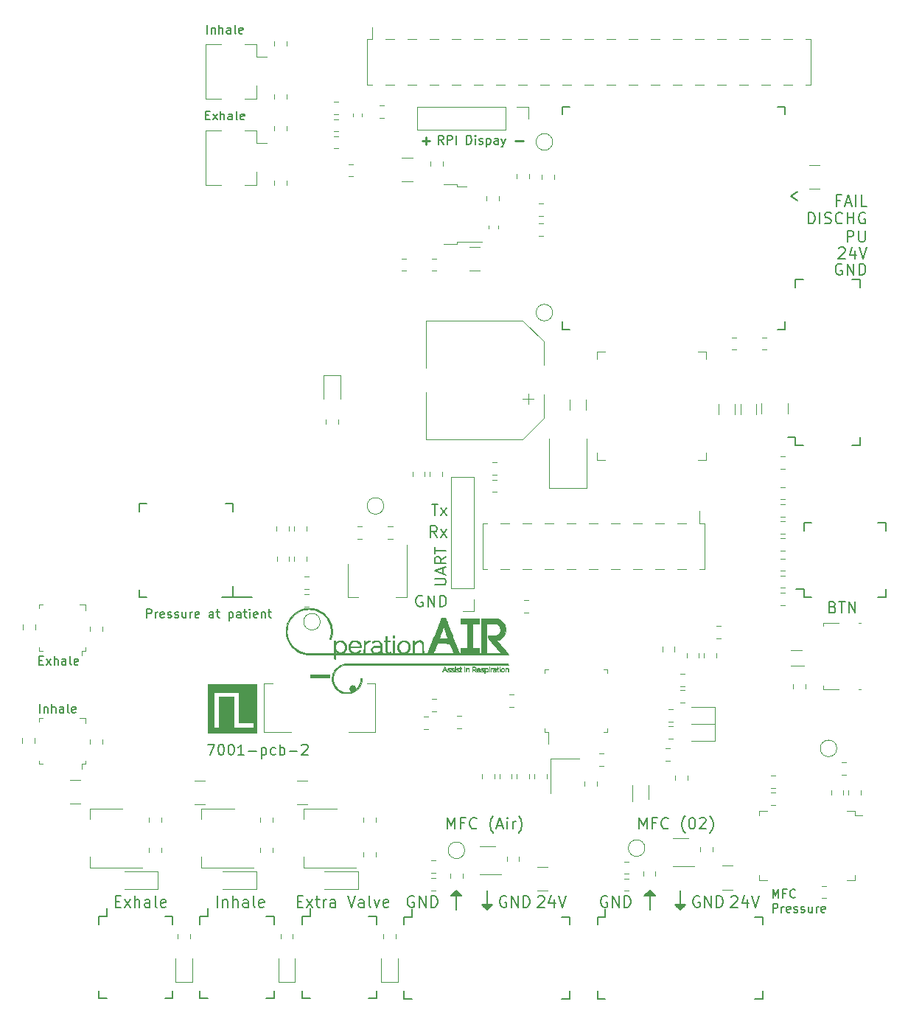
<source format=gbr>
G04 #@! TF.GenerationSoftware,KiCad,Pcbnew,5.1.5-52549c5~86~ubuntu18.04.1*
G04 #@! TF.CreationDate,2020-04-03T22:47:33+02:00*
G04 #@! TF.ProjectId,7001-ventilator_mainboard,37303031-2d76-4656-9e74-696c61746f72,2.0*
G04 #@! TF.SameCoordinates,Original*
G04 #@! TF.FileFunction,Legend,Top*
G04 #@! TF.FilePolarity,Positive*
%FSLAX46Y46*%
G04 Gerber Fmt 4.6, Leading zero omitted, Abs format (unit mm)*
G04 Created by KiCad (PCBNEW 5.1.5-52549c5~86~ubuntu18.04.1) date 2020-04-03 22:47:33*
%MOMM*%
%LPD*%
G04 APERTURE LIST*
%ADD10C,0.250000*%
%ADD11C,0.200000*%
%ADD12C,0.160000*%
%ADD13C,0.180000*%
%ADD14C,0.100000*%
%ADD15C,0.150000*%
%ADD16C,0.120000*%
%ADD17C,0.010000*%
%ADD18C,0.400000*%
G04 APERTURE END LIST*
D10*
X124042857Y-113067214D02*
X124957142Y-113067214D01*
X113342857Y-113067214D02*
X114257142Y-113067214D01*
X113800000Y-113524357D02*
X113800000Y-112610071D01*
D11*
X115811904Y-113452380D02*
X115478571Y-112976190D01*
X115240476Y-113452380D02*
X115240476Y-112452380D01*
X115621428Y-112452380D01*
X115716666Y-112500000D01*
X115764285Y-112547619D01*
X115811904Y-112642857D01*
X115811904Y-112785714D01*
X115764285Y-112880952D01*
X115716666Y-112928571D01*
X115621428Y-112976190D01*
X115240476Y-112976190D01*
X116240476Y-113452380D02*
X116240476Y-112452380D01*
X116621428Y-112452380D01*
X116716666Y-112500000D01*
X116764285Y-112547619D01*
X116811904Y-112642857D01*
X116811904Y-112785714D01*
X116764285Y-112880952D01*
X116716666Y-112928571D01*
X116621428Y-112976190D01*
X116240476Y-112976190D01*
X117240476Y-113452380D02*
X117240476Y-112452380D01*
X118478571Y-113452380D02*
X118478571Y-112452380D01*
X118716666Y-112452380D01*
X118859523Y-112500000D01*
X118954761Y-112595238D01*
X119002380Y-112690476D01*
X119050000Y-112880952D01*
X119050000Y-113023809D01*
X119002380Y-113214285D01*
X118954761Y-113309523D01*
X118859523Y-113404761D01*
X118716666Y-113452380D01*
X118478571Y-113452380D01*
X119478571Y-113452380D02*
X119478571Y-112785714D01*
X119478571Y-112452380D02*
X119430952Y-112500000D01*
X119478571Y-112547619D01*
X119526190Y-112500000D01*
X119478571Y-112452380D01*
X119478571Y-112547619D01*
X119907142Y-113404761D02*
X120002380Y-113452380D01*
X120192857Y-113452380D01*
X120288095Y-113404761D01*
X120335714Y-113309523D01*
X120335714Y-113261904D01*
X120288095Y-113166666D01*
X120192857Y-113119047D01*
X120050000Y-113119047D01*
X119954761Y-113071428D01*
X119907142Y-112976190D01*
X119907142Y-112928571D01*
X119954761Y-112833333D01*
X120050000Y-112785714D01*
X120192857Y-112785714D01*
X120288095Y-112833333D01*
X120764285Y-112785714D02*
X120764285Y-113785714D01*
X120764285Y-112833333D02*
X120859523Y-112785714D01*
X121050000Y-112785714D01*
X121145238Y-112833333D01*
X121192857Y-112880952D01*
X121240476Y-112976190D01*
X121240476Y-113261904D01*
X121192857Y-113357142D01*
X121145238Y-113404761D01*
X121050000Y-113452380D01*
X120859523Y-113452380D01*
X120764285Y-113404761D01*
X122097619Y-113452380D02*
X122097619Y-112928571D01*
X122050000Y-112833333D01*
X121954761Y-112785714D01*
X121764285Y-112785714D01*
X121669047Y-112833333D01*
X122097619Y-113404761D02*
X122002380Y-113452380D01*
X121764285Y-113452380D01*
X121669047Y-113404761D01*
X121621428Y-113309523D01*
X121621428Y-113214285D01*
X121669047Y-113119047D01*
X121764285Y-113071428D01*
X122002380Y-113071428D01*
X122097619Y-113023809D01*
X122478571Y-112785714D02*
X122716666Y-113452380D01*
X122954761Y-112785714D02*
X122716666Y-113452380D01*
X122621428Y-113690476D01*
X122573809Y-113738095D01*
X122478571Y-113785714D01*
D12*
X153642095Y-200022380D02*
X153642095Y-199022380D01*
X153975428Y-199736666D01*
X154308761Y-199022380D01*
X154308761Y-200022380D01*
X155118285Y-199498571D02*
X154784952Y-199498571D01*
X154784952Y-200022380D02*
X154784952Y-199022380D01*
X155261142Y-199022380D01*
X156213523Y-199927142D02*
X156165904Y-199974761D01*
X156023047Y-200022380D01*
X155927809Y-200022380D01*
X155784952Y-199974761D01*
X155689714Y-199879523D01*
X155642095Y-199784285D01*
X155594476Y-199593809D01*
X155594476Y-199450952D01*
X155642095Y-199260476D01*
X155689714Y-199165238D01*
X155784952Y-199070000D01*
X155927809Y-199022380D01*
X156023047Y-199022380D01*
X156165904Y-199070000D01*
X156213523Y-199117619D01*
X153642095Y-201682380D02*
X153642095Y-200682380D01*
X154023047Y-200682380D01*
X154118285Y-200730000D01*
X154165904Y-200777619D01*
X154213523Y-200872857D01*
X154213523Y-201015714D01*
X154165904Y-201110952D01*
X154118285Y-201158571D01*
X154023047Y-201206190D01*
X153642095Y-201206190D01*
X154642095Y-201682380D02*
X154642095Y-201015714D01*
X154642095Y-201206190D02*
X154689714Y-201110952D01*
X154737333Y-201063333D01*
X154832571Y-201015714D01*
X154927809Y-201015714D01*
X155642095Y-201634761D02*
X155546857Y-201682380D01*
X155356380Y-201682380D01*
X155261142Y-201634761D01*
X155213523Y-201539523D01*
X155213523Y-201158571D01*
X155261142Y-201063333D01*
X155356380Y-201015714D01*
X155546857Y-201015714D01*
X155642095Y-201063333D01*
X155689714Y-201158571D01*
X155689714Y-201253809D01*
X155213523Y-201349047D01*
X156070666Y-201634761D02*
X156165904Y-201682380D01*
X156356380Y-201682380D01*
X156451619Y-201634761D01*
X156499238Y-201539523D01*
X156499238Y-201491904D01*
X156451619Y-201396666D01*
X156356380Y-201349047D01*
X156213523Y-201349047D01*
X156118285Y-201301428D01*
X156070666Y-201206190D01*
X156070666Y-201158571D01*
X156118285Y-201063333D01*
X156213523Y-201015714D01*
X156356380Y-201015714D01*
X156451619Y-201063333D01*
X156880190Y-201634761D02*
X156975428Y-201682380D01*
X157165904Y-201682380D01*
X157261142Y-201634761D01*
X157308761Y-201539523D01*
X157308761Y-201491904D01*
X157261142Y-201396666D01*
X157165904Y-201349047D01*
X157023047Y-201349047D01*
X156927809Y-201301428D01*
X156880190Y-201206190D01*
X156880190Y-201158571D01*
X156927809Y-201063333D01*
X157023047Y-201015714D01*
X157165904Y-201015714D01*
X157261142Y-201063333D01*
X158165904Y-201015714D02*
X158165904Y-201682380D01*
X157737333Y-201015714D02*
X157737333Y-201539523D01*
X157784952Y-201634761D01*
X157880190Y-201682380D01*
X158023047Y-201682380D01*
X158118285Y-201634761D01*
X158165904Y-201587142D01*
X158642095Y-201682380D02*
X158642095Y-201015714D01*
X158642095Y-201206190D02*
X158689714Y-201110952D01*
X158737333Y-201063333D01*
X158832571Y-201015714D01*
X158927809Y-201015714D01*
X159642095Y-201634761D02*
X159546857Y-201682380D01*
X159356380Y-201682380D01*
X159261142Y-201634761D01*
X159213523Y-201539523D01*
X159213523Y-201158571D01*
X159261142Y-201063333D01*
X159356380Y-201015714D01*
X159546857Y-201015714D01*
X159642095Y-201063333D01*
X159689714Y-201158571D01*
X159689714Y-201253809D01*
X159213523Y-201349047D01*
D11*
X113398571Y-165350000D02*
X113274761Y-165288095D01*
X113089047Y-165288095D01*
X112903333Y-165350000D01*
X112779523Y-165473809D01*
X112717619Y-165597619D01*
X112655714Y-165845238D01*
X112655714Y-166030952D01*
X112717619Y-166278571D01*
X112779523Y-166402380D01*
X112903333Y-166526190D01*
X113089047Y-166588095D01*
X113212857Y-166588095D01*
X113398571Y-166526190D01*
X113460476Y-166464285D01*
X113460476Y-166030952D01*
X113212857Y-166030952D01*
X114017619Y-166588095D02*
X114017619Y-165288095D01*
X114760476Y-166588095D01*
X114760476Y-165288095D01*
X115379523Y-166588095D02*
X115379523Y-165288095D01*
X115689047Y-165288095D01*
X115874761Y-165350000D01*
X115998571Y-165473809D01*
X116060476Y-165597619D01*
X116122380Y-165845238D01*
X116122380Y-166030952D01*
X116060476Y-166278571D01*
X115998571Y-166402380D01*
X115874761Y-166526190D01*
X115689047Y-166588095D01*
X115379523Y-166588095D01*
X115070000Y-158588095D02*
X114636666Y-157969047D01*
X114327142Y-158588095D02*
X114327142Y-157288095D01*
X114822380Y-157288095D01*
X114946190Y-157350000D01*
X115008095Y-157411904D01*
X115070000Y-157535714D01*
X115070000Y-157721428D01*
X115008095Y-157845238D01*
X114946190Y-157907142D01*
X114822380Y-157969047D01*
X114327142Y-157969047D01*
X115503333Y-158588095D02*
X116184285Y-157721428D01*
X115503333Y-157721428D02*
X116184285Y-158588095D01*
X114450952Y-154788095D02*
X115193809Y-154788095D01*
X114822380Y-156088095D02*
X114822380Y-154788095D01*
X115503333Y-156088095D02*
X116184285Y-155221428D01*
X115503333Y-155221428D02*
X116184285Y-156088095D01*
X114788095Y-164073809D02*
X115840476Y-164073809D01*
X115964285Y-164011904D01*
X116026190Y-163950000D01*
X116088095Y-163826190D01*
X116088095Y-163578571D01*
X116026190Y-163454761D01*
X115964285Y-163392857D01*
X115840476Y-163330952D01*
X114788095Y-163330952D01*
X115716666Y-162773809D02*
X115716666Y-162154761D01*
X116088095Y-162897619D02*
X114788095Y-162464285D01*
X116088095Y-162030952D01*
X116088095Y-160854761D02*
X115469047Y-161288095D01*
X116088095Y-161597619D02*
X114788095Y-161597619D01*
X114788095Y-161102380D01*
X114850000Y-160978571D01*
X114911904Y-160916666D01*
X115035714Y-160854761D01*
X115221428Y-160854761D01*
X115345238Y-160916666D01*
X115407142Y-160978571D01*
X115469047Y-161102380D01*
X115469047Y-161597619D01*
X114788095Y-160483333D02*
X114788095Y-159740476D01*
X116088095Y-160111904D02*
X114788095Y-160111904D01*
X138309523Y-192088095D02*
X138309523Y-190788095D01*
X138742857Y-191716666D01*
X139176190Y-190788095D01*
X139176190Y-192088095D01*
X140228571Y-191407142D02*
X139795238Y-191407142D01*
X139795238Y-192088095D02*
X139795238Y-190788095D01*
X140414285Y-190788095D01*
X141652380Y-191964285D02*
X141590476Y-192026190D01*
X141404761Y-192088095D01*
X141280952Y-192088095D01*
X141095238Y-192026190D01*
X140971428Y-191902380D01*
X140909523Y-191778571D01*
X140847619Y-191530952D01*
X140847619Y-191345238D01*
X140909523Y-191097619D01*
X140971428Y-190973809D01*
X141095238Y-190850000D01*
X141280952Y-190788095D01*
X141404761Y-190788095D01*
X141590476Y-190850000D01*
X141652380Y-190911904D01*
X143571428Y-192583333D02*
X143509523Y-192521428D01*
X143385714Y-192335714D01*
X143323809Y-192211904D01*
X143261904Y-192026190D01*
X143200000Y-191716666D01*
X143200000Y-191469047D01*
X143261904Y-191159523D01*
X143323809Y-190973809D01*
X143385714Y-190850000D01*
X143509523Y-190664285D01*
X143571428Y-190602380D01*
X144314285Y-190788095D02*
X144438095Y-190788095D01*
X144561904Y-190850000D01*
X144623809Y-190911904D01*
X144685714Y-191035714D01*
X144747619Y-191283333D01*
X144747619Y-191592857D01*
X144685714Y-191840476D01*
X144623809Y-191964285D01*
X144561904Y-192026190D01*
X144438095Y-192088095D01*
X144314285Y-192088095D01*
X144190476Y-192026190D01*
X144128571Y-191964285D01*
X144066666Y-191840476D01*
X144004761Y-191592857D01*
X144004761Y-191283333D01*
X144066666Y-191035714D01*
X144128571Y-190911904D01*
X144190476Y-190850000D01*
X144314285Y-190788095D01*
X145242857Y-190911904D02*
X145304761Y-190850000D01*
X145428571Y-190788095D01*
X145738095Y-190788095D01*
X145861904Y-190850000D01*
X145923809Y-190911904D01*
X145985714Y-191035714D01*
X145985714Y-191159523D01*
X145923809Y-191345238D01*
X145180952Y-192088095D01*
X145985714Y-192088095D01*
X146419047Y-192583333D02*
X146480952Y-192521428D01*
X146604761Y-192335714D01*
X146666666Y-192211904D01*
X146728571Y-192026190D01*
X146790476Y-191716666D01*
X146790476Y-191469047D01*
X146728571Y-191159523D01*
X146666666Y-190973809D01*
X146604761Y-190850000D01*
X146480952Y-190664285D01*
X146419047Y-190602380D01*
D13*
X88728571Y-182392857D02*
X89528571Y-182392857D01*
X89014285Y-183592857D01*
X90214285Y-182392857D02*
X90328571Y-182392857D01*
X90442857Y-182450000D01*
X90500000Y-182507142D01*
X90557142Y-182621428D01*
X90614285Y-182850000D01*
X90614285Y-183135714D01*
X90557142Y-183364285D01*
X90500000Y-183478571D01*
X90442857Y-183535714D01*
X90328571Y-183592857D01*
X90214285Y-183592857D01*
X90100000Y-183535714D01*
X90042857Y-183478571D01*
X89985714Y-183364285D01*
X89928571Y-183135714D01*
X89928571Y-182850000D01*
X89985714Y-182621428D01*
X90042857Y-182507142D01*
X90100000Y-182450000D01*
X90214285Y-182392857D01*
X91357142Y-182392857D02*
X91471428Y-182392857D01*
X91585714Y-182450000D01*
X91642857Y-182507142D01*
X91700000Y-182621428D01*
X91757142Y-182850000D01*
X91757142Y-183135714D01*
X91700000Y-183364285D01*
X91642857Y-183478571D01*
X91585714Y-183535714D01*
X91471428Y-183592857D01*
X91357142Y-183592857D01*
X91242857Y-183535714D01*
X91185714Y-183478571D01*
X91128571Y-183364285D01*
X91071428Y-183135714D01*
X91071428Y-182850000D01*
X91128571Y-182621428D01*
X91185714Y-182507142D01*
X91242857Y-182450000D01*
X91357142Y-182392857D01*
X92900000Y-183592857D02*
X92214285Y-183592857D01*
X92557142Y-183592857D02*
X92557142Y-182392857D01*
X92442857Y-182564285D01*
X92328571Y-182678571D01*
X92214285Y-182735714D01*
X93414285Y-183135714D02*
X94328571Y-183135714D01*
X94900000Y-182792857D02*
X94900000Y-183992857D01*
X94900000Y-182850000D02*
X95014285Y-182792857D01*
X95242857Y-182792857D01*
X95357142Y-182850000D01*
X95414285Y-182907142D01*
X95471428Y-183021428D01*
X95471428Y-183364285D01*
X95414285Y-183478571D01*
X95357142Y-183535714D01*
X95242857Y-183592857D01*
X95014285Y-183592857D01*
X94900000Y-183535714D01*
X96500000Y-183535714D02*
X96385714Y-183592857D01*
X96157142Y-183592857D01*
X96042857Y-183535714D01*
X95985714Y-183478571D01*
X95928571Y-183364285D01*
X95928571Y-183021428D01*
X95985714Y-182907142D01*
X96042857Y-182850000D01*
X96157142Y-182792857D01*
X96385714Y-182792857D01*
X96500000Y-182850000D01*
X97014285Y-183592857D02*
X97014285Y-182392857D01*
X97014285Y-182850000D02*
X97128571Y-182792857D01*
X97357142Y-182792857D01*
X97471428Y-182850000D01*
X97528571Y-182907142D01*
X97585714Y-183021428D01*
X97585714Y-183364285D01*
X97528571Y-183478571D01*
X97471428Y-183535714D01*
X97357142Y-183592857D01*
X97128571Y-183592857D01*
X97014285Y-183535714D01*
X98100000Y-183135714D02*
X99014285Y-183135714D01*
X99528571Y-182507142D02*
X99585714Y-182450000D01*
X99700000Y-182392857D01*
X99985714Y-182392857D01*
X100100000Y-182450000D01*
X100157142Y-182507142D01*
X100214285Y-182621428D01*
X100214285Y-182735714D01*
X100157142Y-182907142D01*
X99471428Y-183592857D01*
X100214285Y-183592857D01*
D11*
X69452380Y-178752380D02*
X69452380Y-177752380D01*
X69928571Y-178085714D02*
X69928571Y-178752380D01*
X69928571Y-178180952D02*
X69976190Y-178133333D01*
X70071428Y-178085714D01*
X70214285Y-178085714D01*
X70309523Y-178133333D01*
X70357142Y-178228571D01*
X70357142Y-178752380D01*
X70833333Y-178752380D02*
X70833333Y-177752380D01*
X71261904Y-178752380D02*
X71261904Y-178228571D01*
X71214285Y-178133333D01*
X71119047Y-178085714D01*
X70976190Y-178085714D01*
X70880952Y-178133333D01*
X70833333Y-178180952D01*
X72166666Y-178752380D02*
X72166666Y-178228571D01*
X72119047Y-178133333D01*
X72023809Y-178085714D01*
X71833333Y-178085714D01*
X71738095Y-178133333D01*
X72166666Y-178704761D02*
X72071428Y-178752380D01*
X71833333Y-178752380D01*
X71738095Y-178704761D01*
X71690476Y-178609523D01*
X71690476Y-178514285D01*
X71738095Y-178419047D01*
X71833333Y-178371428D01*
X72071428Y-178371428D01*
X72166666Y-178323809D01*
X72785714Y-178752380D02*
X72690476Y-178704761D01*
X72642857Y-178609523D01*
X72642857Y-177752380D01*
X73547619Y-178704761D02*
X73452380Y-178752380D01*
X73261904Y-178752380D01*
X73166666Y-178704761D01*
X73119047Y-178609523D01*
X73119047Y-178228571D01*
X73166666Y-178133333D01*
X73261904Y-178085714D01*
X73452380Y-178085714D01*
X73547619Y-178133333D01*
X73595238Y-178228571D01*
X73595238Y-178323809D01*
X73119047Y-178419047D01*
X69385714Y-172728571D02*
X69719047Y-172728571D01*
X69861904Y-173252380D02*
X69385714Y-173252380D01*
X69385714Y-172252380D01*
X69861904Y-172252380D01*
X70195238Y-173252380D02*
X70719047Y-172585714D01*
X70195238Y-172585714D02*
X70719047Y-173252380D01*
X71100000Y-173252380D02*
X71100000Y-172252380D01*
X71528571Y-173252380D02*
X71528571Y-172728571D01*
X71480952Y-172633333D01*
X71385714Y-172585714D01*
X71242857Y-172585714D01*
X71147619Y-172633333D01*
X71100000Y-172680952D01*
X72433333Y-173252380D02*
X72433333Y-172728571D01*
X72385714Y-172633333D01*
X72290476Y-172585714D01*
X72100000Y-172585714D01*
X72004761Y-172633333D01*
X72433333Y-173204761D02*
X72338095Y-173252380D01*
X72100000Y-173252380D01*
X72004761Y-173204761D01*
X71957142Y-173109523D01*
X71957142Y-173014285D01*
X72004761Y-172919047D01*
X72100000Y-172871428D01*
X72338095Y-172871428D01*
X72433333Y-172823809D01*
X73052380Y-173252380D02*
X72957142Y-173204761D01*
X72909523Y-173109523D01*
X72909523Y-172252380D01*
X73814285Y-173204761D02*
X73719047Y-173252380D01*
X73528571Y-173252380D01*
X73433333Y-173204761D01*
X73385714Y-173109523D01*
X73385714Y-172728571D01*
X73433333Y-172633333D01*
X73528571Y-172585714D01*
X73719047Y-172585714D01*
X73814285Y-172633333D01*
X73861904Y-172728571D01*
X73861904Y-172823809D01*
X73385714Y-172919047D01*
X81704761Y-167852380D02*
X81704761Y-166852380D01*
X82085714Y-166852380D01*
X82180952Y-166900000D01*
X82228571Y-166947619D01*
X82276190Y-167042857D01*
X82276190Y-167185714D01*
X82228571Y-167280952D01*
X82180952Y-167328571D01*
X82085714Y-167376190D01*
X81704761Y-167376190D01*
X82704761Y-167852380D02*
X82704761Y-167185714D01*
X82704761Y-167376190D02*
X82752380Y-167280952D01*
X82800000Y-167233333D01*
X82895238Y-167185714D01*
X82990476Y-167185714D01*
X83704761Y-167804761D02*
X83609523Y-167852380D01*
X83419047Y-167852380D01*
X83323809Y-167804761D01*
X83276190Y-167709523D01*
X83276190Y-167328571D01*
X83323809Y-167233333D01*
X83419047Y-167185714D01*
X83609523Y-167185714D01*
X83704761Y-167233333D01*
X83752380Y-167328571D01*
X83752380Y-167423809D01*
X83276190Y-167519047D01*
X84133333Y-167804761D02*
X84228571Y-167852380D01*
X84419047Y-167852380D01*
X84514285Y-167804761D01*
X84561904Y-167709523D01*
X84561904Y-167661904D01*
X84514285Y-167566666D01*
X84419047Y-167519047D01*
X84276190Y-167519047D01*
X84180952Y-167471428D01*
X84133333Y-167376190D01*
X84133333Y-167328571D01*
X84180952Y-167233333D01*
X84276190Y-167185714D01*
X84419047Y-167185714D01*
X84514285Y-167233333D01*
X84942857Y-167804761D02*
X85038095Y-167852380D01*
X85228571Y-167852380D01*
X85323809Y-167804761D01*
X85371428Y-167709523D01*
X85371428Y-167661904D01*
X85323809Y-167566666D01*
X85228571Y-167519047D01*
X85085714Y-167519047D01*
X84990476Y-167471428D01*
X84942857Y-167376190D01*
X84942857Y-167328571D01*
X84990476Y-167233333D01*
X85085714Y-167185714D01*
X85228571Y-167185714D01*
X85323809Y-167233333D01*
X86228571Y-167185714D02*
X86228571Y-167852380D01*
X85800000Y-167185714D02*
X85800000Y-167709523D01*
X85847619Y-167804761D01*
X85942857Y-167852380D01*
X86085714Y-167852380D01*
X86180952Y-167804761D01*
X86228571Y-167757142D01*
X86704761Y-167852380D02*
X86704761Y-167185714D01*
X86704761Y-167376190D02*
X86752380Y-167280952D01*
X86800000Y-167233333D01*
X86895238Y-167185714D01*
X86990476Y-167185714D01*
X87704761Y-167804761D02*
X87609523Y-167852380D01*
X87419047Y-167852380D01*
X87323809Y-167804761D01*
X87276190Y-167709523D01*
X87276190Y-167328571D01*
X87323809Y-167233333D01*
X87419047Y-167185714D01*
X87609523Y-167185714D01*
X87704761Y-167233333D01*
X87752380Y-167328571D01*
X87752380Y-167423809D01*
X87276190Y-167519047D01*
X89371428Y-167852380D02*
X89371428Y-167328571D01*
X89323809Y-167233333D01*
X89228571Y-167185714D01*
X89038095Y-167185714D01*
X88942857Y-167233333D01*
X89371428Y-167804761D02*
X89276190Y-167852380D01*
X89038095Y-167852380D01*
X88942857Y-167804761D01*
X88895238Y-167709523D01*
X88895238Y-167614285D01*
X88942857Y-167519047D01*
X89038095Y-167471428D01*
X89276190Y-167471428D01*
X89371428Y-167423809D01*
X89704761Y-167185714D02*
X90085714Y-167185714D01*
X89847619Y-166852380D02*
X89847619Y-167709523D01*
X89895238Y-167804761D01*
X89990476Y-167852380D01*
X90085714Y-167852380D01*
X91180952Y-167185714D02*
X91180952Y-168185714D01*
X91180952Y-167233333D02*
X91276190Y-167185714D01*
X91466666Y-167185714D01*
X91561904Y-167233333D01*
X91609523Y-167280952D01*
X91657142Y-167376190D01*
X91657142Y-167661904D01*
X91609523Y-167757142D01*
X91561904Y-167804761D01*
X91466666Y-167852380D01*
X91276190Y-167852380D01*
X91180952Y-167804761D01*
X92514285Y-167852380D02*
X92514285Y-167328571D01*
X92466666Y-167233333D01*
X92371428Y-167185714D01*
X92180952Y-167185714D01*
X92085714Y-167233333D01*
X92514285Y-167804761D02*
X92419047Y-167852380D01*
X92180952Y-167852380D01*
X92085714Y-167804761D01*
X92038095Y-167709523D01*
X92038095Y-167614285D01*
X92085714Y-167519047D01*
X92180952Y-167471428D01*
X92419047Y-167471428D01*
X92514285Y-167423809D01*
X92847619Y-167185714D02*
X93228571Y-167185714D01*
X92990476Y-166852380D02*
X92990476Y-167709523D01*
X93038095Y-167804761D01*
X93133333Y-167852380D01*
X93228571Y-167852380D01*
X93561904Y-167852380D02*
X93561904Y-167185714D01*
X93561904Y-166852380D02*
X93514285Y-166900000D01*
X93561904Y-166947619D01*
X93609523Y-166900000D01*
X93561904Y-166852380D01*
X93561904Y-166947619D01*
X94419047Y-167804761D02*
X94323809Y-167852380D01*
X94133333Y-167852380D01*
X94038095Y-167804761D01*
X93990476Y-167709523D01*
X93990476Y-167328571D01*
X94038095Y-167233333D01*
X94133333Y-167185714D01*
X94323809Y-167185714D01*
X94419047Y-167233333D01*
X94466666Y-167328571D01*
X94466666Y-167423809D01*
X93990476Y-167519047D01*
X94895238Y-167185714D02*
X94895238Y-167852380D01*
X94895238Y-167280952D02*
X94942857Y-167233333D01*
X95038095Y-167185714D01*
X95180952Y-167185714D01*
X95276190Y-167233333D01*
X95323809Y-167328571D01*
X95323809Y-167852380D01*
X95657142Y-167185714D02*
X96038095Y-167185714D01*
X95800000Y-166852380D02*
X95800000Y-167709523D01*
X95847619Y-167804761D01*
X95942857Y-167852380D01*
X96038095Y-167852380D01*
X88485714Y-110128571D02*
X88819047Y-110128571D01*
X88961904Y-110652380D02*
X88485714Y-110652380D01*
X88485714Y-109652380D01*
X88961904Y-109652380D01*
X89295238Y-110652380D02*
X89819047Y-109985714D01*
X89295238Y-109985714D02*
X89819047Y-110652380D01*
X90200000Y-110652380D02*
X90200000Y-109652380D01*
X90628571Y-110652380D02*
X90628571Y-110128571D01*
X90580952Y-110033333D01*
X90485714Y-109985714D01*
X90342857Y-109985714D01*
X90247619Y-110033333D01*
X90200000Y-110080952D01*
X91533333Y-110652380D02*
X91533333Y-110128571D01*
X91485714Y-110033333D01*
X91390476Y-109985714D01*
X91200000Y-109985714D01*
X91104761Y-110033333D01*
X91533333Y-110604761D02*
X91438095Y-110652380D01*
X91200000Y-110652380D01*
X91104761Y-110604761D01*
X91057142Y-110509523D01*
X91057142Y-110414285D01*
X91104761Y-110319047D01*
X91200000Y-110271428D01*
X91438095Y-110271428D01*
X91533333Y-110223809D01*
X92152380Y-110652380D02*
X92057142Y-110604761D01*
X92009523Y-110509523D01*
X92009523Y-109652380D01*
X92914285Y-110604761D02*
X92819047Y-110652380D01*
X92628571Y-110652380D01*
X92533333Y-110604761D01*
X92485714Y-110509523D01*
X92485714Y-110128571D01*
X92533333Y-110033333D01*
X92628571Y-109985714D01*
X92819047Y-109985714D01*
X92914285Y-110033333D01*
X92961904Y-110128571D01*
X92961904Y-110223809D01*
X92485714Y-110319047D01*
X88652380Y-100752380D02*
X88652380Y-99752380D01*
X89128571Y-100085714D02*
X89128571Y-100752380D01*
X89128571Y-100180952D02*
X89176190Y-100133333D01*
X89271428Y-100085714D01*
X89414285Y-100085714D01*
X89509523Y-100133333D01*
X89557142Y-100228571D01*
X89557142Y-100752380D01*
X90033333Y-100752380D02*
X90033333Y-99752380D01*
X90461904Y-100752380D02*
X90461904Y-100228571D01*
X90414285Y-100133333D01*
X90319047Y-100085714D01*
X90176190Y-100085714D01*
X90080952Y-100133333D01*
X90033333Y-100180952D01*
X91366666Y-100752380D02*
X91366666Y-100228571D01*
X91319047Y-100133333D01*
X91223809Y-100085714D01*
X91033333Y-100085714D01*
X90938095Y-100133333D01*
X91366666Y-100704761D02*
X91271428Y-100752380D01*
X91033333Y-100752380D01*
X90938095Y-100704761D01*
X90890476Y-100609523D01*
X90890476Y-100514285D01*
X90938095Y-100419047D01*
X91033333Y-100371428D01*
X91271428Y-100371428D01*
X91366666Y-100323809D01*
X91985714Y-100752380D02*
X91890476Y-100704761D01*
X91842857Y-100609523D01*
X91842857Y-99752380D01*
X92747619Y-100704761D02*
X92652380Y-100752380D01*
X92461904Y-100752380D01*
X92366666Y-100704761D01*
X92319047Y-100609523D01*
X92319047Y-100228571D01*
X92366666Y-100133333D01*
X92461904Y-100085714D01*
X92652380Y-100085714D01*
X92747619Y-100133333D01*
X92795238Y-100228571D01*
X92795238Y-100323809D01*
X92319047Y-100419047D01*
X160516666Y-166607142D02*
X160702380Y-166669047D01*
X160764285Y-166730952D01*
X160826190Y-166854761D01*
X160826190Y-167040476D01*
X160764285Y-167164285D01*
X160702380Y-167226190D01*
X160578571Y-167288095D01*
X160083333Y-167288095D01*
X160083333Y-165988095D01*
X160516666Y-165988095D01*
X160640476Y-166050000D01*
X160702380Y-166111904D01*
X160764285Y-166235714D01*
X160764285Y-166359523D01*
X160702380Y-166483333D01*
X160640476Y-166545238D01*
X160516666Y-166607142D01*
X160083333Y-166607142D01*
X161197619Y-165988095D02*
X161940476Y-165988095D01*
X161569047Y-167288095D02*
X161569047Y-165988095D01*
X162373809Y-167288095D02*
X162373809Y-165988095D01*
X163116666Y-167288095D01*
X163116666Y-165988095D01*
X161392857Y-119907142D02*
X160959523Y-119907142D01*
X160959523Y-120588095D02*
X160959523Y-119288095D01*
X161578571Y-119288095D01*
X162011904Y-120216666D02*
X162630952Y-120216666D01*
X161888095Y-120588095D02*
X162321428Y-119288095D01*
X162754761Y-120588095D01*
X163188095Y-120588095D02*
X163188095Y-119288095D01*
X164426190Y-120588095D02*
X163807142Y-120588095D01*
X163807142Y-119288095D01*
X157740476Y-122588095D02*
X157740476Y-121288095D01*
X158049999Y-121288095D01*
X158235714Y-121350000D01*
X158359523Y-121473809D01*
X158421428Y-121597619D01*
X158483333Y-121845238D01*
X158483333Y-122030952D01*
X158421428Y-122278571D01*
X158359523Y-122402380D01*
X158235714Y-122526190D01*
X158049999Y-122588095D01*
X157740476Y-122588095D01*
X159040476Y-122588095D02*
X159040476Y-121288095D01*
X159597618Y-122526190D02*
X159783333Y-122588095D01*
X160092856Y-122588095D01*
X160216666Y-122526190D01*
X160278571Y-122464285D01*
X160340476Y-122340476D01*
X160340476Y-122216666D01*
X160278571Y-122092857D01*
X160216666Y-122030952D01*
X160092856Y-121969047D01*
X159845237Y-121907142D01*
X159721428Y-121845238D01*
X159659523Y-121783333D01*
X159597618Y-121659523D01*
X159597618Y-121535714D01*
X159659523Y-121411904D01*
X159721428Y-121350000D01*
X159845237Y-121288095D01*
X160154761Y-121288095D01*
X160340476Y-121350000D01*
X161640476Y-122464285D02*
X161578571Y-122526190D01*
X161392856Y-122588095D01*
X161269047Y-122588095D01*
X161083333Y-122526190D01*
X160959523Y-122402380D01*
X160897618Y-122278571D01*
X160835714Y-122030952D01*
X160835714Y-121845238D01*
X160897618Y-121597619D01*
X160959523Y-121473809D01*
X161083333Y-121350000D01*
X161269047Y-121288095D01*
X161392856Y-121288095D01*
X161578571Y-121350000D01*
X161640476Y-121411904D01*
X162197618Y-122588095D02*
X162197618Y-121288095D01*
X162197618Y-121907142D02*
X162940476Y-121907142D01*
X162940476Y-122588095D02*
X162940476Y-121288095D01*
X164240476Y-121350000D02*
X164116666Y-121288095D01*
X163930952Y-121288095D01*
X163745237Y-121350000D01*
X163621428Y-121473809D01*
X163559523Y-121597619D01*
X163497618Y-121845238D01*
X163497618Y-122030952D01*
X163559523Y-122278571D01*
X163621428Y-122402380D01*
X163745237Y-122526190D01*
X163930952Y-122588095D01*
X164054761Y-122588095D01*
X164240476Y-122526190D01*
X164302380Y-122464285D01*
X164302380Y-122030952D01*
X164054761Y-122030952D01*
X162197618Y-124688095D02*
X162197618Y-123388095D01*
X162692856Y-123388095D01*
X162816666Y-123450000D01*
X162878570Y-123511904D01*
X162940475Y-123635714D01*
X162940475Y-123821428D01*
X162878570Y-123945238D01*
X162816666Y-124007142D01*
X162692856Y-124069047D01*
X162197618Y-124069047D01*
X163497618Y-123388095D02*
X163497618Y-124440476D01*
X163559523Y-124564285D01*
X163621427Y-124626190D01*
X163745237Y-124688095D01*
X163992856Y-124688095D01*
X164116666Y-124626190D01*
X164178570Y-124564285D01*
X164240475Y-124440476D01*
X164240475Y-123388095D01*
X161207142Y-125411904D02*
X161269047Y-125350000D01*
X161392857Y-125288095D01*
X161702381Y-125288095D01*
X161826190Y-125350000D01*
X161888095Y-125411904D01*
X161950000Y-125535714D01*
X161950000Y-125659523D01*
X161888095Y-125845238D01*
X161145238Y-126588095D01*
X161950000Y-126588095D01*
X163064285Y-125721428D02*
X163064285Y-126588095D01*
X162754762Y-125226190D02*
X162445238Y-126154761D01*
X163250000Y-126154761D01*
X163559523Y-125288095D02*
X163992857Y-126588095D01*
X164426190Y-125288095D01*
X161578570Y-127250000D02*
X161454761Y-127188095D01*
X161269047Y-127188095D01*
X161083332Y-127250000D01*
X160959523Y-127373809D01*
X160897618Y-127497619D01*
X160835713Y-127745238D01*
X160835713Y-127930952D01*
X160897618Y-128178571D01*
X160959523Y-128302380D01*
X161083332Y-128426190D01*
X161269047Y-128488095D01*
X161392856Y-128488095D01*
X161578570Y-128426190D01*
X161640475Y-128364285D01*
X161640475Y-127930952D01*
X161392856Y-127930952D01*
X162197618Y-128488095D02*
X162197618Y-127188095D01*
X162940475Y-128488095D01*
X162940475Y-127188095D01*
X163559523Y-128488095D02*
X163559523Y-127188095D01*
X163869047Y-127188095D01*
X164054761Y-127250000D01*
X164178570Y-127373809D01*
X164240475Y-127497619D01*
X164302380Y-127745238D01*
X164302380Y-127930952D01*
X164240475Y-128178571D01*
X164178570Y-128302380D01*
X164054761Y-128426190D01*
X163869047Y-128488095D01*
X163559523Y-128488095D01*
D14*
G36*
X140100000Y-199800000D02*
G01*
X138900000Y-199800000D01*
X139500000Y-199200000D01*
X140100000Y-199800000D01*
G37*
X140100000Y-199800000D02*
X138900000Y-199800000D01*
X139500000Y-199200000D01*
X140100000Y-199800000D01*
D15*
X138900000Y-199800000D02*
X139500000Y-199200000D01*
X139500000Y-199200000D02*
X140100000Y-199800000D01*
X143000000Y-199200000D02*
X143000000Y-201400000D01*
X142400000Y-200800000D02*
X143600000Y-200800000D01*
X142600000Y-201000000D02*
X143400000Y-201000000D01*
D11*
X134609523Y-199850000D02*
X134485714Y-199788095D01*
X134300000Y-199788095D01*
X134114285Y-199850000D01*
X133990476Y-199973809D01*
X133928571Y-200097619D01*
X133866666Y-200345238D01*
X133866666Y-200530952D01*
X133928571Y-200778571D01*
X133990476Y-200902380D01*
X134114285Y-201026190D01*
X134300000Y-201088095D01*
X134423809Y-201088095D01*
X134609523Y-201026190D01*
X134671428Y-200964285D01*
X134671428Y-200530952D01*
X134423809Y-200530952D01*
X135228571Y-201088095D02*
X135228571Y-199788095D01*
X135971428Y-201088095D01*
X135971428Y-199788095D01*
X136590476Y-201088095D02*
X136590476Y-199788095D01*
X136900000Y-199788095D01*
X137085714Y-199850000D01*
X137209523Y-199973809D01*
X137271428Y-200097619D01*
X137333333Y-200345238D01*
X137333333Y-200530952D01*
X137271428Y-200778571D01*
X137209523Y-200902380D01*
X137085714Y-201026190D01*
X136900000Y-201088095D01*
X136590476Y-201088095D01*
D15*
X143600000Y-200800000D02*
X143000000Y-201400000D01*
D11*
X145209523Y-199850000D02*
X145085714Y-199788095D01*
X144900000Y-199788095D01*
X144714285Y-199850000D01*
X144590476Y-199973809D01*
X144528571Y-200097619D01*
X144466666Y-200345238D01*
X144466666Y-200530952D01*
X144528571Y-200778571D01*
X144590476Y-200902380D01*
X144714285Y-201026190D01*
X144900000Y-201088095D01*
X145023809Y-201088095D01*
X145209523Y-201026190D01*
X145271428Y-200964285D01*
X145271428Y-200530952D01*
X145023809Y-200530952D01*
X145828571Y-201088095D02*
X145828571Y-199788095D01*
X146571428Y-201088095D01*
X146571428Y-199788095D01*
X147190476Y-201088095D02*
X147190476Y-199788095D01*
X147500000Y-199788095D01*
X147685714Y-199850000D01*
X147809523Y-199973809D01*
X147871428Y-200097619D01*
X147933333Y-200345238D01*
X147933333Y-200530952D01*
X147871428Y-200778571D01*
X147809523Y-200902380D01*
X147685714Y-201026190D01*
X147500000Y-201088095D01*
X147190476Y-201088095D01*
D15*
X140100000Y-199800000D02*
X138900000Y-199800000D01*
X143000000Y-201400000D02*
X142400000Y-200800000D01*
X139500000Y-201400000D02*
X139500000Y-199200000D01*
X139100000Y-199600000D02*
X139100000Y-199800000D01*
X139900000Y-199600000D02*
X139100000Y-199600000D01*
D11*
X148852380Y-199911904D02*
X148914285Y-199850000D01*
X149038095Y-199788095D01*
X149347619Y-199788095D01*
X149471428Y-199850000D01*
X149533333Y-199911904D01*
X149595238Y-200035714D01*
X149595238Y-200159523D01*
X149533333Y-200345238D01*
X148790476Y-201088095D01*
X149595238Y-201088095D01*
X150709523Y-200221428D02*
X150709523Y-201088095D01*
X150400000Y-199726190D02*
X150090476Y-200654761D01*
X150895238Y-200654761D01*
X151204761Y-199788095D02*
X151638095Y-201088095D01*
X152071428Y-199788095D01*
D14*
G36*
X143000000Y-201400000D02*
G01*
X142400000Y-200800000D01*
X143600000Y-200800000D01*
X143000000Y-201400000D01*
G37*
X143000000Y-201400000D02*
X142400000Y-200800000D01*
X143600000Y-200800000D01*
X143000000Y-201400000D01*
D15*
X143400000Y-201000000D02*
X143400000Y-200800000D01*
X117300000Y-201400000D02*
X117300000Y-199200000D01*
X117900000Y-199800000D02*
X116700000Y-199800000D01*
X117700000Y-199600000D02*
X116900000Y-199600000D01*
X116700000Y-199800000D02*
X117300000Y-199200000D01*
X117300000Y-199200000D02*
X117900000Y-199800000D01*
D14*
G36*
X117900000Y-199800000D02*
G01*
X116700000Y-199800000D01*
X117300000Y-199200000D01*
X117900000Y-199800000D01*
G37*
X117900000Y-199800000D02*
X116700000Y-199800000D01*
X117300000Y-199200000D01*
X117900000Y-199800000D01*
D15*
X116900000Y-199600000D02*
X116900000Y-199800000D01*
D14*
G36*
X120800000Y-201400000D02*
G01*
X120200000Y-200800000D01*
X121400000Y-200800000D01*
X120800000Y-201400000D01*
G37*
X120800000Y-201400000D02*
X120200000Y-200800000D01*
X121400000Y-200800000D01*
X120800000Y-201400000D01*
D15*
X121200000Y-201000000D02*
X121200000Y-200800000D01*
X120400000Y-201000000D02*
X121200000Y-201000000D01*
X121400000Y-200800000D02*
X120800000Y-201400000D01*
X120200000Y-200800000D02*
X121400000Y-200800000D01*
X120800000Y-201400000D02*
X120200000Y-200800000D01*
X120800000Y-199200000D02*
X120800000Y-201400000D01*
D11*
X126652380Y-199911904D02*
X126714285Y-199850000D01*
X126838095Y-199788095D01*
X127147619Y-199788095D01*
X127271428Y-199850000D01*
X127333333Y-199911904D01*
X127395238Y-200035714D01*
X127395238Y-200159523D01*
X127333333Y-200345238D01*
X126590476Y-201088095D01*
X127395238Y-201088095D01*
X128509523Y-200221428D02*
X128509523Y-201088095D01*
X128200000Y-199726190D02*
X127890476Y-200654761D01*
X128695238Y-200654761D01*
X129004761Y-199788095D02*
X129438095Y-201088095D01*
X129871428Y-199788095D01*
X123009523Y-199850000D02*
X122885714Y-199788095D01*
X122700000Y-199788095D01*
X122514285Y-199850000D01*
X122390476Y-199973809D01*
X122328571Y-200097619D01*
X122266666Y-200345238D01*
X122266666Y-200530952D01*
X122328571Y-200778571D01*
X122390476Y-200902380D01*
X122514285Y-201026190D01*
X122700000Y-201088095D01*
X122823809Y-201088095D01*
X123009523Y-201026190D01*
X123071428Y-200964285D01*
X123071428Y-200530952D01*
X122823809Y-200530952D01*
X123628571Y-201088095D02*
X123628571Y-199788095D01*
X124371428Y-201088095D01*
X124371428Y-199788095D01*
X124990476Y-201088095D02*
X124990476Y-199788095D01*
X125300000Y-199788095D01*
X125485714Y-199850000D01*
X125609523Y-199973809D01*
X125671428Y-200097619D01*
X125733333Y-200345238D01*
X125733333Y-200530952D01*
X125671428Y-200778571D01*
X125609523Y-200902380D01*
X125485714Y-201026190D01*
X125300000Y-201088095D01*
X124990476Y-201088095D01*
X112409523Y-199850000D02*
X112285714Y-199788095D01*
X112100000Y-199788095D01*
X111914285Y-199850000D01*
X111790476Y-199973809D01*
X111728571Y-200097619D01*
X111666666Y-200345238D01*
X111666666Y-200530952D01*
X111728571Y-200778571D01*
X111790476Y-200902380D01*
X111914285Y-201026190D01*
X112100000Y-201088095D01*
X112223809Y-201088095D01*
X112409523Y-201026190D01*
X112471428Y-200964285D01*
X112471428Y-200530952D01*
X112223809Y-200530952D01*
X113028571Y-201088095D02*
X113028571Y-199788095D01*
X113771428Y-201088095D01*
X113771428Y-199788095D01*
X114390476Y-201088095D02*
X114390476Y-199788095D01*
X114700000Y-199788095D01*
X114885714Y-199850000D01*
X115009523Y-199973809D01*
X115071428Y-200097619D01*
X115133333Y-200345238D01*
X115133333Y-200530952D01*
X115071428Y-200778571D01*
X115009523Y-200902380D01*
X114885714Y-201026190D01*
X114700000Y-201088095D01*
X114390476Y-201088095D01*
X116278571Y-192088095D02*
X116278571Y-190788095D01*
X116711904Y-191716666D01*
X117145238Y-190788095D01*
X117145238Y-192088095D01*
X118197619Y-191407142D02*
X117764285Y-191407142D01*
X117764285Y-192088095D02*
X117764285Y-190788095D01*
X118383333Y-190788095D01*
X119621428Y-191964285D02*
X119559523Y-192026190D01*
X119373809Y-192088095D01*
X119250000Y-192088095D01*
X119064285Y-192026190D01*
X118940476Y-191902380D01*
X118878571Y-191778571D01*
X118816666Y-191530952D01*
X118816666Y-191345238D01*
X118878571Y-191097619D01*
X118940476Y-190973809D01*
X119064285Y-190850000D01*
X119250000Y-190788095D01*
X119373809Y-190788095D01*
X119559523Y-190850000D01*
X119621428Y-190911904D01*
X121540476Y-192583333D02*
X121478571Y-192521428D01*
X121354761Y-192335714D01*
X121292857Y-192211904D01*
X121230952Y-192026190D01*
X121169047Y-191716666D01*
X121169047Y-191469047D01*
X121230952Y-191159523D01*
X121292857Y-190973809D01*
X121354761Y-190850000D01*
X121478571Y-190664285D01*
X121540476Y-190602380D01*
X121973809Y-191716666D02*
X122592857Y-191716666D01*
X121850000Y-192088095D02*
X122283333Y-190788095D01*
X122716666Y-192088095D01*
X123150000Y-192088095D02*
X123150000Y-191221428D01*
X123150000Y-190788095D02*
X123088095Y-190850000D01*
X123150000Y-190911904D01*
X123211904Y-190850000D01*
X123150000Y-190788095D01*
X123150000Y-190911904D01*
X123769047Y-192088095D02*
X123769047Y-191221428D01*
X123769047Y-191469047D02*
X123830952Y-191345238D01*
X123892857Y-191283333D01*
X124016666Y-191221428D01*
X124140476Y-191221428D01*
X124450000Y-192583333D02*
X124511904Y-192521428D01*
X124635714Y-192335714D01*
X124697619Y-192211904D01*
X124759523Y-192026190D01*
X124821428Y-191716666D01*
X124821428Y-191469047D01*
X124759523Y-191159523D01*
X124697619Y-190973809D01*
X124635714Y-190850000D01*
X124511904Y-190664285D01*
X124450000Y-190602380D01*
X99050000Y-200407142D02*
X99483333Y-200407142D01*
X99669047Y-201088095D02*
X99050000Y-201088095D01*
X99050000Y-199788095D01*
X99669047Y-199788095D01*
X100102380Y-201088095D02*
X100783333Y-200221428D01*
X100102380Y-200221428D02*
X100783333Y-201088095D01*
X101092857Y-200221428D02*
X101588095Y-200221428D01*
X101278571Y-199788095D02*
X101278571Y-200902380D01*
X101340476Y-201026190D01*
X101464285Y-201088095D01*
X101588095Y-201088095D01*
X102021428Y-201088095D02*
X102021428Y-200221428D01*
X102021428Y-200469047D02*
X102083333Y-200345238D01*
X102145238Y-200283333D01*
X102269047Y-200221428D01*
X102392857Y-200221428D01*
X103383333Y-201088095D02*
X103383333Y-200407142D01*
X103321428Y-200283333D01*
X103197619Y-200221428D01*
X102950000Y-200221428D01*
X102826190Y-200283333D01*
X103383333Y-201026190D02*
X103259523Y-201088095D01*
X102950000Y-201088095D01*
X102826190Y-201026190D01*
X102764285Y-200902380D01*
X102764285Y-200778571D01*
X102826190Y-200654761D01*
X102950000Y-200592857D01*
X103259523Y-200592857D01*
X103383333Y-200530952D01*
X104807142Y-199788095D02*
X105240476Y-201088095D01*
X105673809Y-199788095D01*
X106664285Y-201088095D02*
X106664285Y-200407142D01*
X106602380Y-200283333D01*
X106478571Y-200221428D01*
X106230952Y-200221428D01*
X106107142Y-200283333D01*
X106664285Y-201026190D02*
X106540476Y-201088095D01*
X106230952Y-201088095D01*
X106107142Y-201026190D01*
X106045238Y-200902380D01*
X106045238Y-200778571D01*
X106107142Y-200654761D01*
X106230952Y-200592857D01*
X106540476Y-200592857D01*
X106664285Y-200530952D01*
X107469047Y-201088095D02*
X107345238Y-201026190D01*
X107283333Y-200902380D01*
X107283333Y-199788095D01*
X107840476Y-200221428D02*
X108150000Y-201088095D01*
X108459523Y-200221428D01*
X109450000Y-201026190D02*
X109326190Y-201088095D01*
X109078571Y-201088095D01*
X108954761Y-201026190D01*
X108892857Y-200902380D01*
X108892857Y-200407142D01*
X108954761Y-200283333D01*
X109078571Y-200221428D01*
X109326190Y-200221428D01*
X109450000Y-200283333D01*
X109511904Y-200407142D01*
X109511904Y-200530952D01*
X108892857Y-200654761D01*
X89838095Y-201088095D02*
X89838095Y-199788095D01*
X90457142Y-200221428D02*
X90457142Y-201088095D01*
X90457142Y-200345238D02*
X90519047Y-200283333D01*
X90642857Y-200221428D01*
X90828571Y-200221428D01*
X90952380Y-200283333D01*
X91014285Y-200407142D01*
X91014285Y-201088095D01*
X91633333Y-201088095D02*
X91633333Y-199788095D01*
X92190476Y-201088095D02*
X92190476Y-200407142D01*
X92128571Y-200283333D01*
X92004761Y-200221428D01*
X91819047Y-200221428D01*
X91695238Y-200283333D01*
X91633333Y-200345238D01*
X93366666Y-201088095D02*
X93366666Y-200407142D01*
X93304761Y-200283333D01*
X93180952Y-200221428D01*
X92933333Y-200221428D01*
X92809523Y-200283333D01*
X93366666Y-201026190D02*
X93242857Y-201088095D01*
X92933333Y-201088095D01*
X92809523Y-201026190D01*
X92747619Y-200902380D01*
X92747619Y-200778571D01*
X92809523Y-200654761D01*
X92933333Y-200592857D01*
X93242857Y-200592857D01*
X93366666Y-200530952D01*
X94171428Y-201088095D02*
X94047619Y-201026190D01*
X93985714Y-200902380D01*
X93985714Y-199788095D01*
X95161904Y-201026190D02*
X95038095Y-201088095D01*
X94790476Y-201088095D01*
X94666666Y-201026190D01*
X94604761Y-200902380D01*
X94604761Y-200407142D01*
X94666666Y-200283333D01*
X94790476Y-200221428D01*
X95038095Y-200221428D01*
X95161904Y-200283333D01*
X95223809Y-200407142D01*
X95223809Y-200530952D01*
X94604761Y-200654761D01*
X78121428Y-200407142D02*
X78554761Y-200407142D01*
X78740476Y-201088095D02*
X78121428Y-201088095D01*
X78121428Y-199788095D01*
X78740476Y-199788095D01*
X79173809Y-201088095D02*
X79854761Y-200221428D01*
X79173809Y-200221428D02*
X79854761Y-201088095D01*
X80350000Y-201088095D02*
X80350000Y-199788095D01*
X80907142Y-201088095D02*
X80907142Y-200407142D01*
X80845238Y-200283333D01*
X80721428Y-200221428D01*
X80535714Y-200221428D01*
X80411904Y-200283333D01*
X80350000Y-200345238D01*
X82083333Y-201088095D02*
X82083333Y-200407142D01*
X82021428Y-200283333D01*
X81897619Y-200221428D01*
X81650000Y-200221428D01*
X81526190Y-200283333D01*
X82083333Y-201026190D02*
X81959523Y-201088095D01*
X81650000Y-201088095D01*
X81526190Y-201026190D01*
X81464285Y-200902380D01*
X81464285Y-200778571D01*
X81526190Y-200654761D01*
X81650000Y-200592857D01*
X81959523Y-200592857D01*
X82083333Y-200530952D01*
X82888095Y-201088095D02*
X82764285Y-201026190D01*
X82702380Y-200902380D01*
X82702380Y-199788095D01*
X83878571Y-201026190D02*
X83754761Y-201088095D01*
X83507142Y-201088095D01*
X83383333Y-201026190D01*
X83321428Y-200902380D01*
X83321428Y-200407142D01*
X83383333Y-200283333D01*
X83507142Y-200221428D01*
X83754761Y-200221428D01*
X83878571Y-200283333D01*
X83940476Y-200407142D01*
X83940476Y-200530952D01*
X83321428Y-200654761D01*
D16*
X115870000Y-124950000D02*
X117370000Y-124950000D01*
X117370000Y-124950000D02*
X117370000Y-124680000D01*
X117370000Y-124680000D02*
X120200000Y-124680000D01*
X115870000Y-118050000D02*
X117370000Y-118050000D01*
X117370000Y-118050000D02*
X117370000Y-118320000D01*
X117370000Y-118320000D02*
X118470000Y-118320000D01*
D17*
G36*
X110162500Y-170128334D02*
G01*
X110014333Y-170128334D01*
X110014333Y-169853167D01*
X110162500Y-169853167D01*
X110162500Y-170128334D01*
G37*
X110162500Y-170128334D02*
X110014333Y-170128334D01*
X110014333Y-169853167D01*
X110162500Y-169853167D01*
X110162500Y-170128334D01*
G36*
X100561724Y-166734870D02*
G01*
X100732118Y-166746520D01*
X100886349Y-166768537D01*
X101037253Y-166802853D01*
X101197665Y-166851402D01*
X101230167Y-166862357D01*
X101533480Y-166987832D01*
X101816683Y-167148695D01*
X102077111Y-167341832D01*
X102312101Y-167564127D01*
X102518988Y-167812467D01*
X102695110Y-168083738D01*
X102837801Y-168374824D01*
X102944399Y-168682613D01*
X103000799Y-168932417D01*
X103030667Y-169192520D01*
X103033857Y-169465055D01*
X103011255Y-169737108D01*
X102963746Y-169995765D01*
X102916578Y-170160651D01*
X102890160Y-170236443D01*
X102869394Y-170280985D01*
X102846722Y-170303244D01*
X102814588Y-170312189D01*
X102786528Y-170314989D01*
X102735012Y-170317208D01*
X102715596Y-170307748D01*
X102718384Y-170280261D01*
X102720554Y-170272656D01*
X102799063Y-169969003D01*
X102848252Y-169688081D01*
X102868433Y-169422387D01*
X102859917Y-169164420D01*
X102823019Y-168906676D01*
X102784473Y-168737676D01*
X102730635Y-168566372D01*
X102656073Y-168380038D01*
X102568279Y-168195203D01*
X102474745Y-168028398D01*
X102435330Y-167967366D01*
X102287963Y-167776844D01*
X102109487Y-167589304D01*
X101910619Y-167414256D01*
X101702079Y-167261210D01*
X101513459Y-167149348D01*
X101221440Y-167020230D01*
X100921933Y-166930943D01*
X100618274Y-166880390D01*
X100313800Y-166867475D01*
X100011847Y-166891104D01*
X99715753Y-166950181D01*
X99428854Y-167043610D01*
X99154488Y-167170295D01*
X98895990Y-167329142D01*
X98656698Y-167519053D01*
X98439948Y-167738934D01*
X98249078Y-167987689D01*
X98087423Y-168264222D01*
X98081411Y-168276250D01*
X97973937Y-168525387D01*
X97898423Y-168778967D01*
X97852902Y-169046035D01*
X97835407Y-169335633D01*
X97835155Y-169408667D01*
X97839257Y-169589663D01*
X97850449Y-169742410D01*
X97870897Y-169880707D01*
X97902767Y-170018351D01*
X97948222Y-170169138D01*
X97960099Y-170204965D01*
X98079013Y-170494320D01*
X98233605Y-170765166D01*
X98420375Y-171014546D01*
X98635822Y-171239499D01*
X98876447Y-171437069D01*
X99138750Y-171604296D01*
X99419231Y-171738221D01*
X99714390Y-171835887D01*
X99946445Y-171884052D01*
X99977130Y-171888761D01*
X100006335Y-171892859D01*
X100037071Y-171896384D01*
X100072346Y-171899375D01*
X100115171Y-171901871D01*
X100168556Y-171903912D01*
X100235509Y-171905536D01*
X100319041Y-171906783D01*
X100422162Y-171907690D01*
X100547881Y-171908298D01*
X100699208Y-171908645D01*
X100879152Y-171908770D01*
X101090724Y-171908712D01*
X101336933Y-171908510D01*
X101620788Y-171908203D01*
X101796375Y-171908001D01*
X103241000Y-171906334D01*
X103410333Y-171906334D01*
X103670421Y-171906334D01*
X103576058Y-171834282D01*
X103516028Y-171784265D01*
X103465970Y-171735350D01*
X103447124Y-171712574D01*
X103427728Y-171686926D01*
X103417287Y-171685344D01*
X103412859Y-171713767D01*
X103411504Y-171778135D01*
X103411443Y-171784625D01*
X103410333Y-171906334D01*
X103241000Y-171906334D01*
X103241000Y-171183790D01*
X103410333Y-171183790D01*
X103411818Y-171316042D01*
X103418507Y-171415261D01*
X103433746Y-171490707D01*
X103460885Y-171551641D01*
X103503272Y-171607321D01*
X103564255Y-171667008D01*
X103594966Y-171694396D01*
X103718816Y-171778266D01*
X103853273Y-171824298D01*
X103991951Y-171831558D01*
X104128466Y-171799108D01*
X104172826Y-171779082D01*
X104258677Y-171719034D01*
X104343224Y-171632609D01*
X104414118Y-171534297D01*
X104456494Y-171446305D01*
X104473899Y-171372773D01*
X104485963Y-171278901D01*
X104489833Y-171196860D01*
X104486238Y-171102268D01*
X104472079Y-171027722D01*
X104442300Y-170951293D01*
X104424887Y-170915292D01*
X104339570Y-170783490D01*
X104233172Y-170681655D01*
X104111291Y-170612428D01*
X103979524Y-170578450D01*
X103843469Y-170582362D01*
X103763774Y-170603397D01*
X103653133Y-170656448D01*
X103550097Y-170729951D01*
X103470599Y-170812215D01*
X103460995Y-170825605D01*
X103440364Y-170858809D01*
X103426235Y-170892686D01*
X103417388Y-170935857D01*
X103412603Y-170996946D01*
X103410660Y-171084575D01*
X103410333Y-171183790D01*
X103241000Y-171183790D01*
X103241000Y-170467807D01*
X103292713Y-170454827D01*
X103341115Y-170449162D01*
X103370480Y-170466167D01*
X103385073Y-170512163D01*
X103389161Y-170593471D01*
X103389167Y-170597740D01*
X103389167Y-170725981D01*
X103479125Y-170635529D01*
X103609400Y-170532334D01*
X103754016Y-170466150D01*
X103906772Y-170436971D01*
X104061468Y-170444793D01*
X104211901Y-170489612D01*
X104351872Y-170571421D01*
X104426264Y-170636264D01*
X104482620Y-170703612D01*
X104540567Y-170790179D01*
X104581882Y-170865965D01*
X104613131Y-170935607D01*
X104632732Y-170993683D01*
X104643325Y-171054245D01*
X104647550Y-171131344D01*
X104648112Y-171218417D01*
X104646479Y-171322345D01*
X104640469Y-171398034D01*
X104627591Y-171459537D01*
X104605356Y-171520906D01*
X104587275Y-171561790D01*
X104503814Y-171699879D01*
X104414389Y-171799915D01*
X104301867Y-171906334D01*
X105300518Y-171906334D01*
X105217208Y-171845984D01*
X105092217Y-171733832D01*
X104993428Y-171595029D01*
X104957408Y-171525334D01*
X104931125Y-171463867D01*
X104914761Y-171406398D01*
X104906081Y-171339561D01*
X104902853Y-171249986D01*
X104902583Y-171197250D01*
X104903303Y-171144334D01*
X105061333Y-171144334D01*
X106207697Y-171144334D01*
X106193130Y-171075542D01*
X106144539Y-170929642D01*
X106066740Y-170797774D01*
X105966389Y-170688581D01*
X105850141Y-170610708D01*
X105827347Y-170600393D01*
X105737668Y-170577188D01*
X105627882Y-170568901D01*
X105517287Y-170575554D01*
X105425183Y-170597167D01*
X105418212Y-170599950D01*
X105316701Y-170659288D01*
X105222895Y-170744473D01*
X105144269Y-170845543D01*
X105088293Y-170952532D01*
X105062442Y-171055478D01*
X105061540Y-171075542D01*
X105061333Y-171144334D01*
X104903303Y-171144334D01*
X104904001Y-171093169D01*
X104909756Y-171018056D01*
X104922105Y-170958601D01*
X104943301Y-170901490D01*
X104958154Y-170869167D01*
X105048328Y-170718194D01*
X105160882Y-170600238D01*
X105301515Y-170509408D01*
X105310485Y-170504931D01*
X105390016Y-170468369D01*
X105455061Y-170447496D01*
X105524193Y-170438232D01*
X105615983Y-170436496D01*
X105621805Y-170436536D01*
X105755913Y-170445123D01*
X105867405Y-170472244D01*
X105973934Y-170523373D01*
X106040923Y-170566546D01*
X106142753Y-170659032D01*
X106230851Y-170781177D01*
X106299110Y-170921003D01*
X106341427Y-171066529D01*
X106352500Y-171177969D01*
X106352500Y-171271334D01*
X105055923Y-171271334D01*
X105070305Y-171361292D01*
X105109977Y-171486415D01*
X105185875Y-171609022D01*
X105274166Y-171703786D01*
X105372373Y-171779461D01*
X105470432Y-171823269D01*
X105584542Y-171841392D01*
X105638581Y-171842834D01*
X105777816Y-171826085D01*
X105903387Y-171778697D01*
X106006110Y-171704953D01*
X106053276Y-171649372D01*
X106092687Y-171598755D01*
X106125434Y-171578304D01*
X106162000Y-171579877D01*
X106208566Y-171594807D01*
X106231236Y-171607709D01*
X106232140Y-171635515D01*
X106207255Y-171682170D01*
X106163027Y-171739079D01*
X106105899Y-171797647D01*
X106059571Y-171836649D01*
X105968209Y-171906334D01*
X106648277Y-171906334D01*
X106653847Y-171181375D01*
X106659417Y-170456417D01*
X106786417Y-170456417D01*
X106792660Y-170611105D01*
X106798904Y-170765794D01*
X106896111Y-170657677D01*
X107000247Y-170558749D01*
X107106986Y-170494770D01*
X107227623Y-170459254D01*
X107247288Y-170456029D01*
X107347333Y-170441027D01*
X107347333Y-170514145D01*
X107345144Y-170556059D01*
X107331865Y-170580828D01*
X107297432Y-170597000D01*
X107231782Y-170613123D01*
X107230429Y-170613426D01*
X107095270Y-170664586D01*
X106971853Y-170752490D01*
X106871621Y-170866300D01*
X106807583Y-170957350D01*
X106794749Y-171906334D01*
X107689248Y-171906334D01*
X107682705Y-171900828D01*
X108355354Y-171900828D01*
X108381137Y-171905296D01*
X108441811Y-171906318D01*
X108465202Y-171906334D01*
X108536737Y-171905394D01*
X108573907Y-171900611D01*
X108584670Y-171889038D01*
X108576982Y-171867726D01*
X108575745Y-171865392D01*
X108557402Y-171809439D01*
X108553833Y-171776765D01*
X108553833Y-171729080D01*
X108495625Y-171782711D01*
X108440371Y-171829880D01*
X108386873Y-171870131D01*
X108385082Y-171871337D01*
X108358618Y-171890360D01*
X108355354Y-171900828D01*
X107682705Y-171900828D01*
X107621112Y-171849001D01*
X107544892Y-171760393D01*
X107495508Y-171651731D01*
X107475112Y-171534293D01*
X107478318Y-171499996D01*
X107622500Y-171499996D01*
X107642227Y-171613810D01*
X107697278Y-171713799D01*
X107781460Y-171790321D01*
X107823583Y-171812954D01*
X107900915Y-171833205D01*
X108002259Y-171840816D01*
X108111263Y-171835904D01*
X108211573Y-171818588D01*
X108240678Y-171809935D01*
X108331548Y-171767001D01*
X108418952Y-171705360D01*
X108490206Y-171635415D01*
X108530904Y-171571921D01*
X108543856Y-171516689D01*
X108550197Y-171439775D01*
X108549699Y-171385865D01*
X108544951Y-171315826D01*
X108535019Y-171275563D01*
X108512588Y-171252574D01*
X108470347Y-171234357D01*
X108458583Y-171230079D01*
X108384748Y-171213278D01*
X108275843Y-171202459D01*
X108141083Y-171198326D01*
X108032376Y-171198979D01*
X107954623Y-171203212D01*
X107896493Y-171212662D01*
X107846651Y-171228968D01*
X107808506Y-171246377D01*
X107716303Y-171309317D01*
X107652608Y-171389678D01*
X107623611Y-171479021D01*
X107622500Y-171499996D01*
X107478318Y-171499996D01*
X107485859Y-171419359D01*
X107522087Y-171330397D01*
X107610821Y-171223907D01*
X107730591Y-171145718D01*
X107880672Y-171096148D01*
X108060337Y-171075513D01*
X108109333Y-171074909D01*
X108277768Y-171083884D01*
X108425287Y-171107641D01*
X108518483Y-171135298D01*
X108544140Y-171129574D01*
X108556205Y-171092752D01*
X108556178Y-171033285D01*
X108545555Y-170959628D01*
X108525833Y-170880235D01*
X108498510Y-170803560D01*
X108465083Y-170738058D01*
X108442746Y-170707667D01*
X108362776Y-170632032D01*
X108277060Y-170587046D01*
X108172302Y-170567023D01*
X108108269Y-170564593D01*
X108029610Y-170567464D01*
X107961757Y-170579477D01*
X107888525Y-170604815D01*
X107801940Y-170643750D01*
X107720999Y-170681400D01*
X107669322Y-170702086D01*
X107638263Y-170707682D01*
X107619174Y-170700062D01*
X107606926Y-170686005D01*
X107589056Y-170654197D01*
X107591758Y-170627205D01*
X107620065Y-170599048D01*
X107679013Y-170563747D01*
X107733752Y-170535348D01*
X107903165Y-170467197D01*
X108067143Y-170434848D01*
X108221520Y-170437127D01*
X108362133Y-170472861D01*
X108484819Y-170540876D01*
X108585412Y-170639999D01*
X108659751Y-170769055D01*
X108671579Y-170799689D01*
X108682616Y-170847028D01*
X108690870Y-170921551D01*
X108696558Y-171027132D01*
X108699896Y-171167645D01*
X108701071Y-171326950D01*
X108701842Y-171480180D01*
X108703678Y-171596341D01*
X108706941Y-171680694D01*
X108711994Y-171738496D01*
X108719200Y-171775009D01*
X108728923Y-171795491D01*
X108733750Y-171800500D01*
X108760920Y-171842292D01*
X108765500Y-171866592D01*
X108768662Y-171883608D01*
X108782861Y-171894945D01*
X108815165Y-171901740D01*
X108872645Y-171905132D01*
X108962368Y-171906261D01*
X109012197Y-171906334D01*
X109258894Y-171906334D01*
X109218572Y-171861813D01*
X109206816Y-171846273D01*
X109197491Y-171825299D01*
X109190248Y-171794013D01*
X109184743Y-171747539D01*
X109180629Y-171681000D01*
X109177559Y-171589518D01*
X109175187Y-171468216D01*
X109173166Y-171312217D01*
X109172047Y-171206769D01*
X109165845Y-170596245D01*
X109066214Y-170589831D01*
X109004472Y-170583047D01*
X108973262Y-170568925D01*
X108960798Y-170541180D01*
X108959440Y-170532894D01*
X108964887Y-170484846D01*
X109000857Y-170457009D01*
X109071707Y-170446449D01*
X109088292Y-170446158D01*
X109167667Y-170445834D01*
X109167667Y-170202820D01*
X109167979Y-170098446D01*
X109169940Y-170028800D01*
X109175086Y-169986279D01*
X109184952Y-169963278D01*
X109201077Y-169952193D01*
X109219380Y-169946827D01*
X109267466Y-169941869D01*
X109293463Y-169947673D01*
X109303578Y-169974843D01*
X109310961Y-170038534D01*
X109315108Y-170132991D01*
X109315833Y-170202810D01*
X109315833Y-170444121D01*
X109665083Y-170456417D01*
X109665083Y-170583417D01*
X109313899Y-170595743D01*
X109320158Y-171168104D01*
X109322169Y-171338946D01*
X109324286Y-171472410D01*
X109326910Y-171573450D01*
X109330439Y-171647022D01*
X109335271Y-171698079D01*
X109341807Y-171731577D01*
X109350445Y-171752469D01*
X109361583Y-171765710D01*
X109368750Y-171771402D01*
X109449480Y-171810114D01*
X109543634Y-171815451D01*
X109656537Y-171787384D01*
X109701831Y-171769509D01*
X109734265Y-171773867D01*
X109760306Y-171804553D01*
X109772682Y-171845572D01*
X109764123Y-171880927D01*
X109755862Y-171888378D01*
X109760332Y-171897258D01*
X109800307Y-171903478D01*
X109868991Y-171906002D01*
X109871458Y-171906009D01*
X110014333Y-171906334D01*
X110014333Y-170467807D01*
X110066047Y-170454827D01*
X110114133Y-170449869D01*
X110140130Y-170455673D01*
X110147164Y-170480850D01*
X110152864Y-170547038D01*
X110157237Y-170654505D01*
X110160293Y-170803521D01*
X110162039Y-170994355D01*
X110162500Y-171187916D01*
X110162500Y-171906334D01*
X110909685Y-171906334D01*
X110825396Y-171845275D01*
X110695898Y-171730140D01*
X110602144Y-171596764D01*
X110542493Y-171441738D01*
X110515304Y-171261654D01*
X110513542Y-171207834D01*
X110681354Y-171207834D01*
X110682806Y-171309558D01*
X110689017Y-171382329D01*
X110702280Y-171439455D01*
X110724889Y-171494243D01*
X110733800Y-171512142D01*
X110813378Y-171628822D01*
X110918791Y-171726076D01*
X111040378Y-171797394D01*
X111168481Y-171836265D01*
X111222283Y-171841359D01*
X111274578Y-171836198D01*
X111345650Y-171821425D01*
X111381958Y-171811560D01*
X111512864Y-171751533D01*
X111623615Y-171658502D01*
X111709895Y-171538722D01*
X111767386Y-171398449D01*
X111791773Y-171243937D01*
X111792316Y-171216896D01*
X111779688Y-171059505D01*
X111739376Y-170926829D01*
X111667795Y-170808778D01*
X111632258Y-170766331D01*
X111515924Y-170663985D01*
X111389598Y-170600445D01*
X111258166Y-170574883D01*
X111126509Y-170586473D01*
X110999513Y-170634384D01*
X110882060Y-170717791D01*
X110779034Y-170835865D01*
X110727967Y-170919618D01*
X110704814Y-170971001D01*
X110690663Y-171026901D01*
X110683513Y-171099684D01*
X110681366Y-171201714D01*
X110681354Y-171207834D01*
X110513542Y-171207834D01*
X110513180Y-171196805D01*
X110513892Y-171100274D01*
X110519890Y-171030356D01*
X110534379Y-170971382D01*
X110560566Y-170907682D01*
X110581052Y-170865088D01*
X110663031Y-170733164D01*
X110767790Y-170617290D01*
X110885794Y-170526499D01*
X110993047Y-170474522D01*
X111162020Y-170437029D01*
X111327343Y-170439726D01*
X111484173Y-170480489D01*
X111627670Y-170557192D01*
X111752991Y-170667709D01*
X111855295Y-170809915D01*
X111884309Y-170865809D01*
X111916539Y-170938065D01*
X111936383Y-170998525D01*
X111946776Y-171062238D01*
X111950658Y-171144252D01*
X111951083Y-171207834D01*
X111949386Y-171310674D01*
X111942628Y-171385605D01*
X111928309Y-171446971D01*
X111903928Y-171509120D01*
X111895306Y-171527874D01*
X111831674Y-171638778D01*
X111750721Y-171743961D01*
X111663613Y-171830027D01*
X111612417Y-171867298D01*
X111590543Y-171881357D01*
X111581099Y-171891539D01*
X111588938Y-171898472D01*
X111618915Y-171902782D01*
X111675884Y-171905097D01*
X111764701Y-171906043D01*
X111890220Y-171906248D01*
X111914042Y-171906254D01*
X112279167Y-171906334D01*
X112279167Y-171461154D01*
X112448500Y-171461154D01*
X112448500Y-171906334D01*
X113358667Y-171906334D01*
X113358225Y-171456542D01*
X113356115Y-171246330D01*
X113349560Y-171074124D01*
X113337546Y-170935734D01*
X113319060Y-170826972D01*
X113293087Y-170743648D01*
X113258612Y-170681574D01*
X113214623Y-170636561D01*
X113160104Y-170604420D01*
X113150969Y-170600456D01*
X113046152Y-170578113D01*
X112928083Y-170588483D01*
X112806130Y-170628492D01*
X112689657Y-170695066D01*
X112588030Y-170785133D01*
X112587975Y-170785193D01*
X112544392Y-170835402D01*
X112510965Y-170881652D01*
X112486352Y-170930448D01*
X112469210Y-170988297D01*
X112458196Y-171061704D01*
X112451969Y-171157175D01*
X112449186Y-171281216D01*
X112448504Y-171440333D01*
X112448500Y-171461154D01*
X112279167Y-171461154D01*
X112279167Y-170467807D01*
X112330880Y-170454827D01*
X112376806Y-170448950D01*
X112405662Y-170463505D01*
X112421135Y-170504845D01*
X112426911Y-170579319D01*
X112427333Y-170620985D01*
X112427333Y-170772471D01*
X112538458Y-170663234D01*
X112664997Y-170559373D01*
X112798474Y-170486179D01*
X112933629Y-170443468D01*
X113065202Y-170431057D01*
X113187935Y-170448763D01*
X113296567Y-170496404D01*
X113385839Y-170573795D01*
X113450491Y-170680754D01*
X113456199Y-170695178D01*
X113468065Y-170732465D01*
X113477482Y-170777740D01*
X113484836Y-170836573D01*
X113490516Y-170914535D01*
X113494909Y-171017197D01*
X113498405Y-171150128D01*
X113501391Y-171318899D01*
X113501863Y-171350709D01*
X113509950Y-171906334D01*
X113746516Y-171905696D01*
X113983083Y-171905058D01*
X113987308Y-171894360D01*
X114628667Y-171894360D01*
X114649199Y-171896588D01*
X114708261Y-171898681D01*
X114802049Y-171900601D01*
X114926758Y-171902309D01*
X115078585Y-171903766D01*
X115253726Y-171904933D01*
X115448377Y-171905771D01*
X115658735Y-171906243D01*
X115803417Y-171906334D01*
X116022011Y-171906208D01*
X116227394Y-171905848D01*
X116415761Y-171905275D01*
X116583310Y-171904513D01*
X116726236Y-171903587D01*
X116840735Y-171902517D01*
X116923004Y-171901329D01*
X116969239Y-171900044D01*
X116978167Y-171899161D01*
X116970476Y-171878498D01*
X116948748Y-171823655D01*
X116914997Y-171739625D01*
X116871236Y-171631401D01*
X116819480Y-171503974D01*
X116761742Y-171362337D01*
X116749739Y-171332953D01*
X116521312Y-170773917D01*
X115801982Y-170768353D01*
X115082653Y-170762789D01*
X115059467Y-170821270D01*
X115045301Y-170856512D01*
X115017628Y-170924937D01*
X114978892Y-171020516D01*
X114931539Y-171137219D01*
X114878013Y-171269017D01*
X114832474Y-171381068D01*
X114777237Y-171517388D01*
X114727684Y-171640541D01*
X114685941Y-171745177D01*
X114654133Y-171825941D01*
X114634384Y-171877483D01*
X114628667Y-171894360D01*
X113987308Y-171894360D01*
X114667452Y-170172355D01*
X115327167Y-170172355D01*
X115347509Y-170178335D01*
X115405247Y-170183464D01*
X115495448Y-170187541D01*
X115613180Y-170190365D01*
X115753511Y-170191735D01*
X115805681Y-170191834D01*
X115966050Y-170191344D01*
X116088149Y-170189722D01*
X116176036Y-170186739D01*
X116233763Y-170182167D01*
X116265387Y-170175777D01*
X116274961Y-170167339D01*
X116274584Y-170165375D01*
X116265553Y-170139640D01*
X116244356Y-170078807D01*
X116212695Y-169987775D01*
X116172273Y-169871443D01*
X116124793Y-169734710D01*
X116071956Y-169582475D01*
X116034845Y-169475507D01*
X115979847Y-169318546D01*
X115929011Y-169176507D01*
X115883997Y-169053787D01*
X115846462Y-168954786D01*
X115818066Y-168883905D01*
X115800468Y-168845541D01*
X115795420Y-168840507D01*
X115786248Y-168866750D01*
X115764590Y-168927869D01*
X115732223Y-169018883D01*
X115690919Y-169134809D01*
X115642454Y-169270664D01*
X115588603Y-169421466D01*
X115556644Y-169510896D01*
X115500927Y-169667354D01*
X115450090Y-169811229D01*
X115405832Y-169937633D01*
X115369846Y-170041676D01*
X115343829Y-170118472D01*
X115329478Y-170163131D01*
X115327167Y-170172355D01*
X114667452Y-170172355D01*
X114779144Y-169889571D01*
X115575204Y-167874084D01*
X115797908Y-167868101D01*
X116020612Y-167862119D01*
X116073190Y-167995101D01*
X116088461Y-168033723D01*
X116118133Y-168108763D01*
X116161041Y-168217274D01*
X116216019Y-168356308D01*
X116281901Y-168522916D01*
X116357521Y-168714150D01*
X116441713Y-168927062D01*
X116533312Y-169158704D01*
X116631151Y-169406127D01*
X116734065Y-169666383D01*
X116840888Y-169936524D01*
X116872794Y-170017209D01*
X117619820Y-171906334D01*
X117782500Y-171906334D01*
X117782500Y-171356977D01*
X118158208Y-171351197D01*
X118533917Y-171345417D01*
X118539357Y-169922448D01*
X118544797Y-168499478D01*
X118168940Y-168493698D01*
X117793083Y-168487917D01*
X117787181Y-168208015D01*
X117785037Y-168094655D01*
X117784908Y-168016614D01*
X117787809Y-167966886D01*
X117794758Y-167938468D01*
X117806772Y-167924357D01*
X117824866Y-167917548D01*
X117829514Y-167916395D01*
X117859992Y-167914141D01*
X117928396Y-167912276D01*
X118030323Y-167910825D01*
X118161368Y-167909813D01*
X118317125Y-167909264D01*
X118493190Y-167909203D01*
X118685159Y-167909654D01*
X118872583Y-167910547D01*
X119867417Y-167916417D01*
X119873305Y-168207458D01*
X119879194Y-168498500D01*
X119137167Y-168498500D01*
X119137167Y-171356000D01*
X119878000Y-171356000D01*
X119878000Y-171906334D01*
X120153167Y-171906334D01*
X120745581Y-171906334D01*
X122383046Y-171906334D01*
X122339751Y-171858709D01*
X122318022Y-171833349D01*
X122272106Y-171778661D01*
X122204762Y-171697962D01*
X122118748Y-171594575D01*
X122016823Y-171471819D01*
X121901747Y-171333015D01*
X121776278Y-171181482D01*
X121643174Y-171020542D01*
X121616395Y-170988140D01*
X120936333Y-170165196D01*
X120936333Y-169899847D01*
X121364958Y-169889911D01*
X121530532Y-169885297D01*
X121660685Y-169879206D01*
X121762330Y-169870355D01*
X121842378Y-169857463D01*
X121907742Y-169839248D01*
X121965335Y-169814429D01*
X122022068Y-169781723D01*
X122051336Y-169762638D01*
X122169849Y-169659998D01*
X122257066Y-169535831D01*
X122313265Y-169396601D01*
X122338724Y-169248773D01*
X122333721Y-169098809D01*
X122298532Y-168953173D01*
X122233437Y-168818329D01*
X122138712Y-168700740D01*
X122014636Y-168606870D01*
X122001367Y-168599440D01*
X121930677Y-168566313D01*
X121851363Y-168540859D01*
X121757520Y-168522377D01*
X121643244Y-168510163D01*
X121502630Y-168503515D01*
X121329776Y-168501731D01*
X121190333Y-168502945D01*
X120756417Y-168509084D01*
X120745581Y-171906334D01*
X120153167Y-171906334D01*
X120153167Y-167905834D01*
X120955638Y-167905834D01*
X121193112Y-167906245D01*
X121392992Y-167907836D01*
X121560011Y-167911136D01*
X121698902Y-167916678D01*
X121814400Y-167924994D01*
X121911237Y-167936615D01*
X121994147Y-167952074D01*
X122067865Y-167971901D01*
X122137123Y-167996629D01*
X122206655Y-168026789D01*
X122259917Y-168052349D01*
X122448545Y-168168355D01*
X122610419Y-168316272D01*
X122743413Y-168493583D01*
X122845405Y-168697770D01*
X122875819Y-168782590D01*
X122904265Y-168881019D01*
X122921504Y-168971863D01*
X122930069Y-169072729D01*
X122932402Y-169175834D01*
X122919877Y-169400684D01*
X122877563Y-169599752D01*
X122802824Y-169779727D01*
X122693026Y-169947302D01*
X122577393Y-170077723D01*
X122448339Y-170194397D01*
X122315296Y-170283470D01*
X122163696Y-170353687D01*
X122055186Y-170391216D01*
X121914622Y-170435250D01*
X122528161Y-171165500D01*
X122690334Y-171358762D01*
X122827054Y-171522282D01*
X122940311Y-171658548D01*
X123032097Y-171770052D01*
X123104405Y-171859280D01*
X123159225Y-171928722D01*
X123198549Y-171980867D01*
X123224370Y-172018205D01*
X123238679Y-172043223D01*
X123243468Y-172058411D01*
X123243500Y-172059414D01*
X123222551Y-172060472D01*
X123160579Y-172061513D01*
X123058892Y-172062534D01*
X122918799Y-172063533D01*
X122741610Y-172064508D01*
X122528634Y-172065457D01*
X122281180Y-172066378D01*
X122000558Y-172067268D01*
X121688077Y-172068126D01*
X121345046Y-172068949D01*
X120972775Y-172069735D01*
X120572572Y-172070482D01*
X120145747Y-172071188D01*
X119693609Y-172071851D01*
X119217468Y-172072468D01*
X118718633Y-172073037D01*
X118198413Y-172073557D01*
X117658117Y-172074025D01*
X117099055Y-172074439D01*
X116522536Y-172074796D01*
X115929869Y-172075095D01*
X115322364Y-172075334D01*
X114701329Y-172075510D01*
X114068074Y-172075622D01*
X113423909Y-172075666D01*
X113327610Y-172075667D01*
X103411720Y-172075667D01*
X103399750Y-172551917D01*
X103335489Y-172558212D01*
X103285299Y-172558176D01*
X103256114Y-172549392D01*
X103249940Y-172523208D01*
X103244984Y-172464109D01*
X103241831Y-172381506D01*
X103241000Y-172306290D01*
X103241000Y-172078303D01*
X101637625Y-172070078D01*
X101338423Y-172068512D01*
X101078371Y-172067031D01*
X100854284Y-172065538D01*
X100662979Y-172063938D01*
X100501273Y-172062135D01*
X100365981Y-172060031D01*
X100253921Y-172057532D01*
X100161908Y-172054541D01*
X100086759Y-172050962D01*
X100025290Y-172046699D01*
X99974317Y-172041656D01*
X99930657Y-172035735D01*
X99891127Y-172028843D01*
X99852542Y-172020881D01*
X99828004Y-172015435D01*
X99494690Y-171919854D01*
X99183231Y-171788995D01*
X98895504Y-171624683D01*
X98633384Y-171428739D01*
X98398747Y-171202987D01*
X98193469Y-170949249D01*
X98019425Y-170669348D01*
X97878491Y-170365107D01*
X97772543Y-170038348D01*
X97765642Y-170011321D01*
X97743807Y-169920067D01*
X97728165Y-169841197D01*
X97717690Y-169764176D01*
X97711355Y-169678466D01*
X97708133Y-169573530D01*
X97706999Y-169438830D01*
X97706934Y-169408667D01*
X97709459Y-169214722D01*
X97718803Y-169051237D01*
X97736637Y-168906655D01*
X97764629Y-168769416D01*
X97804449Y-168627963D01*
X97831665Y-168545150D01*
X97959593Y-168234830D01*
X98122954Y-167945680D01*
X98319128Y-167680320D01*
X98545496Y-167441369D01*
X98799438Y-167231447D01*
X99078334Y-167053173D01*
X99379565Y-166909168D01*
X99519983Y-166856832D01*
X99677602Y-166807621D01*
X99826262Y-166772350D01*
X99978382Y-166749172D01*
X100146383Y-166736241D01*
X100342685Y-166731712D01*
X100362333Y-166731653D01*
X100561724Y-166734870D01*
G37*
X100561724Y-166734870D02*
X100732118Y-166746520D01*
X100886349Y-166768537D01*
X101037253Y-166802853D01*
X101197665Y-166851402D01*
X101230167Y-166862357D01*
X101533480Y-166987832D01*
X101816683Y-167148695D01*
X102077111Y-167341832D01*
X102312101Y-167564127D01*
X102518988Y-167812467D01*
X102695110Y-168083738D01*
X102837801Y-168374824D01*
X102944399Y-168682613D01*
X103000799Y-168932417D01*
X103030667Y-169192520D01*
X103033857Y-169465055D01*
X103011255Y-169737108D01*
X102963746Y-169995765D01*
X102916578Y-170160651D01*
X102890160Y-170236443D01*
X102869394Y-170280985D01*
X102846722Y-170303244D01*
X102814588Y-170312189D01*
X102786528Y-170314989D01*
X102735012Y-170317208D01*
X102715596Y-170307748D01*
X102718384Y-170280261D01*
X102720554Y-170272656D01*
X102799063Y-169969003D01*
X102848252Y-169688081D01*
X102868433Y-169422387D01*
X102859917Y-169164420D01*
X102823019Y-168906676D01*
X102784473Y-168737676D01*
X102730635Y-168566372D01*
X102656073Y-168380038D01*
X102568279Y-168195203D01*
X102474745Y-168028398D01*
X102435330Y-167967366D01*
X102287963Y-167776844D01*
X102109487Y-167589304D01*
X101910619Y-167414256D01*
X101702079Y-167261210D01*
X101513459Y-167149348D01*
X101221440Y-167020230D01*
X100921933Y-166930943D01*
X100618274Y-166880390D01*
X100313800Y-166867475D01*
X100011847Y-166891104D01*
X99715753Y-166950181D01*
X99428854Y-167043610D01*
X99154488Y-167170295D01*
X98895990Y-167329142D01*
X98656698Y-167519053D01*
X98439948Y-167738934D01*
X98249078Y-167987689D01*
X98087423Y-168264222D01*
X98081411Y-168276250D01*
X97973937Y-168525387D01*
X97898423Y-168778967D01*
X97852902Y-169046035D01*
X97835407Y-169335633D01*
X97835155Y-169408667D01*
X97839257Y-169589663D01*
X97850449Y-169742410D01*
X97870897Y-169880707D01*
X97902767Y-170018351D01*
X97948222Y-170169138D01*
X97960099Y-170204965D01*
X98079013Y-170494320D01*
X98233605Y-170765166D01*
X98420375Y-171014546D01*
X98635822Y-171239499D01*
X98876447Y-171437069D01*
X99138750Y-171604296D01*
X99419231Y-171738221D01*
X99714390Y-171835887D01*
X99946445Y-171884052D01*
X99977130Y-171888761D01*
X100006335Y-171892859D01*
X100037071Y-171896384D01*
X100072346Y-171899375D01*
X100115171Y-171901871D01*
X100168556Y-171903912D01*
X100235509Y-171905536D01*
X100319041Y-171906783D01*
X100422162Y-171907690D01*
X100547881Y-171908298D01*
X100699208Y-171908645D01*
X100879152Y-171908770D01*
X101090724Y-171908712D01*
X101336933Y-171908510D01*
X101620788Y-171908203D01*
X101796375Y-171908001D01*
X103241000Y-171906334D01*
X103410333Y-171906334D01*
X103670421Y-171906334D01*
X103576058Y-171834282D01*
X103516028Y-171784265D01*
X103465970Y-171735350D01*
X103447124Y-171712574D01*
X103427728Y-171686926D01*
X103417287Y-171685344D01*
X103412859Y-171713767D01*
X103411504Y-171778135D01*
X103411443Y-171784625D01*
X103410333Y-171906334D01*
X103241000Y-171906334D01*
X103241000Y-171183790D01*
X103410333Y-171183790D01*
X103411818Y-171316042D01*
X103418507Y-171415261D01*
X103433746Y-171490707D01*
X103460885Y-171551641D01*
X103503272Y-171607321D01*
X103564255Y-171667008D01*
X103594966Y-171694396D01*
X103718816Y-171778266D01*
X103853273Y-171824298D01*
X103991951Y-171831558D01*
X104128466Y-171799108D01*
X104172826Y-171779082D01*
X104258677Y-171719034D01*
X104343224Y-171632609D01*
X104414118Y-171534297D01*
X104456494Y-171446305D01*
X104473899Y-171372773D01*
X104485963Y-171278901D01*
X104489833Y-171196860D01*
X104486238Y-171102268D01*
X104472079Y-171027722D01*
X104442300Y-170951293D01*
X104424887Y-170915292D01*
X104339570Y-170783490D01*
X104233172Y-170681655D01*
X104111291Y-170612428D01*
X103979524Y-170578450D01*
X103843469Y-170582362D01*
X103763774Y-170603397D01*
X103653133Y-170656448D01*
X103550097Y-170729951D01*
X103470599Y-170812215D01*
X103460995Y-170825605D01*
X103440364Y-170858809D01*
X103426235Y-170892686D01*
X103417388Y-170935857D01*
X103412603Y-170996946D01*
X103410660Y-171084575D01*
X103410333Y-171183790D01*
X103241000Y-171183790D01*
X103241000Y-170467807D01*
X103292713Y-170454827D01*
X103341115Y-170449162D01*
X103370480Y-170466167D01*
X103385073Y-170512163D01*
X103389161Y-170593471D01*
X103389167Y-170597740D01*
X103389167Y-170725981D01*
X103479125Y-170635529D01*
X103609400Y-170532334D01*
X103754016Y-170466150D01*
X103906772Y-170436971D01*
X104061468Y-170444793D01*
X104211901Y-170489612D01*
X104351872Y-170571421D01*
X104426264Y-170636264D01*
X104482620Y-170703612D01*
X104540567Y-170790179D01*
X104581882Y-170865965D01*
X104613131Y-170935607D01*
X104632732Y-170993683D01*
X104643325Y-171054245D01*
X104647550Y-171131344D01*
X104648112Y-171218417D01*
X104646479Y-171322345D01*
X104640469Y-171398034D01*
X104627591Y-171459537D01*
X104605356Y-171520906D01*
X104587275Y-171561790D01*
X104503814Y-171699879D01*
X104414389Y-171799915D01*
X104301867Y-171906334D01*
X105300518Y-171906334D01*
X105217208Y-171845984D01*
X105092217Y-171733832D01*
X104993428Y-171595029D01*
X104957408Y-171525334D01*
X104931125Y-171463867D01*
X104914761Y-171406398D01*
X104906081Y-171339561D01*
X104902853Y-171249986D01*
X104902583Y-171197250D01*
X104903303Y-171144334D01*
X105061333Y-171144334D01*
X106207697Y-171144334D01*
X106193130Y-171075542D01*
X106144539Y-170929642D01*
X106066740Y-170797774D01*
X105966389Y-170688581D01*
X105850141Y-170610708D01*
X105827347Y-170600393D01*
X105737668Y-170577188D01*
X105627882Y-170568901D01*
X105517287Y-170575554D01*
X105425183Y-170597167D01*
X105418212Y-170599950D01*
X105316701Y-170659288D01*
X105222895Y-170744473D01*
X105144269Y-170845543D01*
X105088293Y-170952532D01*
X105062442Y-171055478D01*
X105061540Y-171075542D01*
X105061333Y-171144334D01*
X104903303Y-171144334D01*
X104904001Y-171093169D01*
X104909756Y-171018056D01*
X104922105Y-170958601D01*
X104943301Y-170901490D01*
X104958154Y-170869167D01*
X105048328Y-170718194D01*
X105160882Y-170600238D01*
X105301515Y-170509408D01*
X105310485Y-170504931D01*
X105390016Y-170468369D01*
X105455061Y-170447496D01*
X105524193Y-170438232D01*
X105615983Y-170436496D01*
X105621805Y-170436536D01*
X105755913Y-170445123D01*
X105867405Y-170472244D01*
X105973934Y-170523373D01*
X106040923Y-170566546D01*
X106142753Y-170659032D01*
X106230851Y-170781177D01*
X106299110Y-170921003D01*
X106341427Y-171066529D01*
X106352500Y-171177969D01*
X106352500Y-171271334D01*
X105055923Y-171271334D01*
X105070305Y-171361292D01*
X105109977Y-171486415D01*
X105185875Y-171609022D01*
X105274166Y-171703786D01*
X105372373Y-171779461D01*
X105470432Y-171823269D01*
X105584542Y-171841392D01*
X105638581Y-171842834D01*
X105777816Y-171826085D01*
X105903387Y-171778697D01*
X106006110Y-171704953D01*
X106053276Y-171649372D01*
X106092687Y-171598755D01*
X106125434Y-171578304D01*
X106162000Y-171579877D01*
X106208566Y-171594807D01*
X106231236Y-171607709D01*
X106232140Y-171635515D01*
X106207255Y-171682170D01*
X106163027Y-171739079D01*
X106105899Y-171797647D01*
X106059571Y-171836649D01*
X105968209Y-171906334D01*
X106648277Y-171906334D01*
X106653847Y-171181375D01*
X106659417Y-170456417D01*
X106786417Y-170456417D01*
X106792660Y-170611105D01*
X106798904Y-170765794D01*
X106896111Y-170657677D01*
X107000247Y-170558749D01*
X107106986Y-170494770D01*
X107227623Y-170459254D01*
X107247288Y-170456029D01*
X107347333Y-170441027D01*
X107347333Y-170514145D01*
X107345144Y-170556059D01*
X107331865Y-170580828D01*
X107297432Y-170597000D01*
X107231782Y-170613123D01*
X107230429Y-170613426D01*
X107095270Y-170664586D01*
X106971853Y-170752490D01*
X106871621Y-170866300D01*
X106807583Y-170957350D01*
X106794749Y-171906334D01*
X107689248Y-171906334D01*
X107682705Y-171900828D01*
X108355354Y-171900828D01*
X108381137Y-171905296D01*
X108441811Y-171906318D01*
X108465202Y-171906334D01*
X108536737Y-171905394D01*
X108573907Y-171900611D01*
X108584670Y-171889038D01*
X108576982Y-171867726D01*
X108575745Y-171865392D01*
X108557402Y-171809439D01*
X108553833Y-171776765D01*
X108553833Y-171729080D01*
X108495625Y-171782711D01*
X108440371Y-171829880D01*
X108386873Y-171870131D01*
X108385082Y-171871337D01*
X108358618Y-171890360D01*
X108355354Y-171900828D01*
X107682705Y-171900828D01*
X107621112Y-171849001D01*
X107544892Y-171760393D01*
X107495508Y-171651731D01*
X107475112Y-171534293D01*
X107478318Y-171499996D01*
X107622500Y-171499996D01*
X107642227Y-171613810D01*
X107697278Y-171713799D01*
X107781460Y-171790321D01*
X107823583Y-171812954D01*
X107900915Y-171833205D01*
X108002259Y-171840816D01*
X108111263Y-171835904D01*
X108211573Y-171818588D01*
X108240678Y-171809935D01*
X108331548Y-171767001D01*
X108418952Y-171705360D01*
X108490206Y-171635415D01*
X108530904Y-171571921D01*
X108543856Y-171516689D01*
X108550197Y-171439775D01*
X108549699Y-171385865D01*
X108544951Y-171315826D01*
X108535019Y-171275563D01*
X108512588Y-171252574D01*
X108470347Y-171234357D01*
X108458583Y-171230079D01*
X108384748Y-171213278D01*
X108275843Y-171202459D01*
X108141083Y-171198326D01*
X108032376Y-171198979D01*
X107954623Y-171203212D01*
X107896493Y-171212662D01*
X107846651Y-171228968D01*
X107808506Y-171246377D01*
X107716303Y-171309317D01*
X107652608Y-171389678D01*
X107623611Y-171479021D01*
X107622500Y-171499996D01*
X107478318Y-171499996D01*
X107485859Y-171419359D01*
X107522087Y-171330397D01*
X107610821Y-171223907D01*
X107730591Y-171145718D01*
X107880672Y-171096148D01*
X108060337Y-171075513D01*
X108109333Y-171074909D01*
X108277768Y-171083884D01*
X108425287Y-171107641D01*
X108518483Y-171135298D01*
X108544140Y-171129574D01*
X108556205Y-171092752D01*
X108556178Y-171033285D01*
X108545555Y-170959628D01*
X108525833Y-170880235D01*
X108498510Y-170803560D01*
X108465083Y-170738058D01*
X108442746Y-170707667D01*
X108362776Y-170632032D01*
X108277060Y-170587046D01*
X108172302Y-170567023D01*
X108108269Y-170564593D01*
X108029610Y-170567464D01*
X107961757Y-170579477D01*
X107888525Y-170604815D01*
X107801940Y-170643750D01*
X107720999Y-170681400D01*
X107669322Y-170702086D01*
X107638263Y-170707682D01*
X107619174Y-170700062D01*
X107606926Y-170686005D01*
X107589056Y-170654197D01*
X107591758Y-170627205D01*
X107620065Y-170599048D01*
X107679013Y-170563747D01*
X107733752Y-170535348D01*
X107903165Y-170467197D01*
X108067143Y-170434848D01*
X108221520Y-170437127D01*
X108362133Y-170472861D01*
X108484819Y-170540876D01*
X108585412Y-170639999D01*
X108659751Y-170769055D01*
X108671579Y-170799689D01*
X108682616Y-170847028D01*
X108690870Y-170921551D01*
X108696558Y-171027132D01*
X108699896Y-171167645D01*
X108701071Y-171326950D01*
X108701842Y-171480180D01*
X108703678Y-171596341D01*
X108706941Y-171680694D01*
X108711994Y-171738496D01*
X108719200Y-171775009D01*
X108728923Y-171795491D01*
X108733750Y-171800500D01*
X108760920Y-171842292D01*
X108765500Y-171866592D01*
X108768662Y-171883608D01*
X108782861Y-171894945D01*
X108815165Y-171901740D01*
X108872645Y-171905132D01*
X108962368Y-171906261D01*
X109012197Y-171906334D01*
X109258894Y-171906334D01*
X109218572Y-171861813D01*
X109206816Y-171846273D01*
X109197491Y-171825299D01*
X109190248Y-171794013D01*
X109184743Y-171747539D01*
X109180629Y-171681000D01*
X109177559Y-171589518D01*
X109175187Y-171468216D01*
X109173166Y-171312217D01*
X109172047Y-171206769D01*
X109165845Y-170596245D01*
X109066214Y-170589831D01*
X109004472Y-170583047D01*
X108973262Y-170568925D01*
X108960798Y-170541180D01*
X108959440Y-170532894D01*
X108964887Y-170484846D01*
X109000857Y-170457009D01*
X109071707Y-170446449D01*
X109088292Y-170446158D01*
X109167667Y-170445834D01*
X109167667Y-170202820D01*
X109167979Y-170098446D01*
X109169940Y-170028800D01*
X109175086Y-169986279D01*
X109184952Y-169963278D01*
X109201077Y-169952193D01*
X109219380Y-169946827D01*
X109267466Y-169941869D01*
X109293463Y-169947673D01*
X109303578Y-169974843D01*
X109310961Y-170038534D01*
X109315108Y-170132991D01*
X109315833Y-170202810D01*
X109315833Y-170444121D01*
X109665083Y-170456417D01*
X109665083Y-170583417D01*
X109313899Y-170595743D01*
X109320158Y-171168104D01*
X109322169Y-171338946D01*
X109324286Y-171472410D01*
X109326910Y-171573450D01*
X109330439Y-171647022D01*
X109335271Y-171698079D01*
X109341807Y-171731577D01*
X109350445Y-171752469D01*
X109361583Y-171765710D01*
X109368750Y-171771402D01*
X109449480Y-171810114D01*
X109543634Y-171815451D01*
X109656537Y-171787384D01*
X109701831Y-171769509D01*
X109734265Y-171773867D01*
X109760306Y-171804553D01*
X109772682Y-171845572D01*
X109764123Y-171880927D01*
X109755862Y-171888378D01*
X109760332Y-171897258D01*
X109800307Y-171903478D01*
X109868991Y-171906002D01*
X109871458Y-171906009D01*
X110014333Y-171906334D01*
X110014333Y-170467807D01*
X110066047Y-170454827D01*
X110114133Y-170449869D01*
X110140130Y-170455673D01*
X110147164Y-170480850D01*
X110152864Y-170547038D01*
X110157237Y-170654505D01*
X110160293Y-170803521D01*
X110162039Y-170994355D01*
X110162500Y-171187916D01*
X110162500Y-171906334D01*
X110909685Y-171906334D01*
X110825396Y-171845275D01*
X110695898Y-171730140D01*
X110602144Y-171596764D01*
X110542493Y-171441738D01*
X110515304Y-171261654D01*
X110513542Y-171207834D01*
X110681354Y-171207834D01*
X110682806Y-171309558D01*
X110689017Y-171382329D01*
X110702280Y-171439455D01*
X110724889Y-171494243D01*
X110733800Y-171512142D01*
X110813378Y-171628822D01*
X110918791Y-171726076D01*
X111040378Y-171797394D01*
X111168481Y-171836265D01*
X111222283Y-171841359D01*
X111274578Y-171836198D01*
X111345650Y-171821425D01*
X111381958Y-171811560D01*
X111512864Y-171751533D01*
X111623615Y-171658502D01*
X111709895Y-171538722D01*
X111767386Y-171398449D01*
X111791773Y-171243937D01*
X111792316Y-171216896D01*
X111779688Y-171059505D01*
X111739376Y-170926829D01*
X111667795Y-170808778D01*
X111632258Y-170766331D01*
X111515924Y-170663985D01*
X111389598Y-170600445D01*
X111258166Y-170574883D01*
X111126509Y-170586473D01*
X110999513Y-170634384D01*
X110882060Y-170717791D01*
X110779034Y-170835865D01*
X110727967Y-170919618D01*
X110704814Y-170971001D01*
X110690663Y-171026901D01*
X110683513Y-171099684D01*
X110681366Y-171201714D01*
X110681354Y-171207834D01*
X110513542Y-171207834D01*
X110513180Y-171196805D01*
X110513892Y-171100274D01*
X110519890Y-171030356D01*
X110534379Y-170971382D01*
X110560566Y-170907682D01*
X110581052Y-170865088D01*
X110663031Y-170733164D01*
X110767790Y-170617290D01*
X110885794Y-170526499D01*
X110993047Y-170474522D01*
X111162020Y-170437029D01*
X111327343Y-170439726D01*
X111484173Y-170480489D01*
X111627670Y-170557192D01*
X111752991Y-170667709D01*
X111855295Y-170809915D01*
X111884309Y-170865809D01*
X111916539Y-170938065D01*
X111936383Y-170998525D01*
X111946776Y-171062238D01*
X111950658Y-171144252D01*
X111951083Y-171207834D01*
X111949386Y-171310674D01*
X111942628Y-171385605D01*
X111928309Y-171446971D01*
X111903928Y-171509120D01*
X111895306Y-171527874D01*
X111831674Y-171638778D01*
X111750721Y-171743961D01*
X111663613Y-171830027D01*
X111612417Y-171867298D01*
X111590543Y-171881357D01*
X111581099Y-171891539D01*
X111588938Y-171898472D01*
X111618915Y-171902782D01*
X111675884Y-171905097D01*
X111764701Y-171906043D01*
X111890220Y-171906248D01*
X111914042Y-171906254D01*
X112279167Y-171906334D01*
X112279167Y-171461154D01*
X112448500Y-171461154D01*
X112448500Y-171906334D01*
X113358667Y-171906334D01*
X113358225Y-171456542D01*
X113356115Y-171246330D01*
X113349560Y-171074124D01*
X113337546Y-170935734D01*
X113319060Y-170826972D01*
X113293087Y-170743648D01*
X113258612Y-170681574D01*
X113214623Y-170636561D01*
X113160104Y-170604420D01*
X113150969Y-170600456D01*
X113046152Y-170578113D01*
X112928083Y-170588483D01*
X112806130Y-170628492D01*
X112689657Y-170695066D01*
X112588030Y-170785133D01*
X112587975Y-170785193D01*
X112544392Y-170835402D01*
X112510965Y-170881652D01*
X112486352Y-170930448D01*
X112469210Y-170988297D01*
X112458196Y-171061704D01*
X112451969Y-171157175D01*
X112449186Y-171281216D01*
X112448504Y-171440333D01*
X112448500Y-171461154D01*
X112279167Y-171461154D01*
X112279167Y-170467807D01*
X112330880Y-170454827D01*
X112376806Y-170448950D01*
X112405662Y-170463505D01*
X112421135Y-170504845D01*
X112426911Y-170579319D01*
X112427333Y-170620985D01*
X112427333Y-170772471D01*
X112538458Y-170663234D01*
X112664997Y-170559373D01*
X112798474Y-170486179D01*
X112933629Y-170443468D01*
X113065202Y-170431057D01*
X113187935Y-170448763D01*
X113296567Y-170496404D01*
X113385839Y-170573795D01*
X113450491Y-170680754D01*
X113456199Y-170695178D01*
X113468065Y-170732465D01*
X113477482Y-170777740D01*
X113484836Y-170836573D01*
X113490516Y-170914535D01*
X113494909Y-171017197D01*
X113498405Y-171150128D01*
X113501391Y-171318899D01*
X113501863Y-171350709D01*
X113509950Y-171906334D01*
X113746516Y-171905696D01*
X113983083Y-171905058D01*
X113987308Y-171894360D01*
X114628667Y-171894360D01*
X114649199Y-171896588D01*
X114708261Y-171898681D01*
X114802049Y-171900601D01*
X114926758Y-171902309D01*
X115078585Y-171903766D01*
X115253726Y-171904933D01*
X115448377Y-171905771D01*
X115658735Y-171906243D01*
X115803417Y-171906334D01*
X116022011Y-171906208D01*
X116227394Y-171905848D01*
X116415761Y-171905275D01*
X116583310Y-171904513D01*
X116726236Y-171903587D01*
X116840735Y-171902517D01*
X116923004Y-171901329D01*
X116969239Y-171900044D01*
X116978167Y-171899161D01*
X116970476Y-171878498D01*
X116948748Y-171823655D01*
X116914997Y-171739625D01*
X116871236Y-171631401D01*
X116819480Y-171503974D01*
X116761742Y-171362337D01*
X116749739Y-171332953D01*
X116521312Y-170773917D01*
X115801982Y-170768353D01*
X115082653Y-170762789D01*
X115059467Y-170821270D01*
X115045301Y-170856512D01*
X115017628Y-170924937D01*
X114978892Y-171020516D01*
X114931539Y-171137219D01*
X114878013Y-171269017D01*
X114832474Y-171381068D01*
X114777237Y-171517388D01*
X114727684Y-171640541D01*
X114685941Y-171745177D01*
X114654133Y-171825941D01*
X114634384Y-171877483D01*
X114628667Y-171894360D01*
X113987308Y-171894360D01*
X114667452Y-170172355D01*
X115327167Y-170172355D01*
X115347509Y-170178335D01*
X115405247Y-170183464D01*
X115495448Y-170187541D01*
X115613180Y-170190365D01*
X115753511Y-170191735D01*
X115805681Y-170191834D01*
X115966050Y-170191344D01*
X116088149Y-170189722D01*
X116176036Y-170186739D01*
X116233763Y-170182167D01*
X116265387Y-170175777D01*
X116274961Y-170167339D01*
X116274584Y-170165375D01*
X116265553Y-170139640D01*
X116244356Y-170078807D01*
X116212695Y-169987775D01*
X116172273Y-169871443D01*
X116124793Y-169734710D01*
X116071956Y-169582475D01*
X116034845Y-169475507D01*
X115979847Y-169318546D01*
X115929011Y-169176507D01*
X115883997Y-169053787D01*
X115846462Y-168954786D01*
X115818066Y-168883905D01*
X115800468Y-168845541D01*
X115795420Y-168840507D01*
X115786248Y-168866750D01*
X115764590Y-168927869D01*
X115732223Y-169018883D01*
X115690919Y-169134809D01*
X115642454Y-169270664D01*
X115588603Y-169421466D01*
X115556644Y-169510896D01*
X115500927Y-169667354D01*
X115450090Y-169811229D01*
X115405832Y-169937633D01*
X115369846Y-170041676D01*
X115343829Y-170118472D01*
X115329478Y-170163131D01*
X115327167Y-170172355D01*
X114667452Y-170172355D01*
X114779144Y-169889571D01*
X115575204Y-167874084D01*
X115797908Y-167868101D01*
X116020612Y-167862119D01*
X116073190Y-167995101D01*
X116088461Y-168033723D01*
X116118133Y-168108763D01*
X116161041Y-168217274D01*
X116216019Y-168356308D01*
X116281901Y-168522916D01*
X116357521Y-168714150D01*
X116441713Y-168927062D01*
X116533312Y-169158704D01*
X116631151Y-169406127D01*
X116734065Y-169666383D01*
X116840888Y-169936524D01*
X116872794Y-170017209D01*
X117619820Y-171906334D01*
X117782500Y-171906334D01*
X117782500Y-171356977D01*
X118158208Y-171351197D01*
X118533917Y-171345417D01*
X118539357Y-169922448D01*
X118544797Y-168499478D01*
X118168940Y-168493698D01*
X117793083Y-168487917D01*
X117787181Y-168208015D01*
X117785037Y-168094655D01*
X117784908Y-168016614D01*
X117787809Y-167966886D01*
X117794758Y-167938468D01*
X117806772Y-167924357D01*
X117824866Y-167917548D01*
X117829514Y-167916395D01*
X117859992Y-167914141D01*
X117928396Y-167912276D01*
X118030323Y-167910825D01*
X118161368Y-167909813D01*
X118317125Y-167909264D01*
X118493190Y-167909203D01*
X118685159Y-167909654D01*
X118872583Y-167910547D01*
X119867417Y-167916417D01*
X119873305Y-168207458D01*
X119879194Y-168498500D01*
X119137167Y-168498500D01*
X119137167Y-171356000D01*
X119878000Y-171356000D01*
X119878000Y-171906334D01*
X120153167Y-171906334D01*
X120745581Y-171906334D01*
X122383046Y-171906334D01*
X122339751Y-171858709D01*
X122318022Y-171833349D01*
X122272106Y-171778661D01*
X122204762Y-171697962D01*
X122118748Y-171594575D01*
X122016823Y-171471819D01*
X121901747Y-171333015D01*
X121776278Y-171181482D01*
X121643174Y-171020542D01*
X121616395Y-170988140D01*
X120936333Y-170165196D01*
X120936333Y-169899847D01*
X121364958Y-169889911D01*
X121530532Y-169885297D01*
X121660685Y-169879206D01*
X121762330Y-169870355D01*
X121842378Y-169857463D01*
X121907742Y-169839248D01*
X121965335Y-169814429D01*
X122022068Y-169781723D01*
X122051336Y-169762638D01*
X122169849Y-169659998D01*
X122257066Y-169535831D01*
X122313265Y-169396601D01*
X122338724Y-169248773D01*
X122333721Y-169098809D01*
X122298532Y-168953173D01*
X122233437Y-168818329D01*
X122138712Y-168700740D01*
X122014636Y-168606870D01*
X122001367Y-168599440D01*
X121930677Y-168566313D01*
X121851363Y-168540859D01*
X121757520Y-168522377D01*
X121643244Y-168510163D01*
X121502630Y-168503515D01*
X121329776Y-168501731D01*
X121190333Y-168502945D01*
X120756417Y-168509084D01*
X120745581Y-171906334D01*
X120153167Y-171906334D01*
X120153167Y-167905834D01*
X120955638Y-167905834D01*
X121193112Y-167906245D01*
X121392992Y-167907836D01*
X121560011Y-167911136D01*
X121698902Y-167916678D01*
X121814400Y-167924994D01*
X121911237Y-167936615D01*
X121994147Y-167952074D01*
X122067865Y-167971901D01*
X122137123Y-167996629D01*
X122206655Y-168026789D01*
X122259917Y-168052349D01*
X122448545Y-168168355D01*
X122610419Y-168316272D01*
X122743413Y-168493583D01*
X122845405Y-168697770D01*
X122875819Y-168782590D01*
X122904265Y-168881019D01*
X122921504Y-168971863D01*
X122930069Y-169072729D01*
X122932402Y-169175834D01*
X122919877Y-169400684D01*
X122877563Y-169599752D01*
X122802824Y-169779727D01*
X122693026Y-169947302D01*
X122577393Y-170077723D01*
X122448339Y-170194397D01*
X122315296Y-170283470D01*
X122163696Y-170353687D01*
X122055186Y-170391216D01*
X121914622Y-170435250D01*
X122528161Y-171165500D01*
X122690334Y-171358762D01*
X122827054Y-171522282D01*
X122940311Y-171658548D01*
X123032097Y-171770052D01*
X123104405Y-171859280D01*
X123159225Y-171928722D01*
X123198549Y-171980867D01*
X123224370Y-172018205D01*
X123238679Y-172043223D01*
X123243468Y-172058411D01*
X123243500Y-172059414D01*
X123222551Y-172060472D01*
X123160579Y-172061513D01*
X123058892Y-172062534D01*
X122918799Y-172063533D01*
X122741610Y-172064508D01*
X122528634Y-172065457D01*
X122281180Y-172066378D01*
X122000558Y-172067268D01*
X121688077Y-172068126D01*
X121345046Y-172068949D01*
X120972775Y-172069735D01*
X120572572Y-172070482D01*
X120145747Y-172071188D01*
X119693609Y-172071851D01*
X119217468Y-172072468D01*
X118718633Y-172073037D01*
X118198413Y-172073557D01*
X117658117Y-172074025D01*
X117099055Y-172074439D01*
X116522536Y-172074796D01*
X115929869Y-172075095D01*
X115322364Y-172075334D01*
X114701329Y-172075510D01*
X114068074Y-172075622D01*
X113423909Y-172075666D01*
X113327610Y-172075667D01*
X103411720Y-172075667D01*
X103399750Y-172551917D01*
X103335489Y-172558212D01*
X103285299Y-172558176D01*
X103256114Y-172549392D01*
X103249940Y-172523208D01*
X103244984Y-172464109D01*
X103241831Y-172381506D01*
X103241000Y-172306290D01*
X103241000Y-172078303D01*
X101637625Y-172070078D01*
X101338423Y-172068512D01*
X101078371Y-172067031D01*
X100854284Y-172065538D01*
X100662979Y-172063938D01*
X100501273Y-172062135D01*
X100365981Y-172060031D01*
X100253921Y-172057532D01*
X100161908Y-172054541D01*
X100086759Y-172050962D01*
X100025290Y-172046699D01*
X99974317Y-172041656D01*
X99930657Y-172035735D01*
X99891127Y-172028843D01*
X99852542Y-172020881D01*
X99828004Y-172015435D01*
X99494690Y-171919854D01*
X99183231Y-171788995D01*
X98895504Y-171624683D01*
X98633384Y-171428739D01*
X98398747Y-171202987D01*
X98193469Y-170949249D01*
X98019425Y-170669348D01*
X97878491Y-170365107D01*
X97772543Y-170038348D01*
X97765642Y-170011321D01*
X97743807Y-169920067D01*
X97728165Y-169841197D01*
X97717690Y-169764176D01*
X97711355Y-169678466D01*
X97708133Y-169573530D01*
X97706999Y-169438830D01*
X97706934Y-169408667D01*
X97709459Y-169214722D01*
X97718803Y-169051237D01*
X97736637Y-168906655D01*
X97764629Y-168769416D01*
X97804449Y-168627963D01*
X97831665Y-168545150D01*
X97959593Y-168234830D01*
X98122954Y-167945680D01*
X98319128Y-167680320D01*
X98545496Y-167441369D01*
X98799438Y-167231447D01*
X99078334Y-167053173D01*
X99379565Y-166909168D01*
X99519983Y-166856832D01*
X99677602Y-166807621D01*
X99826262Y-166772350D01*
X99978382Y-166749172D01*
X100146383Y-166736241D01*
X100342685Y-166731712D01*
X100362333Y-166731653D01*
X100561724Y-166734870D01*
G36*
X122265864Y-173448062D02*
G01*
X122269833Y-173472667D01*
X122260969Y-173507062D01*
X122248667Y-173515000D01*
X122231469Y-173497272D01*
X122227500Y-173472667D01*
X122236364Y-173438272D01*
X122248667Y-173430334D01*
X122265864Y-173448062D01*
G37*
X122265864Y-173448062D02*
X122269833Y-173472667D01*
X122260969Y-173507062D01*
X122248667Y-173515000D01*
X122231469Y-173497272D01*
X122227500Y-173472667D01*
X122236364Y-173438272D01*
X122248667Y-173430334D01*
X122265864Y-173448062D01*
G36*
X121080531Y-173448062D02*
G01*
X121084500Y-173472667D01*
X121075636Y-173507062D01*
X121063333Y-173515000D01*
X121046136Y-173497272D01*
X121042167Y-173472667D01*
X121051031Y-173438272D01*
X121063333Y-173430334D01*
X121080531Y-173448062D01*
G37*
X121080531Y-173448062D02*
X121084500Y-173472667D01*
X121075636Y-173507062D01*
X121063333Y-173515000D01*
X121046136Y-173497272D01*
X121042167Y-173472667D01*
X121051031Y-173438272D01*
X121063333Y-173430334D01*
X121080531Y-173448062D01*
G36*
X117161196Y-173466328D02*
G01*
X117164927Y-173479713D01*
X117155809Y-173509922D01*
X117138469Y-173515000D01*
X117110989Y-173497195D01*
X117105167Y-173470903D01*
X117116319Y-173439870D01*
X117139922Y-173439071D01*
X117161196Y-173466328D01*
G37*
X117161196Y-173466328D02*
X117164927Y-173479713D01*
X117155809Y-173509922D01*
X117138469Y-173515000D01*
X117110989Y-173497195D01*
X117105167Y-173470903D01*
X117116319Y-173439870D01*
X117139922Y-173439071D01*
X117161196Y-173466328D01*
G36*
X123208635Y-173629341D02*
G01*
X123222333Y-173642000D01*
X123243115Y-173668822D01*
X123255867Y-173705176D01*
X123262417Y-173761114D01*
X123264592Y-173846687D01*
X123264667Y-173874834D01*
X123262446Y-173966113D01*
X123256301Y-174031226D01*
X123247001Y-174063223D01*
X123243500Y-174065334D01*
X123232616Y-174045773D01*
X123225104Y-173993421D01*
X123222333Y-173918545D01*
X123218550Y-173806683D01*
X123205645Y-173730994D01*
X123181280Y-173685862D01*
X123143120Y-173665673D01*
X123116062Y-173663167D01*
X123042547Y-173682792D01*
X122999121Y-173715121D01*
X122971081Y-173748618D01*
X122955325Y-173787188D01*
X122948485Y-173843868D01*
X122947167Y-173916205D01*
X122944386Y-173992578D01*
X122936927Y-174045394D01*
X122926112Y-174065332D01*
X122926000Y-174065334D01*
X122916311Y-174045149D01*
X122909263Y-173988420D01*
X122905401Y-173900882D01*
X122904833Y-173843084D01*
X122906756Y-173741353D01*
X122912158Y-173667345D01*
X122920495Y-173626797D01*
X122926000Y-173620834D01*
X122945158Y-173637808D01*
X122947167Y-173650302D01*
X122954970Y-173665354D01*
X122983837Y-173659398D01*
X123025725Y-173639718D01*
X123103232Y-173607498D01*
X123160531Y-173603996D01*
X123208635Y-173629341D01*
G37*
X123208635Y-173629341D02*
X123222333Y-173642000D01*
X123243115Y-173668822D01*
X123255867Y-173705176D01*
X123262417Y-173761114D01*
X123264592Y-173846687D01*
X123264667Y-173874834D01*
X123262446Y-173966113D01*
X123256301Y-174031226D01*
X123247001Y-174063223D01*
X123243500Y-174065334D01*
X123232616Y-174045773D01*
X123225104Y-173993421D01*
X123222333Y-173918545D01*
X123218550Y-173806683D01*
X123205645Y-173730994D01*
X123181280Y-173685862D01*
X123143120Y-173665673D01*
X123116062Y-173663167D01*
X123042547Y-173682792D01*
X122999121Y-173715121D01*
X122971081Y-173748618D01*
X122955325Y-173787188D01*
X122948485Y-173843868D01*
X122947167Y-173916205D01*
X122944386Y-173992578D01*
X122936927Y-174045394D01*
X122926112Y-174065332D01*
X122926000Y-174065334D01*
X122916311Y-174045149D01*
X122909263Y-173988420D01*
X122905401Y-173900882D01*
X122904833Y-173843084D01*
X122906756Y-173741353D01*
X122912158Y-173667345D01*
X122920495Y-173626797D01*
X122926000Y-173620834D01*
X122945158Y-173637808D01*
X122947167Y-173650302D01*
X122954970Y-173665354D01*
X122983837Y-173659398D01*
X123025725Y-173639718D01*
X123103232Y-173607498D01*
X123160531Y-173603996D01*
X123208635Y-173629341D01*
G36*
X122629395Y-173611201D02*
G01*
X122707157Y-173646055D01*
X122768831Y-173707093D01*
X122806583Y-173786244D01*
X122812577Y-173875435D01*
X122810833Y-173886199D01*
X122777010Y-173963097D01*
X122714708Y-174022276D01*
X122635417Y-174058369D01*
X122550628Y-174066011D01*
X122476208Y-174042471D01*
X122428729Y-173994598D01*
X122392813Y-173921054D01*
X122380138Y-173858449D01*
X122429813Y-173858449D01*
X122450069Y-173929438D01*
X122493409Y-173983522D01*
X122552182Y-174015065D01*
X122618744Y-174018432D01*
X122685445Y-173987987D01*
X122704712Y-173971046D01*
X122744844Y-173906864D01*
X122755301Y-173833756D01*
X122739555Y-173762500D01*
X122701075Y-173703874D01*
X122643333Y-173668657D01*
X122605572Y-173663167D01*
X122523123Y-173676378D01*
X122468303Y-173719017D01*
X122440286Y-173776190D01*
X122429813Y-173858449D01*
X122380138Y-173858449D01*
X122376061Y-173838313D01*
X122375667Y-173824592D01*
X122394040Y-173745557D01*
X122441793Y-173673742D01*
X122507873Y-173623246D01*
X122543379Y-173610606D01*
X122629395Y-173611201D01*
G37*
X122629395Y-173611201D02*
X122707157Y-173646055D01*
X122768831Y-173707093D01*
X122806583Y-173786244D01*
X122812577Y-173875435D01*
X122810833Y-173886199D01*
X122777010Y-173963097D01*
X122714708Y-174022276D01*
X122635417Y-174058369D01*
X122550628Y-174066011D01*
X122476208Y-174042471D01*
X122428729Y-173994598D01*
X122392813Y-173921054D01*
X122380138Y-173858449D01*
X122429813Y-173858449D01*
X122450069Y-173929438D01*
X122493409Y-173983522D01*
X122552182Y-174015065D01*
X122618744Y-174018432D01*
X122685445Y-173987987D01*
X122704712Y-173971046D01*
X122744844Y-173906864D01*
X122755301Y-173833756D01*
X122739555Y-173762500D01*
X122701075Y-173703874D01*
X122643333Y-173668657D01*
X122605572Y-173663167D01*
X122523123Y-173676378D01*
X122468303Y-173719017D01*
X122440286Y-173776190D01*
X122429813Y-173858449D01*
X122380138Y-173858449D01*
X122376061Y-173838313D01*
X122375667Y-173824592D01*
X122394040Y-173745557D01*
X122441793Y-173673742D01*
X122507873Y-173623246D01*
X122543379Y-173610606D01*
X122629395Y-173611201D01*
G36*
X122258355Y-173641018D02*
G01*
X122265404Y-173697747D01*
X122269265Y-173785285D01*
X122269833Y-173843084D01*
X122267911Y-173944814D01*
X122262508Y-174018822D01*
X122254171Y-174059370D01*
X122248667Y-174065334D01*
X122238978Y-174045149D01*
X122231929Y-173988420D01*
X122228068Y-173900882D01*
X122227500Y-173843084D01*
X122229422Y-173741353D01*
X122234825Y-173667345D01*
X122243162Y-173626797D01*
X122248667Y-173620834D01*
X122258355Y-173641018D01*
G37*
X122258355Y-173641018D02*
X122265404Y-173697747D01*
X122269265Y-173785285D01*
X122269833Y-173843084D01*
X122267911Y-173944814D01*
X122262508Y-174018822D01*
X122254171Y-174059370D01*
X122248667Y-174065334D01*
X122238978Y-174045149D01*
X122231929Y-173988420D01*
X122228068Y-173900882D01*
X122227500Y-173843084D01*
X122229422Y-173741353D01*
X122234825Y-173667345D01*
X122243162Y-173626797D01*
X122248667Y-173620834D01*
X122258355Y-173641018D01*
G36*
X122012122Y-173500503D02*
G01*
X122019784Y-173541459D01*
X122032437Y-173592874D01*
X122062535Y-173614741D01*
X122074042Y-173617014D01*
X122114472Y-173631425D01*
X122116986Y-173650263D01*
X122083060Y-173662453D01*
X122067894Y-173663167D01*
X122041606Y-173664598D01*
X122026028Y-173674558D01*
X122018841Y-173701548D01*
X122017728Y-173754070D01*
X122020269Y-173837792D01*
X122026417Y-174012417D01*
X122086017Y-174008241D01*
X122129400Y-174012369D01*
X122137303Y-174029408D01*
X122112427Y-174048675D01*
X122065617Y-174060643D01*
X122017064Y-174062213D01*
X121988614Y-174052226D01*
X121981846Y-174025540D01*
X121976645Y-173967115D01*
X121973801Y-173887538D01*
X121973500Y-173850139D01*
X121972225Y-173758190D01*
X121967577Y-173701238D01*
X121958319Y-173672004D01*
X121943215Y-173663206D01*
X121941750Y-173663167D01*
X121913565Y-173652940D01*
X121910000Y-173644265D01*
X121926845Y-173621126D01*
X121941750Y-173613179D01*
X121965552Y-173583978D01*
X121973500Y-173536831D01*
X121980417Y-173486770D01*
X121995917Y-173474923D01*
X122012122Y-173500503D01*
G37*
X122012122Y-173500503D02*
X122019784Y-173541459D01*
X122032437Y-173592874D01*
X122062535Y-173614741D01*
X122074042Y-173617014D01*
X122114472Y-173631425D01*
X122116986Y-173650263D01*
X122083060Y-173662453D01*
X122067894Y-173663167D01*
X122041606Y-173664598D01*
X122026028Y-173674558D01*
X122018841Y-173701548D01*
X122017728Y-173754070D01*
X122020269Y-173837792D01*
X122026417Y-174012417D01*
X122086017Y-174008241D01*
X122129400Y-174012369D01*
X122137303Y-174029408D01*
X122112427Y-174048675D01*
X122065617Y-174060643D01*
X122017064Y-174062213D01*
X121988614Y-174052226D01*
X121981846Y-174025540D01*
X121976645Y-173967115D01*
X121973801Y-173887538D01*
X121973500Y-173850139D01*
X121972225Y-173758190D01*
X121967577Y-173701238D01*
X121958319Y-173672004D01*
X121943215Y-173663206D01*
X121941750Y-173663167D01*
X121913565Y-173652940D01*
X121910000Y-173644265D01*
X121926845Y-173621126D01*
X121941750Y-173613179D01*
X121965552Y-173583978D01*
X121973500Y-173536831D01*
X121980417Y-173486770D01*
X121995917Y-173474923D01*
X122012122Y-173500503D01*
G36*
X121757927Y-173628467D02*
G01*
X121811018Y-173679068D01*
X121822243Y-173702024D01*
X121836229Y-173755963D01*
X121846058Y-173827409D01*
X121851395Y-173905129D01*
X121851905Y-173977892D01*
X121847253Y-174034464D01*
X121837104Y-174063614D01*
X121833081Y-174065334D01*
X121803399Y-174048656D01*
X121799627Y-174041132D01*
X121783097Y-174027515D01*
X121746338Y-174041132D01*
X121673307Y-174063081D01*
X121594046Y-174061508D01*
X121526751Y-174037795D01*
X121507833Y-174023000D01*
X121471174Y-173961344D01*
X121472258Y-173926753D01*
X121529687Y-173926753D01*
X121542423Y-173980308D01*
X121551133Y-173992415D01*
X121595382Y-174016970D01*
X121657458Y-174020998D01*
X121718413Y-174004935D01*
X121744291Y-173987970D01*
X121775020Y-173940779D01*
X121783000Y-173903706D01*
X121765073Y-173860734D01*
X121716637Y-173837919D01*
X121645704Y-173837869D01*
X121606948Y-173846429D01*
X121552686Y-173878225D01*
X121529687Y-173926753D01*
X121472258Y-173926753D01*
X121473225Y-173895904D01*
X121510100Y-173841072D01*
X121556833Y-173813989D01*
X121625847Y-173802655D01*
X121668850Y-173801870D01*
X121734845Y-173800937D01*
X121768931Y-173793610D01*
X121781478Y-173775604D01*
X121783000Y-173754733D01*
X121764806Y-173705470D01*
X121729342Y-173671318D01*
X121691063Y-173650444D01*
X121655918Y-173648104D01*
X121604974Y-173663998D01*
X121591759Y-173669128D01*
X121538420Y-173687793D01*
X121513635Y-173688452D01*
X121507833Y-173672897D01*
X121526204Y-173649181D01*
X121572146Y-173625218D01*
X121591404Y-173618661D01*
X121681993Y-173607346D01*
X121757927Y-173628467D01*
G37*
X121757927Y-173628467D02*
X121811018Y-173679068D01*
X121822243Y-173702024D01*
X121836229Y-173755963D01*
X121846058Y-173827409D01*
X121851395Y-173905129D01*
X121851905Y-173977892D01*
X121847253Y-174034464D01*
X121837104Y-174063614D01*
X121833081Y-174065334D01*
X121803399Y-174048656D01*
X121799627Y-174041132D01*
X121783097Y-174027515D01*
X121746338Y-174041132D01*
X121673307Y-174063081D01*
X121594046Y-174061508D01*
X121526751Y-174037795D01*
X121507833Y-174023000D01*
X121471174Y-173961344D01*
X121472258Y-173926753D01*
X121529687Y-173926753D01*
X121542423Y-173980308D01*
X121551133Y-173992415D01*
X121595382Y-174016970D01*
X121657458Y-174020998D01*
X121718413Y-174004935D01*
X121744291Y-173987970D01*
X121775020Y-173940779D01*
X121783000Y-173903706D01*
X121765073Y-173860734D01*
X121716637Y-173837919D01*
X121645704Y-173837869D01*
X121606948Y-173846429D01*
X121552686Y-173878225D01*
X121529687Y-173926753D01*
X121472258Y-173926753D01*
X121473225Y-173895904D01*
X121510100Y-173841072D01*
X121556833Y-173813989D01*
X121625847Y-173802655D01*
X121668850Y-173801870D01*
X121734845Y-173800937D01*
X121768931Y-173793610D01*
X121781478Y-173775604D01*
X121783000Y-173754733D01*
X121764806Y-173705470D01*
X121729342Y-173671318D01*
X121691063Y-173650444D01*
X121655918Y-173648104D01*
X121604974Y-173663998D01*
X121591759Y-173669128D01*
X121538420Y-173687793D01*
X121513635Y-173688452D01*
X121507833Y-173672897D01*
X121526204Y-173649181D01*
X121572146Y-173625218D01*
X121591404Y-173618661D01*
X121681993Y-173607346D01*
X121757927Y-173628467D01*
G36*
X121270542Y-173638020D02*
G01*
X121275000Y-173655864D01*
X121278025Y-173679107D01*
X121294317Y-173672750D01*
X121313708Y-173655864D01*
X121355054Y-173631573D01*
X121400699Y-173621394D01*
X121435151Y-173626972D01*
X121444333Y-173642000D01*
X121427405Y-173661255D01*
X121415438Y-173663167D01*
X121379814Y-173675453D01*
X121333124Y-173705205D01*
X121330771Y-173707036D01*
X121301884Y-173733365D01*
X121285149Y-173763487D01*
X121277298Y-173809183D01*
X121275064Y-173882232D01*
X121275000Y-173908120D01*
X121273310Y-173991392D01*
X121267205Y-174040103D01*
X121255137Y-174061929D01*
X121243250Y-174065334D01*
X121228751Y-174058520D01*
X121219319Y-174033523D01*
X121213978Y-173983509D01*
X121211751Y-173901644D01*
X121211500Y-173843084D01*
X121212473Y-173741592D01*
X121216044Y-173675569D01*
X121223189Y-173638180D01*
X121234884Y-173622593D01*
X121243250Y-173620834D01*
X121270542Y-173638020D01*
G37*
X121270542Y-173638020D02*
X121275000Y-173655864D01*
X121278025Y-173679107D01*
X121294317Y-173672750D01*
X121313708Y-173655864D01*
X121355054Y-173631573D01*
X121400699Y-173621394D01*
X121435151Y-173626972D01*
X121444333Y-173642000D01*
X121427405Y-173661255D01*
X121415438Y-173663167D01*
X121379814Y-173675453D01*
X121333124Y-173705205D01*
X121330771Y-173707036D01*
X121301884Y-173733365D01*
X121285149Y-173763487D01*
X121277298Y-173809183D01*
X121275064Y-173882232D01*
X121275000Y-173908120D01*
X121273310Y-173991392D01*
X121267205Y-174040103D01*
X121255137Y-174061929D01*
X121243250Y-174065334D01*
X121228751Y-174058520D01*
X121219319Y-174033523D01*
X121213978Y-173983509D01*
X121211751Y-173901644D01*
X121211500Y-173843084D01*
X121212473Y-173741592D01*
X121216044Y-173675569D01*
X121223189Y-173638180D01*
X121234884Y-173622593D01*
X121243250Y-173620834D01*
X121270542Y-173638020D01*
G36*
X121073022Y-173641018D02*
G01*
X121080070Y-173697747D01*
X121083932Y-173785285D01*
X121084500Y-173843084D01*
X121082577Y-173944814D01*
X121077175Y-174018822D01*
X121068838Y-174059370D01*
X121063333Y-174065334D01*
X121053645Y-174045149D01*
X121046596Y-173988420D01*
X121042734Y-173900882D01*
X121042167Y-173843084D01*
X121044089Y-173741353D01*
X121049492Y-173667345D01*
X121057829Y-173626797D01*
X121063333Y-173620834D01*
X121073022Y-173641018D01*
G37*
X121073022Y-173641018D02*
X121080070Y-173697747D01*
X121083932Y-173785285D01*
X121084500Y-173843084D01*
X121082577Y-173944814D01*
X121077175Y-174018822D01*
X121068838Y-174059370D01*
X121063333Y-174065334D01*
X121053645Y-174045149D01*
X121046596Y-173988420D01*
X121042734Y-173900882D01*
X121042167Y-173843084D01*
X121044089Y-173741353D01*
X121049492Y-173667345D01*
X121057829Y-173626797D01*
X121063333Y-173620834D01*
X121073022Y-173641018D01*
G36*
X120331538Y-173616646D02*
G01*
X120388434Y-173637798D01*
X120400363Y-173647292D01*
X120420851Y-173675180D01*
X120405754Y-173682929D01*
X120354272Y-173670705D01*
X120329218Y-173662337D01*
X120260373Y-173650972D01*
X120201826Y-173663062D01*
X120164338Y-173694256D01*
X120156990Y-173731993D01*
X120170360Y-173763019D01*
X120206280Y-173788463D01*
X120273734Y-173814344D01*
X120285517Y-173818127D01*
X120377021Y-173854950D01*
X120427780Y-173895744D01*
X120439348Y-173942723D01*
X120413276Y-173998101D01*
X120412474Y-173999185D01*
X120375935Y-174035755D01*
X120326687Y-174054362D01*
X120267440Y-174060960D01*
X120179216Y-174057413D01*
X120121450Y-174036232D01*
X120093267Y-174005184D01*
X120100309Y-173988047D01*
X120135803Y-173993398D01*
X120149962Y-174000119D01*
X120211616Y-174019071D01*
X120281209Y-174021151D01*
X120340861Y-174007238D01*
X120366306Y-173989476D01*
X120382193Y-173947547D01*
X120357261Y-173908326D01*
X120290917Y-173871172D01*
X120239184Y-173852236D01*
X120173584Y-173827006D01*
X120124853Y-173801231D01*
X120108561Y-173786957D01*
X120099838Y-173737781D01*
X120118964Y-173678794D01*
X120145611Y-173642000D01*
X120192184Y-173618374D01*
X120260140Y-173610047D01*
X120331538Y-173616646D01*
G37*
X120331538Y-173616646D02*
X120388434Y-173637798D01*
X120400363Y-173647292D01*
X120420851Y-173675180D01*
X120405754Y-173682929D01*
X120354272Y-173670705D01*
X120329218Y-173662337D01*
X120260373Y-173650972D01*
X120201826Y-173663062D01*
X120164338Y-173694256D01*
X120156990Y-173731993D01*
X120170360Y-173763019D01*
X120206280Y-173788463D01*
X120273734Y-173814344D01*
X120285517Y-173818127D01*
X120377021Y-173854950D01*
X120427780Y-173895744D01*
X120439348Y-173942723D01*
X120413276Y-173998101D01*
X120412474Y-173999185D01*
X120375935Y-174035755D01*
X120326687Y-174054362D01*
X120267440Y-174060960D01*
X120179216Y-174057413D01*
X120121450Y-174036232D01*
X120093267Y-174005184D01*
X120100309Y-173988047D01*
X120135803Y-173993398D01*
X120149962Y-174000119D01*
X120211616Y-174019071D01*
X120281209Y-174021151D01*
X120340861Y-174007238D01*
X120366306Y-173989476D01*
X120382193Y-173947547D01*
X120357261Y-173908326D01*
X120290917Y-173871172D01*
X120239184Y-173852236D01*
X120173584Y-173827006D01*
X120124853Y-173801231D01*
X120108561Y-173786957D01*
X120099838Y-173737781D01*
X120118964Y-173678794D01*
X120145611Y-173642000D01*
X120192184Y-173618374D01*
X120260140Y-173610047D01*
X120331538Y-173616646D01*
G36*
X119858454Y-173610606D02*
G01*
X119919816Y-173640323D01*
X119976353Y-173693776D01*
X120015590Y-173756704D01*
X120026167Y-173802374D01*
X120024480Y-173826586D01*
X120014012Y-173841652D01*
X119986649Y-173849742D01*
X119934276Y-173853023D01*
X119848781Y-173853664D01*
X119834240Y-173853667D01*
X119743807Y-173854084D01*
X119688192Y-173856674D01*
X119659878Y-173863447D01*
X119651351Y-173876414D01*
X119655095Y-173897584D01*
X119656163Y-173901292D01*
X119695205Y-173970204D01*
X119757340Y-174010705D01*
X119831663Y-174019609D01*
X119907271Y-173993730D01*
X119926583Y-173980294D01*
X119966608Y-173956650D01*
X119991889Y-173955889D01*
X119993139Y-173957433D01*
X119986710Y-173982352D01*
X119954754Y-174016981D01*
X119949430Y-174021305D01*
X119871701Y-174057902D01*
X119783181Y-174062722D01*
X119700745Y-174035730D01*
X119680280Y-174021865D01*
X119637020Y-173971899D01*
X119603789Y-173906737D01*
X119600905Y-173897910D01*
X119593227Y-173808365D01*
X119598720Y-173791347D01*
X119645167Y-173791347D01*
X119664647Y-173800677D01*
X119716373Y-173807681D01*
X119790272Y-173811156D01*
X119812518Y-173811334D01*
X119895803Y-173810542D01*
X119944746Y-173806777D01*
X119967327Y-173797951D01*
X119971529Y-173781976D01*
X119969158Y-173770371D01*
X119933520Y-173705726D01*
X119874804Y-173667364D01*
X119804925Y-173657745D01*
X119735798Y-173679327D01*
X119694733Y-173713736D01*
X119661697Y-173757262D01*
X119645499Y-173788645D01*
X119645167Y-173791347D01*
X119598720Y-173791347D01*
X119619690Y-173726391D01*
X119673066Y-173660050D01*
X119746129Y-173617405D01*
X119831651Y-173606518D01*
X119858454Y-173610606D01*
G37*
X119858454Y-173610606D02*
X119919816Y-173640323D01*
X119976353Y-173693776D01*
X120015590Y-173756704D01*
X120026167Y-173802374D01*
X120024480Y-173826586D01*
X120014012Y-173841652D01*
X119986649Y-173849742D01*
X119934276Y-173853023D01*
X119848781Y-173853664D01*
X119834240Y-173853667D01*
X119743807Y-173854084D01*
X119688192Y-173856674D01*
X119659878Y-173863447D01*
X119651351Y-173876414D01*
X119655095Y-173897584D01*
X119656163Y-173901292D01*
X119695205Y-173970204D01*
X119757340Y-174010705D01*
X119831663Y-174019609D01*
X119907271Y-173993730D01*
X119926583Y-173980294D01*
X119966608Y-173956650D01*
X119991889Y-173955889D01*
X119993139Y-173957433D01*
X119986710Y-173982352D01*
X119954754Y-174016981D01*
X119949430Y-174021305D01*
X119871701Y-174057902D01*
X119783181Y-174062722D01*
X119700745Y-174035730D01*
X119680280Y-174021865D01*
X119637020Y-173971899D01*
X119603789Y-173906737D01*
X119600905Y-173897910D01*
X119593227Y-173808365D01*
X119598720Y-173791347D01*
X119645167Y-173791347D01*
X119664647Y-173800677D01*
X119716373Y-173807681D01*
X119790272Y-173811156D01*
X119812518Y-173811334D01*
X119895803Y-173810542D01*
X119944746Y-173806777D01*
X119967327Y-173797951D01*
X119971529Y-173781976D01*
X119969158Y-173770371D01*
X119933520Y-173705726D01*
X119874804Y-173667364D01*
X119804925Y-173657745D01*
X119735798Y-173679327D01*
X119694733Y-173713736D01*
X119661697Y-173757262D01*
X119645499Y-173788645D01*
X119645167Y-173791347D01*
X119598720Y-173791347D01*
X119619690Y-173726391D01*
X119673066Y-173660050D01*
X119746129Y-173617405D01*
X119831651Y-173606518D01*
X119858454Y-173610606D01*
G36*
X119346494Y-173455258D02*
G01*
X119416584Y-173469218D01*
X119464528Y-173497413D01*
X119500196Y-173543876D01*
X119508707Y-173559506D01*
X119531230Y-173643876D01*
X119513724Y-173723915D01*
X119458254Y-173790781D01*
X119453966Y-173794032D01*
X119393449Y-173838774D01*
X119452206Y-173925595D01*
X119498556Y-173994931D01*
X119523807Y-174036515D01*
X119530965Y-174057396D01*
X119523037Y-174064621D01*
X119511829Y-174065334D01*
X119485519Y-174048829D01*
X119446055Y-174005683D01*
X119404530Y-173948917D01*
X119360683Y-173885923D01*
X119327510Y-173850968D01*
X119293745Y-173835885D01*
X119248120Y-173832509D01*
X119243890Y-173832500D01*
X119160545Y-173832500D01*
X119154148Y-173941961D01*
X119145433Y-174009576D01*
X119130327Y-174051945D01*
X119121292Y-174060142D01*
X119110514Y-174053930D01*
X119102899Y-174023886D01*
X119098029Y-173965255D01*
X119095483Y-173873284D01*
X119094833Y-173760181D01*
X119094833Y-173493834D01*
X119158333Y-173493834D01*
X119158333Y-173790167D01*
X119274750Y-173790167D01*
X119354909Y-173785289D01*
X119407073Y-173768262D01*
X119433500Y-173747834D01*
X119473594Y-173685213D01*
X119476411Y-173622199D01*
X119446426Y-173565393D01*
X119388114Y-173521396D01*
X119305950Y-173496808D01*
X119261312Y-173493834D01*
X119158333Y-173493834D01*
X119094833Y-173493834D01*
X119094833Y-173451500D01*
X119244391Y-173451500D01*
X119346494Y-173455258D01*
G37*
X119346494Y-173455258D02*
X119416584Y-173469218D01*
X119464528Y-173497413D01*
X119500196Y-173543876D01*
X119508707Y-173559506D01*
X119531230Y-173643876D01*
X119513724Y-173723915D01*
X119458254Y-173790781D01*
X119453966Y-173794032D01*
X119393449Y-173838774D01*
X119452206Y-173925595D01*
X119498556Y-173994931D01*
X119523807Y-174036515D01*
X119530965Y-174057396D01*
X119523037Y-174064621D01*
X119511829Y-174065334D01*
X119485519Y-174048829D01*
X119446055Y-174005683D01*
X119404530Y-173948917D01*
X119360683Y-173885923D01*
X119327510Y-173850968D01*
X119293745Y-173835885D01*
X119248120Y-173832509D01*
X119243890Y-173832500D01*
X119160545Y-173832500D01*
X119154148Y-173941961D01*
X119145433Y-174009576D01*
X119130327Y-174051945D01*
X119121292Y-174060142D01*
X119110514Y-174053930D01*
X119102899Y-174023886D01*
X119098029Y-173965255D01*
X119095483Y-173873284D01*
X119094833Y-173760181D01*
X119094833Y-173493834D01*
X119158333Y-173493834D01*
X119158333Y-173790167D01*
X119274750Y-173790167D01*
X119354909Y-173785289D01*
X119407073Y-173768262D01*
X119433500Y-173747834D01*
X119473594Y-173685213D01*
X119476411Y-173622199D01*
X119446426Y-173565393D01*
X119388114Y-173521396D01*
X119305950Y-173496808D01*
X119261312Y-173493834D01*
X119158333Y-173493834D01*
X119094833Y-173493834D01*
X119094833Y-173451500D01*
X119244391Y-173451500D01*
X119346494Y-173455258D01*
G36*
X118677611Y-173628185D02*
G01*
X118692667Y-173642000D01*
X118713448Y-173668822D01*
X118726200Y-173705176D01*
X118732750Y-173761114D01*
X118734925Y-173846687D01*
X118735000Y-173874834D01*
X118732780Y-173966113D01*
X118726634Y-174031226D01*
X118717335Y-174063223D01*
X118713833Y-174065334D01*
X118703192Y-174045621D01*
X118695768Y-173992196D01*
X118692691Y-173913628D01*
X118692667Y-173905192D01*
X118688925Y-173796907D01*
X118676087Y-173724662D01*
X118651734Y-173682694D01*
X118613448Y-173665238D01*
X118591380Y-173663840D01*
X118513881Y-173681640D01*
X118459417Y-173733494D01*
X118427469Y-173820219D01*
X118417500Y-173936942D01*
X118414318Y-174005156D01*
X118405988Y-174051465D01*
X118396333Y-174065334D01*
X118386645Y-174045149D01*
X118379596Y-173988420D01*
X118375734Y-173900882D01*
X118375167Y-173843084D01*
X118377089Y-173741353D01*
X118382492Y-173667345D01*
X118390829Y-173626797D01*
X118396333Y-173620834D01*
X118415105Y-173637980D01*
X118417500Y-173652625D01*
X118423581Y-173669511D01*
X118447781Y-173665939D01*
X118496561Y-173642041D01*
X118573074Y-173608322D01*
X118629779Y-173603704D01*
X118677611Y-173628185D01*
G37*
X118677611Y-173628185D02*
X118692667Y-173642000D01*
X118713448Y-173668822D01*
X118726200Y-173705176D01*
X118732750Y-173761114D01*
X118734925Y-173846687D01*
X118735000Y-173874834D01*
X118732780Y-173966113D01*
X118726634Y-174031226D01*
X118717335Y-174063223D01*
X118713833Y-174065334D01*
X118703192Y-174045621D01*
X118695768Y-173992196D01*
X118692691Y-173913628D01*
X118692667Y-173905192D01*
X118688925Y-173796907D01*
X118676087Y-173724662D01*
X118651734Y-173682694D01*
X118613448Y-173665238D01*
X118591380Y-173663840D01*
X118513881Y-173681640D01*
X118459417Y-173733494D01*
X118427469Y-173820219D01*
X118417500Y-173936942D01*
X118414318Y-174005156D01*
X118405988Y-174051465D01*
X118396333Y-174065334D01*
X118386645Y-174045149D01*
X118379596Y-173988420D01*
X118375734Y-173900882D01*
X118375167Y-173843084D01*
X118377089Y-173741353D01*
X118382492Y-173667345D01*
X118390829Y-173626797D01*
X118396333Y-173620834D01*
X118415105Y-173637980D01*
X118417500Y-173652625D01*
X118423581Y-173669511D01*
X118447781Y-173665939D01*
X118496561Y-173642041D01*
X118573074Y-173608322D01*
X118629779Y-173603704D01*
X118677611Y-173628185D01*
G36*
X118222553Y-173473370D02*
G01*
X118230485Y-173517192D01*
X118235309Y-173592693D01*
X118237415Y-173704311D01*
X118237583Y-173758417D01*
X118236429Y-173885275D01*
X118232708Y-173974293D01*
X118226031Y-174029905D01*
X118216009Y-174056550D01*
X118211125Y-174060042D01*
X118200375Y-174053887D01*
X118192772Y-174023952D01*
X118187898Y-173965489D01*
X118185337Y-173873752D01*
X118184667Y-173758417D01*
X118185496Y-173632565D01*
X118188264Y-173544273D01*
X118193385Y-173488793D01*
X118201276Y-173461380D01*
X118211125Y-173456792D01*
X118222553Y-173473370D01*
G37*
X118222553Y-173473370D02*
X118230485Y-173517192D01*
X118235309Y-173592693D01*
X118237415Y-173704311D01*
X118237583Y-173758417D01*
X118236429Y-173885275D01*
X118232708Y-173974293D01*
X118226031Y-174029905D01*
X118216009Y-174056550D01*
X118211125Y-174060042D01*
X118200375Y-174053887D01*
X118192772Y-174023952D01*
X118187898Y-173965489D01*
X118185337Y-173873752D01*
X118184667Y-173758417D01*
X118185496Y-173632565D01*
X118188264Y-173544273D01*
X118193385Y-173488793D01*
X118201276Y-173461380D01*
X118211125Y-173456792D01*
X118222553Y-173473370D01*
G36*
X117753066Y-173488732D02*
G01*
X117761276Y-173540003D01*
X117761333Y-173546750D01*
X117765225Y-173596792D01*
X117783006Y-173617288D01*
X117815499Y-173620834D01*
X117851512Y-173627553D01*
X117856583Y-173642000D01*
X117826788Y-173659657D01*
X117801561Y-173663167D01*
X117781065Y-173666348D01*
X117769122Y-173681493D01*
X117764012Y-173717007D01*
X117764012Y-173781293D01*
X117765769Y-173837792D01*
X117771917Y-174012417D01*
X117831517Y-174008241D01*
X117874900Y-174012369D01*
X117882803Y-174029408D01*
X117856578Y-174050986D01*
X117808346Y-174060550D01*
X117757074Y-174056727D01*
X117724187Y-174040888D01*
X117709201Y-174003128D01*
X117700200Y-173929137D01*
X117697833Y-173846475D01*
X117695957Y-173756682D01*
X117689130Y-173699571D01*
X117675551Y-173665610D01*
X117660792Y-173650298D01*
X117635332Y-173628691D01*
X117644224Y-173622144D01*
X117660792Y-173621507D01*
X117686996Y-173609800D01*
X117697185Y-173569683D01*
X117697833Y-173546750D01*
X117704718Y-173491957D01*
X117726692Y-173472801D01*
X117729583Y-173472667D01*
X117753066Y-173488732D01*
G37*
X117753066Y-173488732D02*
X117761276Y-173540003D01*
X117761333Y-173546750D01*
X117765225Y-173596792D01*
X117783006Y-173617288D01*
X117815499Y-173620834D01*
X117851512Y-173627553D01*
X117856583Y-173642000D01*
X117826788Y-173659657D01*
X117801561Y-173663167D01*
X117781065Y-173666348D01*
X117769122Y-173681493D01*
X117764012Y-173717007D01*
X117764012Y-173781293D01*
X117765769Y-173837792D01*
X117771917Y-174012417D01*
X117831517Y-174008241D01*
X117874900Y-174012369D01*
X117882803Y-174029408D01*
X117856578Y-174050986D01*
X117808346Y-174060550D01*
X117757074Y-174056727D01*
X117724187Y-174040888D01*
X117709201Y-174003128D01*
X117700200Y-173929137D01*
X117697833Y-173846475D01*
X117695957Y-173756682D01*
X117689130Y-173699571D01*
X117675551Y-173665610D01*
X117660792Y-173650298D01*
X117635332Y-173628691D01*
X117644224Y-173622144D01*
X117660792Y-173621507D01*
X117686996Y-173609800D01*
X117697185Y-173569683D01*
X117697833Y-173546750D01*
X117704718Y-173491957D01*
X117726692Y-173472801D01*
X117729583Y-173472667D01*
X117753066Y-173488732D01*
G36*
X117478834Y-173616814D02*
G01*
X117532082Y-173633712D01*
X117565948Y-173654420D01*
X117570833Y-173664808D01*
X117562459Y-173681351D01*
X117531969Y-173680564D01*
X117471311Y-173662194D01*
X117469659Y-173661619D01*
X117401922Y-173651273D01*
X117349499Y-173667480D01*
X117321994Y-173705608D01*
X117320840Y-173733391D01*
X117335842Y-173765187D01*
X117376248Y-173791772D01*
X117442466Y-173816434D01*
X117521713Y-173845956D01*
X117567439Y-173876300D01*
X117587917Y-173915036D01*
X117591676Y-173953008D01*
X117573481Y-174003485D01*
X117525516Y-174040589D01*
X117458889Y-174061948D01*
X117384708Y-174065189D01*
X117314084Y-174047938D01*
X117271553Y-174021392D01*
X117221583Y-173977451D01*
X117274500Y-173992045D01*
X117388617Y-174015628D01*
X117469572Y-174014114D01*
X117514465Y-173991678D01*
X117537145Y-173948565D01*
X117519851Y-173908149D01*
X117464943Y-173873455D01*
X117407767Y-173854788D01*
X117325090Y-173829519D01*
X117277057Y-173801518D01*
X117256086Y-173765050D01*
X117253333Y-173737939D01*
X117273004Y-173680403D01*
X117326043Y-173632800D01*
X117375374Y-173611222D01*
X117421500Y-173607920D01*
X117478834Y-173616814D01*
G37*
X117478834Y-173616814D02*
X117532082Y-173633712D01*
X117565948Y-173654420D01*
X117570833Y-173664808D01*
X117562459Y-173681351D01*
X117531969Y-173680564D01*
X117471311Y-173662194D01*
X117469659Y-173661619D01*
X117401922Y-173651273D01*
X117349499Y-173667480D01*
X117321994Y-173705608D01*
X117320840Y-173733391D01*
X117335842Y-173765187D01*
X117376248Y-173791772D01*
X117442466Y-173816434D01*
X117521713Y-173845956D01*
X117567439Y-173876300D01*
X117587917Y-173915036D01*
X117591676Y-173953008D01*
X117573481Y-174003485D01*
X117525516Y-174040589D01*
X117458889Y-174061948D01*
X117384708Y-174065189D01*
X117314084Y-174047938D01*
X117271553Y-174021392D01*
X117221583Y-173977451D01*
X117274500Y-173992045D01*
X117388617Y-174015628D01*
X117469572Y-174014114D01*
X117514465Y-173991678D01*
X117537145Y-173948565D01*
X117519851Y-173908149D01*
X117464943Y-173873455D01*
X117407767Y-173854788D01*
X117325090Y-173829519D01*
X117277057Y-173801518D01*
X117256086Y-173765050D01*
X117253333Y-173737939D01*
X117273004Y-173680403D01*
X117326043Y-173632800D01*
X117375374Y-173611222D01*
X117421500Y-173607920D01*
X117478834Y-173616814D01*
G36*
X117152414Y-173626741D02*
G01*
X117161406Y-173649225D01*
X117165511Y-173695423D01*
X117165606Y-173772475D01*
X117164115Y-173836073D01*
X117158791Y-173948005D01*
X117149994Y-174020367D01*
X117137341Y-174055808D01*
X117131625Y-174060087D01*
X117119250Y-174053551D01*
X117111141Y-174020729D01*
X117106662Y-173956442D01*
X117105175Y-173855512D01*
X117105167Y-173844847D01*
X117106082Y-173743255D01*
X117109499Y-173677047D01*
X117116421Y-173639302D01*
X117127852Y-173623098D01*
X117137657Y-173620834D01*
X117152414Y-173626741D01*
G37*
X117152414Y-173626741D02*
X117161406Y-173649225D01*
X117165511Y-173695423D01*
X117165606Y-173772475D01*
X117164115Y-173836073D01*
X117158791Y-173948005D01*
X117149994Y-174020367D01*
X117137341Y-174055808D01*
X117131625Y-174060087D01*
X117119250Y-174053551D01*
X117111141Y-174020729D01*
X117106662Y-173956442D01*
X117105175Y-173855512D01*
X117105167Y-173844847D01*
X117106082Y-173743255D01*
X117109499Y-173677047D01*
X117116421Y-173639302D01*
X117127852Y-173623098D01*
X117137657Y-173620834D01*
X117152414Y-173626741D01*
G36*
X116915250Y-173620461D02*
G01*
X116968362Y-173646291D01*
X116972119Y-173649920D01*
X116995447Y-173676586D01*
X116988476Y-173682531D01*
X116946417Y-173672459D01*
X116852940Y-173656823D01*
X116782102Y-173664374D01*
X116739041Y-173693375D01*
X116728894Y-173742088D01*
X116729485Y-173745833D01*
X116750974Y-173768224D01*
X116801091Y-173795300D01*
X116851167Y-173814883D01*
X116919733Y-173842480D01*
X116973415Y-173872065D01*
X116994141Y-173889857D01*
X117010133Y-173942981D01*
X116993703Y-174001241D01*
X116961400Y-174038875D01*
X116912759Y-174057565D01*
X116841798Y-174064439D01*
X116766775Y-174059737D01*
X116705951Y-174043701D01*
X116691204Y-174035314D01*
X116665286Y-174004518D01*
X116673002Y-173985364D01*
X116705694Y-173987624D01*
X116724842Y-173997343D01*
X116780294Y-174017019D01*
X116847206Y-174021940D01*
X116906326Y-174012084D01*
X116931600Y-173997600D01*
X116957564Y-173951830D01*
X116943010Y-173910914D01*
X116889748Y-173878963D01*
X116877625Y-173874917D01*
X116787138Y-173846118D01*
X116729860Y-173823474D01*
X116698247Y-173801683D01*
X116684753Y-173775440D01*
X116681837Y-173739443D01*
X116681833Y-173737274D01*
X116692228Y-173679465D01*
X116716836Y-173639300D01*
X116770764Y-173616186D01*
X116843143Y-173610166D01*
X116915250Y-173620461D01*
G37*
X116915250Y-173620461D02*
X116968362Y-173646291D01*
X116972119Y-173649920D01*
X116995447Y-173676586D01*
X116988476Y-173682531D01*
X116946417Y-173672459D01*
X116852940Y-173656823D01*
X116782102Y-173664374D01*
X116739041Y-173693375D01*
X116728894Y-173742088D01*
X116729485Y-173745833D01*
X116750974Y-173768224D01*
X116801091Y-173795300D01*
X116851167Y-173814883D01*
X116919733Y-173842480D01*
X116973415Y-173872065D01*
X116994141Y-173889857D01*
X117010133Y-173942981D01*
X116993703Y-174001241D01*
X116961400Y-174038875D01*
X116912759Y-174057565D01*
X116841798Y-174064439D01*
X116766775Y-174059737D01*
X116705951Y-174043701D01*
X116691204Y-174035314D01*
X116665286Y-174004518D01*
X116673002Y-173985364D01*
X116705694Y-173987624D01*
X116724842Y-173997343D01*
X116780294Y-174017019D01*
X116847206Y-174021940D01*
X116906326Y-174012084D01*
X116931600Y-173997600D01*
X116957564Y-173951830D01*
X116943010Y-173910914D01*
X116889748Y-173878963D01*
X116877625Y-173874917D01*
X116787138Y-173846118D01*
X116729860Y-173823474D01*
X116698247Y-173801683D01*
X116684753Y-173775440D01*
X116681837Y-173739443D01*
X116681833Y-173737274D01*
X116692228Y-173679465D01*
X116716836Y-173639300D01*
X116770764Y-173616186D01*
X116843143Y-173610166D01*
X116915250Y-173620461D01*
G36*
X116512911Y-173621004D02*
G01*
X116565371Y-173649641D01*
X116579479Y-173671452D01*
X116559194Y-173680946D01*
X116508477Y-173672632D01*
X116482128Y-173663691D01*
X116418301Y-173653025D01*
X116363829Y-173666754D01*
X116330398Y-173699769D01*
X116325824Y-173731993D01*
X116340010Y-173764092D01*
X116378053Y-173790294D01*
X116447633Y-173816434D01*
X116527066Y-173846076D01*
X116572884Y-173876526D01*
X116593289Y-173915178D01*
X116596842Y-173950928D01*
X116578784Y-174003842D01*
X116531019Y-174042432D01*
X116464460Y-174064298D01*
X116390019Y-174067037D01*
X116318610Y-174048247D01*
X116276720Y-174021392D01*
X116226750Y-173977451D01*
X116279667Y-173992215D01*
X116335667Y-174004284D01*
X116406452Y-174015252D01*
X116420733Y-174016978D01*
X116480201Y-174019895D01*
X116513605Y-174007892D01*
X116533327Y-173981301D01*
X116545634Y-173935434D01*
X116524505Y-173899694D01*
X116466534Y-173870532D01*
X116411600Y-173854452D01*
X116329273Y-173829173D01*
X116281607Y-173800950D01*
X116261023Y-173764017D01*
X116258500Y-173737939D01*
X116277343Y-173679659D01*
X116326429Y-173635319D01*
X116394596Y-173610050D01*
X116470681Y-173608983D01*
X116512911Y-173621004D01*
G37*
X116512911Y-173621004D02*
X116565371Y-173649641D01*
X116579479Y-173671452D01*
X116559194Y-173680946D01*
X116508477Y-173672632D01*
X116482128Y-173663691D01*
X116418301Y-173653025D01*
X116363829Y-173666754D01*
X116330398Y-173699769D01*
X116325824Y-173731993D01*
X116340010Y-173764092D01*
X116378053Y-173790294D01*
X116447633Y-173816434D01*
X116527066Y-173846076D01*
X116572884Y-173876526D01*
X116593289Y-173915178D01*
X116596842Y-173950928D01*
X116578784Y-174003842D01*
X116531019Y-174042432D01*
X116464460Y-174064298D01*
X116390019Y-174067037D01*
X116318610Y-174048247D01*
X116276720Y-174021392D01*
X116226750Y-173977451D01*
X116279667Y-173992215D01*
X116335667Y-174004284D01*
X116406452Y-174015252D01*
X116420733Y-174016978D01*
X116480201Y-174019895D01*
X116513605Y-174007892D01*
X116533327Y-173981301D01*
X116545634Y-173935434D01*
X116524505Y-173899694D01*
X116466534Y-173870532D01*
X116411600Y-173854452D01*
X116329273Y-173829173D01*
X116281607Y-173800950D01*
X116261023Y-173764017D01*
X116258500Y-173737939D01*
X116277343Y-173679659D01*
X116326429Y-173635319D01*
X116394596Y-173610050D01*
X116470681Y-173608983D01*
X116512911Y-173621004D01*
G36*
X115961683Y-173480553D02*
G01*
X115991547Y-173531374D01*
X116030121Y-173607665D01*
X116073809Y-173702546D01*
X116093480Y-173747834D01*
X116143499Y-173865477D01*
X116178522Y-173949784D01*
X116200303Y-174006298D01*
X116210593Y-174040564D01*
X116211144Y-174058124D01*
X116203708Y-174064524D01*
X116193810Y-174065334D01*
X116173025Y-174047617D01*
X116144986Y-174002474D01*
X116129319Y-173970084D01*
X116087186Y-173874834D01*
X115798584Y-173874834D01*
X115762208Y-173970084D01*
X115735213Y-174025818D01*
X115707602Y-174060111D01*
X115695833Y-174065334D01*
X115668741Y-174062302D01*
X115665860Y-174060042D01*
X115674345Y-174029505D01*
X115697155Y-173971169D01*
X115730528Y-173893115D01*
X115770704Y-173803426D01*
X115789104Y-173763726D01*
X115846750Y-173763726D01*
X115846893Y-173794601D01*
X115868491Y-173808050D01*
X115913265Y-173811289D01*
X115949405Y-173811334D01*
X116066495Y-173811334D01*
X116022825Y-173710792D01*
X115994022Y-173643812D01*
X115970122Y-173587096D01*
X115962282Y-173567917D01*
X115950189Y-173547667D01*
X115936244Y-173555346D01*
X115915006Y-173595887D01*
X115903936Y-173620834D01*
X115866339Y-173708209D01*
X115846750Y-173763726D01*
X115789104Y-173763726D01*
X115813921Y-173710182D01*
X115856418Y-173621467D01*
X115894435Y-173545360D01*
X115924211Y-173489945D01*
X115941984Y-173463302D01*
X115944128Y-173462084D01*
X115961683Y-173480553D01*
G37*
X115961683Y-173480553D02*
X115991547Y-173531374D01*
X116030121Y-173607665D01*
X116073809Y-173702546D01*
X116093480Y-173747834D01*
X116143499Y-173865477D01*
X116178522Y-173949784D01*
X116200303Y-174006298D01*
X116210593Y-174040564D01*
X116211144Y-174058124D01*
X116203708Y-174064524D01*
X116193810Y-174065334D01*
X116173025Y-174047617D01*
X116144986Y-174002474D01*
X116129319Y-173970084D01*
X116087186Y-173874834D01*
X115798584Y-173874834D01*
X115762208Y-173970084D01*
X115735213Y-174025818D01*
X115707602Y-174060111D01*
X115695833Y-174065334D01*
X115668741Y-174062302D01*
X115665860Y-174060042D01*
X115674345Y-174029505D01*
X115697155Y-173971169D01*
X115730528Y-173893115D01*
X115770704Y-173803426D01*
X115789104Y-173763726D01*
X115846750Y-173763726D01*
X115846893Y-173794601D01*
X115868491Y-173808050D01*
X115913265Y-173811289D01*
X115949405Y-173811334D01*
X116066495Y-173811334D01*
X116022825Y-173710792D01*
X115994022Y-173643812D01*
X115970122Y-173587096D01*
X115962282Y-173567917D01*
X115950189Y-173547667D01*
X115936244Y-173555346D01*
X115915006Y-173595887D01*
X115903936Y-173620834D01*
X115866339Y-173708209D01*
X115846750Y-173763726D01*
X115789104Y-173763726D01*
X115813921Y-173710182D01*
X115856418Y-173621467D01*
X115894435Y-173545360D01*
X115924211Y-173489945D01*
X115941984Y-173463302D01*
X115944128Y-173462084D01*
X115961683Y-173480553D01*
G36*
X120799027Y-173618864D02*
G01*
X120863395Y-173658493D01*
X120912262Y-173718908D01*
X120941189Y-173792945D01*
X120945737Y-173873441D01*
X120921467Y-173953231D01*
X120877944Y-174012116D01*
X120808701Y-174054003D01*
X120725462Y-174065439D01*
X120644958Y-174045093D01*
X120623543Y-174032383D01*
X120596759Y-174015404D01*
X120582752Y-174017840D01*
X120577380Y-174047148D01*
X120576500Y-174110783D01*
X120576500Y-174117050D01*
X120573702Y-174187663D01*
X120563872Y-174224207D01*
X120544854Y-174234667D01*
X120544750Y-174234667D01*
X120532139Y-174228825D01*
X120523288Y-174207316D01*
X120517579Y-174164168D01*
X120514395Y-174093408D01*
X120513117Y-173989063D01*
X120513000Y-173927750D01*
X120513473Y-173832164D01*
X120576500Y-173832164D01*
X120580660Y-173900750D01*
X120597410Y-173944343D01*
X120632271Y-173979131D01*
X120707172Y-174017499D01*
X120779844Y-174014045D01*
X120829488Y-173985742D01*
X120867770Y-173931645D01*
X120887321Y-173860351D01*
X120890844Y-173797521D01*
X120875862Y-173754182D01*
X120844616Y-173717693D01*
X120773448Y-173672708D01*
X120694696Y-173666398D01*
X120623543Y-173696117D01*
X120593321Y-173726869D01*
X120579357Y-173772770D01*
X120576500Y-173832164D01*
X120513473Y-173832164D01*
X120513604Y-173805842D01*
X120515829Y-173720283D01*
X120520293Y-173665100D01*
X120527613Y-173634320D01*
X120538407Y-173621970D01*
X120544750Y-173620834D01*
X120572913Y-173632551D01*
X120576500Y-173642544D01*
X120592575Y-173648725D01*
X120632993Y-173634866D01*
X120641545Y-173630618D01*
X120723597Y-173607184D01*
X120799027Y-173618864D01*
G37*
X120799027Y-173618864D02*
X120863395Y-173658493D01*
X120912262Y-173718908D01*
X120941189Y-173792945D01*
X120945737Y-173873441D01*
X120921467Y-173953231D01*
X120877944Y-174012116D01*
X120808701Y-174054003D01*
X120725462Y-174065439D01*
X120644958Y-174045093D01*
X120623543Y-174032383D01*
X120596759Y-174015404D01*
X120582752Y-174017840D01*
X120577380Y-174047148D01*
X120576500Y-174110783D01*
X120576500Y-174117050D01*
X120573702Y-174187663D01*
X120563872Y-174224207D01*
X120544854Y-174234667D01*
X120544750Y-174234667D01*
X120532139Y-174228825D01*
X120523288Y-174207316D01*
X120517579Y-174164168D01*
X120514395Y-174093408D01*
X120513117Y-173989063D01*
X120513000Y-173927750D01*
X120513473Y-173832164D01*
X120576500Y-173832164D01*
X120580660Y-173900750D01*
X120597410Y-173944343D01*
X120632271Y-173979131D01*
X120707172Y-174017499D01*
X120779844Y-174014045D01*
X120829488Y-173985742D01*
X120867770Y-173931645D01*
X120887321Y-173860351D01*
X120890844Y-173797521D01*
X120875862Y-173754182D01*
X120844616Y-173717693D01*
X120773448Y-173672708D01*
X120694696Y-173666398D01*
X120623543Y-173696117D01*
X120593321Y-173726869D01*
X120579357Y-173772770D01*
X120576500Y-173832164D01*
X120513473Y-173832164D01*
X120513604Y-173805842D01*
X120515829Y-173720283D01*
X120520293Y-173665100D01*
X120527613Y-173634320D01*
X120538407Y-173621970D01*
X120544750Y-173620834D01*
X120572913Y-173632551D01*
X120576500Y-173642544D01*
X120592575Y-173648725D01*
X120632993Y-173634866D01*
X120641545Y-173630618D01*
X120723597Y-173607184D01*
X120799027Y-173618864D01*
G36*
X123239539Y-173170902D02*
G01*
X123246161Y-173239553D01*
X113830955Y-173244985D01*
X104415750Y-173250417D01*
X104267583Y-173300472D01*
X104019452Y-173405069D01*
X103796571Y-173541545D01*
X103601362Y-173707383D01*
X103436249Y-173900065D01*
X103303653Y-174117071D01*
X103205999Y-174355884D01*
X103185558Y-174425167D01*
X103163461Y-174541811D01*
X103150627Y-174685320D01*
X103147093Y-174841241D01*
X103152896Y-174995123D01*
X103168073Y-175132514D01*
X103183554Y-175208334D01*
X103243187Y-175383100D01*
X103329279Y-175563676D01*
X103433259Y-175734347D01*
X103546556Y-175879395D01*
X103553844Y-175887352D01*
X103746908Y-176067789D01*
X103955926Y-176209037D01*
X104181465Y-176311345D01*
X104424092Y-176374962D01*
X104684375Y-176400138D01*
X104722667Y-176400610D01*
X104976092Y-176380791D01*
X105218440Y-176321736D01*
X105445816Y-176225852D01*
X105654325Y-176095547D01*
X105840071Y-175933229D01*
X105999159Y-175741306D01*
X106120736Y-175536417D01*
X106182257Y-175394822D01*
X106233030Y-175244138D01*
X106269368Y-175097654D01*
X106287586Y-174968660D01*
X106289000Y-174929781D01*
X106289000Y-174827334D01*
X106363083Y-174827334D01*
X106410882Y-174830007D01*
X106431856Y-174846249D01*
X106437040Y-174888397D01*
X106437167Y-174910138D01*
X106433034Y-174973394D01*
X106422204Y-175059295D01*
X106407201Y-175148263D01*
X106335445Y-175413208D01*
X106227194Y-175657782D01*
X106084135Y-175879894D01*
X105907956Y-176077453D01*
X105700345Y-176248368D01*
X105462988Y-176390549D01*
X105368355Y-176435282D01*
X105198917Y-176510084D01*
X104743833Y-176514983D01*
X104587200Y-176516215D01*
X104466102Y-176515843D01*
X104373759Y-176513470D01*
X104303389Y-176508696D01*
X104248212Y-176501126D01*
X104201447Y-176490359D01*
X104172333Y-176481454D01*
X103926863Y-176378659D01*
X103702617Y-176240652D01*
X103502422Y-176070346D01*
X103329102Y-175870655D01*
X103185483Y-175644493D01*
X103074390Y-175394775D01*
X103050674Y-175324750D01*
X103018295Y-175186988D01*
X102997578Y-175022991D01*
X102989130Y-174847393D01*
X102993562Y-174674824D01*
X103011482Y-174519915D01*
X103016149Y-174495219D01*
X103089472Y-174236244D01*
X103199235Y-173996251D01*
X103342756Y-173778051D01*
X103517353Y-173584454D01*
X103720344Y-173418271D01*
X103949047Y-173282310D01*
X104200780Y-173179383D01*
X104300087Y-173150004D01*
X104479250Y-173102250D01*
X123232917Y-173102250D01*
X123239539Y-173170902D01*
G37*
X123239539Y-173170902D02*
X123246161Y-173239553D01*
X113830955Y-173244985D01*
X104415750Y-173250417D01*
X104267583Y-173300472D01*
X104019452Y-173405069D01*
X103796571Y-173541545D01*
X103601362Y-173707383D01*
X103436249Y-173900065D01*
X103303653Y-174117071D01*
X103205999Y-174355884D01*
X103185558Y-174425167D01*
X103163461Y-174541811D01*
X103150627Y-174685320D01*
X103147093Y-174841241D01*
X103152896Y-174995123D01*
X103168073Y-175132514D01*
X103183554Y-175208334D01*
X103243187Y-175383100D01*
X103329279Y-175563676D01*
X103433259Y-175734347D01*
X103546556Y-175879395D01*
X103553844Y-175887352D01*
X103746908Y-176067789D01*
X103955926Y-176209037D01*
X104181465Y-176311345D01*
X104424092Y-176374962D01*
X104684375Y-176400138D01*
X104722667Y-176400610D01*
X104976092Y-176380791D01*
X105218440Y-176321736D01*
X105445816Y-176225852D01*
X105654325Y-176095547D01*
X105840071Y-175933229D01*
X105999159Y-175741306D01*
X106120736Y-175536417D01*
X106182257Y-175394822D01*
X106233030Y-175244138D01*
X106269368Y-175097654D01*
X106287586Y-174968660D01*
X106289000Y-174929781D01*
X106289000Y-174827334D01*
X106363083Y-174827334D01*
X106410882Y-174830007D01*
X106431856Y-174846249D01*
X106437040Y-174888397D01*
X106437167Y-174910138D01*
X106433034Y-174973394D01*
X106422204Y-175059295D01*
X106407201Y-175148263D01*
X106335445Y-175413208D01*
X106227194Y-175657782D01*
X106084135Y-175879894D01*
X105907956Y-176077453D01*
X105700345Y-176248368D01*
X105462988Y-176390549D01*
X105368355Y-176435282D01*
X105198917Y-176510084D01*
X104743833Y-176514983D01*
X104587200Y-176516215D01*
X104466102Y-176515843D01*
X104373759Y-176513470D01*
X104303389Y-176508696D01*
X104248212Y-176501126D01*
X104201447Y-176490359D01*
X104172333Y-176481454D01*
X103926863Y-176378659D01*
X103702617Y-176240652D01*
X103502422Y-176070346D01*
X103329102Y-175870655D01*
X103185483Y-175644493D01*
X103074390Y-175394775D01*
X103050674Y-175324750D01*
X103018295Y-175186988D01*
X102997578Y-175022991D01*
X102989130Y-174847393D01*
X102993562Y-174674824D01*
X103011482Y-174519915D01*
X103016149Y-174495219D01*
X103089472Y-174236244D01*
X103199235Y-173996251D01*
X103342756Y-173778051D01*
X103517353Y-173584454D01*
X103720344Y-173418271D01*
X103949047Y-173282310D01*
X104200780Y-173179383D01*
X104300087Y-173150004D01*
X104479250Y-173102250D01*
X123232917Y-173102250D01*
X123239539Y-173170902D01*
D16*
X123400000Y-162250000D02*
X122380000Y-162250000D01*
X123400000Y-157050000D02*
X122380000Y-157050000D01*
X125940000Y-162250000D02*
X124920000Y-162250000D01*
X125940000Y-157050000D02*
X124920000Y-157050000D01*
X128480000Y-162250000D02*
X127460000Y-162250000D01*
X128480000Y-157050000D02*
X127460000Y-157050000D01*
X131020000Y-162250000D02*
X130000000Y-162250000D01*
X131020000Y-157050000D02*
X130000000Y-157050000D01*
X133560000Y-162250000D02*
X132540000Y-162250000D01*
X133560000Y-157050000D02*
X132540000Y-157050000D01*
X136100000Y-162250000D02*
X135080000Y-162250000D01*
X136100000Y-157050000D02*
X135080000Y-157050000D01*
X138640000Y-162250000D02*
X137620000Y-162250000D01*
X138640000Y-157050000D02*
X137620000Y-157050000D01*
X141180000Y-162250000D02*
X140160000Y-162250000D01*
X141180000Y-157050000D02*
X140160000Y-157050000D01*
X143720000Y-162250000D02*
X142700000Y-162250000D01*
X143720000Y-157050000D02*
X142700000Y-157050000D01*
X120860000Y-162250000D02*
X120290000Y-162250000D01*
X120860000Y-157050000D02*
X120290000Y-157050000D01*
X145810000Y-162250000D02*
X145240000Y-162250000D01*
X145810000Y-157050000D02*
X145240000Y-157050000D01*
X145240000Y-155610000D02*
X145240000Y-157050000D01*
X120290000Y-157050000D02*
X120290000Y-162250000D01*
X145810000Y-157050000D02*
X145810000Y-162250000D01*
D17*
G36*
X94311333Y-181094000D02*
G01*
X88723333Y-181094000D01*
X88723333Y-176437333D01*
X89400666Y-176437333D01*
X89400666Y-180501333D01*
X89993333Y-180501333D01*
X89993333Y-176945333D01*
X91683231Y-176945333D01*
X91706115Y-178702167D01*
X91729000Y-180459000D01*
X93972666Y-180506248D01*
X93972666Y-179908667D01*
X92279333Y-179908667D01*
X92279333Y-176437333D01*
X89400666Y-176437333D01*
X88723333Y-176437333D01*
X88723333Y-175506000D01*
X94311333Y-175506000D01*
X94311333Y-181094000D01*
G37*
X94311333Y-181094000D02*
X88723333Y-181094000D01*
X88723333Y-176437333D01*
X89400666Y-176437333D01*
X89400666Y-180501333D01*
X89993333Y-180501333D01*
X89993333Y-176945333D01*
X91683231Y-176945333D01*
X91706115Y-178702167D01*
X91729000Y-180459000D01*
X93972666Y-180506248D01*
X93972666Y-179908667D01*
X92279333Y-179908667D01*
X92279333Y-176437333D01*
X89400666Y-176437333D01*
X88723333Y-176437333D01*
X88723333Y-175506000D01*
X94311333Y-175506000D01*
X94311333Y-181094000D01*
D11*
X156250000Y-129000000D02*
X156250000Y-129900000D01*
X156250000Y-129000000D02*
X157150000Y-129000000D01*
X163650000Y-129000000D02*
X162750000Y-129000000D01*
X163650000Y-129000000D02*
X163650000Y-129900000D01*
X163650000Y-148000000D02*
X163650000Y-147100000D01*
X163650000Y-148000000D02*
X162750000Y-148000000D01*
X156250000Y-147100000D02*
X155350000Y-147100000D01*
X156250000Y-148000000D02*
X157150000Y-148000000D01*
X156250000Y-148000000D02*
X156250000Y-147100000D01*
D16*
X147160000Y-172408578D02*
X147160000Y-171891422D01*
X145740000Y-172408578D02*
X145740000Y-171891422D01*
X147191422Y-170210000D02*
X147708578Y-170210000D01*
X147191422Y-168790000D02*
X147708578Y-168790000D01*
X94300000Y-113340000D02*
X95500000Y-113340000D01*
X88500000Y-118150000D02*
X90240000Y-118150000D01*
X88500000Y-111850000D02*
X88500000Y-118150000D01*
X90240000Y-111850000D02*
X88500000Y-111850000D01*
X94300000Y-118150000D02*
X92960000Y-118150000D01*
X94300000Y-116660000D02*
X94300000Y-118150000D01*
X94300000Y-111850000D02*
X92960000Y-111850000D01*
X94300000Y-113340000D02*
X94300000Y-111850000D01*
X105440000Y-109937221D02*
X105440000Y-110262779D01*
X106460000Y-109937221D02*
X106460000Y-110262779D01*
X96340000Y-117641422D02*
X96340000Y-118158578D01*
X97760000Y-117641422D02*
X97760000Y-118158578D01*
X103758578Y-108590000D02*
X103241422Y-108590000D01*
X103758578Y-110010000D02*
X103241422Y-110010000D01*
X105458578Y-115740000D02*
X104941422Y-115740000D01*
X105458578Y-117160000D02*
X104941422Y-117160000D01*
X97760000Y-111858578D02*
X97760000Y-111341422D01*
X96340000Y-111858578D02*
X96340000Y-111341422D01*
X143740000Y-171891422D02*
X143740000Y-172408578D01*
X145160000Y-171891422D02*
X145160000Y-172408578D01*
X155008578Y-149340000D02*
X154491422Y-149340000D01*
X155008578Y-150760000D02*
X154491422Y-150760000D01*
X155008578Y-152840000D02*
X154491422Y-152840000D01*
X155008578Y-154260000D02*
X154491422Y-154260000D01*
X154491422Y-156210000D02*
X155008578Y-156210000D01*
X154491422Y-154790000D02*
X155008578Y-154790000D01*
D11*
X130300000Y-202200000D02*
X129400000Y-202200000D01*
X130300000Y-202200000D02*
X130300000Y-203100000D01*
X130300000Y-211600000D02*
X130300000Y-210700000D01*
X130300000Y-211600000D02*
X129400000Y-211600000D01*
X111300000Y-211600000D02*
X112200000Y-211600000D01*
X111300000Y-211600000D02*
X111300000Y-210700000D01*
X112200000Y-202200000D02*
X112200000Y-201300000D01*
X111300000Y-202200000D02*
X111300000Y-203100000D01*
X111300000Y-202200000D02*
X112200000Y-202200000D01*
X152500000Y-202200000D02*
X151600000Y-202200000D01*
X152500000Y-202200000D02*
X152500000Y-203100000D01*
X152500000Y-211600000D02*
X152500000Y-210700000D01*
X152500000Y-211600000D02*
X151600000Y-211600000D01*
X133500000Y-211600000D02*
X134400000Y-211600000D01*
X133500000Y-211600000D02*
X133500000Y-210700000D01*
X134400000Y-202200000D02*
X134400000Y-201300000D01*
X133500000Y-202200000D02*
X133500000Y-203100000D01*
X133500000Y-202200000D02*
X134400000Y-202200000D01*
D16*
X134350000Y-149750000D02*
X133450000Y-149750000D01*
X133450000Y-148850000D02*
X133450000Y-149750000D01*
X133450000Y-138150000D02*
X133450000Y-137250000D01*
X134350000Y-137250000D02*
X133450000Y-137250000D01*
X145050000Y-137250000D02*
X145950000Y-137250000D01*
X145950000Y-138150000D02*
X145950000Y-137250000D01*
X145050000Y-149750000D02*
X145950000Y-149750000D01*
X145950000Y-148850000D02*
X145950000Y-149750000D01*
X147440000Y-143297936D02*
X147440000Y-144502064D01*
X149260000Y-143297936D02*
X149260000Y-144502064D01*
X111610000Y-159450000D02*
X111610000Y-165460000D01*
X104790000Y-161700000D02*
X104790000Y-165460000D01*
X111610000Y-165460000D02*
X110350000Y-165460000D01*
X104790000Y-165460000D02*
X106050000Y-165460000D01*
D15*
X156500000Y-119950000D02*
X155750000Y-119450000D01*
X156500000Y-118950000D02*
X155750000Y-119450000D01*
X155050000Y-109150000D02*
X155050000Y-110050000D01*
X155050000Y-109150000D02*
X154150000Y-109150000D01*
X129450000Y-134750000D02*
X129450000Y-133850000D01*
X129450000Y-134750000D02*
X130350000Y-134750000D01*
X129450000Y-109150000D02*
X130350000Y-109150000D01*
X129450000Y-109150000D02*
X129450000Y-110050000D01*
X155050000Y-134750000D02*
X155050000Y-133850000D01*
X155050000Y-134750000D02*
X154150000Y-134750000D01*
D14*
G36*
X100500000Y-174700000D02*
G01*
X100500000Y-174400000D01*
X102700000Y-174400000D01*
X102700000Y-174700000D01*
X100500000Y-174700000D01*
G37*
X100500000Y-174700000D02*
X100500000Y-174400000D01*
X102700000Y-174400000D01*
X102700000Y-174700000D01*
X100500000Y-174700000D01*
D18*
X105600000Y-176000000D02*
G75*
G03X105600000Y-176000000I-200000J0D01*
G01*
D14*
X95200000Y-175400000D02*
X96200000Y-175400000D01*
X95200000Y-181000000D02*
X95200000Y-175400000D01*
X98300000Y-181000000D02*
X95200000Y-181000000D01*
X108000000Y-181000000D02*
X104900000Y-181000000D01*
X108000000Y-175400000D02*
X107000000Y-175400000D01*
X108000000Y-181000000D02*
X108000000Y-175400000D01*
D16*
X152908578Y-135640000D02*
X152391422Y-135640000D01*
X152908578Y-137060000D02*
X152391422Y-137060000D01*
X120000000Y-197310000D02*
X122450000Y-197310000D01*
X121800000Y-194090000D02*
X120000000Y-194090000D01*
X153030000Y-198000000D02*
X152100000Y-198000000D01*
X152100000Y-198000000D02*
X152100000Y-197430000D01*
X153030000Y-190000000D02*
X152100000Y-190000000D01*
X152100000Y-190000000D02*
X152100000Y-190570000D01*
X162170000Y-198000000D02*
X163100000Y-198000000D01*
X163100000Y-198000000D02*
X163100000Y-197430000D01*
X163100000Y-190000000D02*
X163100000Y-190570000D01*
X162170000Y-190000000D02*
X163100000Y-190000000D01*
X163900000Y-190570000D02*
X163100000Y-190570000D01*
X105800000Y-196560000D02*
X99790000Y-196560000D01*
X103550000Y-189740000D02*
X99790000Y-189740000D01*
X99790000Y-196560000D02*
X99790000Y-195300000D01*
X99790000Y-189740000D02*
X99790000Y-191000000D01*
X142150000Y-196360000D02*
X144600000Y-196360000D01*
X143950000Y-193140000D02*
X142150000Y-193140000D01*
X118250000Y-194550000D02*
G75*
G03X118250000Y-194550000I-950000J0D01*
G01*
X138950000Y-194300000D02*
G75*
G03X138950000Y-194300000I-950000J0D01*
G01*
X161000000Y-182850000D02*
G75*
G03X161000000Y-182850000I-950000J0D01*
G01*
X103758578Y-112540000D02*
X103241422Y-112540000D01*
X103758578Y-113960000D02*
X103241422Y-113960000D01*
X103241422Y-112010000D02*
X103758578Y-112010000D01*
X103241422Y-110590000D02*
X103758578Y-110590000D01*
X114958578Y-126590000D02*
X114441422Y-126590000D01*
X114958578Y-128010000D02*
X114441422Y-128010000D01*
X111508578Y-126590000D02*
X110991422Y-126590000D01*
X111508578Y-128010000D02*
X110991422Y-128010000D01*
X143860000Y-186458578D02*
X143860000Y-185941422D01*
X142440000Y-186458578D02*
X142440000Y-185941422D01*
X141291422Y-184260000D02*
X141808578Y-184260000D01*
X141291422Y-182840000D02*
X141808578Y-182840000D01*
X114058578Y-179190000D02*
X113541422Y-179190000D01*
X114058578Y-180610000D02*
X113541422Y-180610000D01*
X114958578Y-177190000D02*
X114441422Y-177190000D01*
X114958578Y-178610000D02*
X114441422Y-178610000D01*
X124240000Y-185791422D02*
X124240000Y-186308578D01*
X125660000Y-185791422D02*
X125660000Y-186308578D01*
X114391422Y-199160000D02*
X114908578Y-199160000D01*
X114391422Y-197740000D02*
X114908578Y-197740000D01*
X108010000Y-191308578D02*
X108010000Y-190791422D01*
X106590000Y-191308578D02*
X106590000Y-190791422D01*
X116590000Y-197253922D02*
X116590000Y-197771078D01*
X118010000Y-197253922D02*
X118010000Y-197771078D01*
X157410000Y-175958578D02*
X157410000Y-175441422D01*
X155990000Y-175958578D02*
X155990000Y-175441422D01*
X110310000Y-204658578D02*
X110310000Y-204141422D01*
X108890000Y-204658578D02*
X108890000Y-204141422D01*
X155008578Y-162990000D02*
X154491422Y-162990000D01*
X155008578Y-164410000D02*
X154491422Y-164410000D01*
X154491422Y-162460000D02*
X155008578Y-162460000D01*
X154491422Y-161040000D02*
X155008578Y-161040000D01*
X136541422Y-199210000D02*
X137058578Y-199210000D01*
X136541422Y-197790000D02*
X137058578Y-197790000D01*
X162058578Y-184440000D02*
X161541422Y-184440000D01*
X162058578Y-185860000D02*
X161541422Y-185860000D01*
X155008578Y-156740000D02*
X154491422Y-156740000D01*
X155008578Y-158160000D02*
X154491422Y-158160000D01*
X138740000Y-196941422D02*
X138740000Y-197458578D01*
X140160000Y-196941422D02*
X140160000Y-197458578D01*
X121958578Y-151990000D02*
X121441422Y-151990000D01*
X121958578Y-153410000D02*
X121441422Y-153410000D01*
X121958578Y-149990000D02*
X121441422Y-149990000D01*
X121958578Y-151410000D02*
X121441422Y-151410000D01*
X160340000Y-187641422D02*
X160340000Y-188158578D01*
X161760000Y-187641422D02*
X161760000Y-188158578D01*
X139350000Y-188650000D02*
X139350000Y-187050000D01*
X137550000Y-187050000D02*
X137550000Y-188950000D01*
X94300000Y-103440000D02*
X95500000Y-103440000D01*
X88500000Y-108250000D02*
X90240000Y-108250000D01*
X88500000Y-101950000D02*
X88500000Y-108250000D01*
X90240000Y-101950000D02*
X88500000Y-101950000D01*
X94300000Y-108250000D02*
X92960000Y-108250000D01*
X94300000Y-106760000D02*
X94300000Y-108250000D01*
X94300000Y-101950000D02*
X92960000Y-101950000D01*
X94300000Y-103440000D02*
X94300000Y-101950000D01*
X125580000Y-109170000D02*
X125580000Y-110500000D01*
X124250000Y-109170000D02*
X125580000Y-109170000D01*
X122980000Y-109170000D02*
X122980000Y-111830000D01*
X122980000Y-111830000D02*
X112760000Y-111830000D01*
X122980000Y-109170000D02*
X112760000Y-109170000D01*
X112760000Y-109170000D02*
X112760000Y-111830000D01*
D11*
X108100000Y-202150000D02*
X107200000Y-202150000D01*
X108100000Y-202150000D02*
X108100000Y-203050000D01*
X108100000Y-211550000D02*
X108100000Y-210650000D01*
X108100000Y-211550000D02*
X107200000Y-211550000D01*
X99600000Y-211550000D02*
X100500000Y-211550000D01*
X99600000Y-211550000D02*
X99600000Y-210650000D01*
X100500000Y-202150000D02*
X100500000Y-201250000D01*
X99600000Y-202150000D02*
X99600000Y-203050000D01*
X99600000Y-202150000D02*
X100500000Y-202150000D01*
X157200000Y-156950000D02*
X157200000Y-157850000D01*
X157200000Y-156950000D02*
X158100000Y-156950000D01*
X166600000Y-156950000D02*
X165700000Y-156950000D01*
X166600000Y-156950000D02*
X166600000Y-157850000D01*
X166600000Y-165450000D02*
X166600000Y-164550000D01*
X166600000Y-165450000D02*
X165700000Y-165450000D01*
X157200000Y-164550000D02*
X156300000Y-164550000D01*
X157200000Y-165450000D02*
X158100000Y-165450000D01*
X157200000Y-165450000D02*
X157200000Y-164550000D01*
D16*
X121040000Y-122787221D02*
X121040000Y-123112779D01*
X122060000Y-122787221D02*
X122060000Y-123112779D01*
X106000000Y-199000000D02*
X102150000Y-199000000D01*
X106000000Y-197000000D02*
X102150000Y-197000000D01*
X106000000Y-199000000D02*
X106000000Y-197000000D01*
X110560000Y-209685000D02*
X110560000Y-207000000D01*
X108640000Y-209685000D02*
X110560000Y-209685000D01*
X108640000Y-207000000D02*
X108640000Y-209685000D01*
X96340000Y-107741422D02*
X96340000Y-108258578D01*
X97760000Y-107741422D02*
X97760000Y-108258578D01*
X120002064Y-125290000D02*
X118797936Y-125290000D01*
X120002064Y-128010000D02*
X118797936Y-128010000D01*
X114908578Y-195740000D02*
X114391422Y-195740000D01*
X114908578Y-197160000D02*
X114391422Y-197160000D01*
X162340000Y-187641422D02*
X162340000Y-188158578D01*
X163760000Y-187641422D02*
X163760000Y-188158578D01*
X159758578Y-198640000D02*
X159241422Y-198640000D01*
X159758578Y-200060000D02*
X159241422Y-200060000D01*
X153391422Y-189360000D02*
X153908578Y-189360000D01*
X153391422Y-187940000D02*
X153908578Y-187940000D01*
X153391422Y-187410000D02*
X153908578Y-187410000D01*
X153391422Y-185990000D02*
X153908578Y-185990000D01*
X108010000Y-195258578D02*
X108010000Y-194741422D01*
X106590000Y-195258578D02*
X106590000Y-194741422D01*
X98997936Y-189260000D02*
X100202064Y-189260000D01*
X98997936Y-186540000D02*
X100202064Y-186540000D01*
X127752064Y-196490000D02*
X126547936Y-196490000D01*
X127752064Y-199210000D02*
X126547936Y-199210000D01*
X123090000Y-195291422D02*
X123090000Y-195808578D01*
X124510000Y-195291422D02*
X124510000Y-195808578D01*
X154491422Y-166410000D02*
X155008578Y-166410000D01*
X154491422Y-164990000D02*
X155008578Y-164990000D01*
X137058578Y-195840000D02*
X136541422Y-195840000D01*
X137058578Y-197260000D02*
X136541422Y-197260000D01*
X154491422Y-160110000D02*
X155008578Y-160110000D01*
X154491422Y-158690000D02*
X155008578Y-158690000D01*
X149002064Y-196340000D02*
X147797936Y-196340000D01*
X149002064Y-199060000D02*
X147797936Y-199060000D01*
X145290000Y-194141422D02*
X145290000Y-194658578D01*
X146710000Y-194141422D02*
X146710000Y-194658578D01*
X113780000Y-133720000D02*
X113780000Y-139120000D01*
X127380000Y-136120000D02*
X127380000Y-138845000D01*
X127380000Y-136120000D02*
X124930000Y-133720000D01*
X113780000Y-133720000D02*
X124930000Y-133720000D01*
X124930000Y-147320000D02*
X127380000Y-144920000D01*
X125530000Y-143330000D02*
X125530000Y-142080000D01*
X126155000Y-142705000D02*
X124905000Y-142705000D01*
X127380000Y-144920000D02*
X127380000Y-142195000D01*
X124930000Y-147320000D02*
X113780000Y-147320000D01*
X113780000Y-147320000D02*
X113780000Y-141920000D01*
X163750000Y-176060000D02*
X163490000Y-176060000D01*
X161210000Y-176060000D02*
X159440000Y-176060000D01*
X159440000Y-176060000D02*
X159440000Y-175680000D01*
X159440000Y-168440000D02*
X161210000Y-168440000D01*
X163490000Y-168440000D02*
X163750000Y-168440000D01*
X159440000Y-168440000D02*
X159440000Y-168820000D01*
X74250000Y-172200000D02*
X74250000Y-171650000D01*
X69350000Y-171650000D02*
X69750000Y-171650000D01*
X69350000Y-171250000D02*
X69350000Y-171650000D01*
X69350000Y-166350000D02*
X69750000Y-166350000D01*
X69350000Y-166750000D02*
X69350000Y-166350000D01*
X74650000Y-171650000D02*
X74250000Y-171650000D01*
X74650000Y-171250000D02*
X74650000Y-171650000D01*
X74650000Y-166350000D02*
X74000000Y-166350000D01*
X74650000Y-167000000D02*
X74650000Y-166350000D01*
X74250000Y-185200000D02*
X74250000Y-184650000D01*
X69350000Y-184650000D02*
X69750000Y-184650000D01*
X69350000Y-184250000D02*
X69350000Y-184650000D01*
X69350000Y-179350000D02*
X69750000Y-179350000D01*
X69350000Y-179750000D02*
X69350000Y-179350000D01*
X74650000Y-184650000D02*
X74250000Y-184650000D01*
X74650000Y-184250000D02*
X74650000Y-184650000D01*
X74650000Y-179350000D02*
X74000000Y-179350000D01*
X74650000Y-180000000D02*
X74650000Y-179350000D01*
X155700000Y-171550000D02*
X157000000Y-171550000D01*
X157250000Y-173350000D02*
X155700000Y-173350000D01*
X107040000Y-106600000D02*
X107040000Y-101400000D01*
X107040000Y-101400000D02*
X107610000Y-101400000D01*
X109130000Y-101400000D02*
X110150000Y-101400000D01*
X111670000Y-101400000D02*
X112690000Y-101400000D01*
X114210000Y-101400000D02*
X115230000Y-101400000D01*
X116750000Y-101400000D02*
X117770000Y-101400000D01*
X119290000Y-101400000D02*
X120310000Y-101400000D01*
X121830000Y-101400000D02*
X122850000Y-101400000D01*
X124370000Y-101400000D02*
X125390000Y-101400000D01*
X126910000Y-101400000D02*
X127930000Y-101400000D01*
X129450000Y-101400000D02*
X130470000Y-101400000D01*
X131990000Y-101400000D02*
X133010000Y-101400000D01*
X134530000Y-101400000D02*
X135550000Y-101400000D01*
X137070000Y-101400000D02*
X138090000Y-101400000D01*
X139610000Y-101400000D02*
X140630000Y-101400000D01*
X142150000Y-101400000D02*
X143170000Y-101400000D01*
X144690000Y-101400000D02*
X145710000Y-101400000D01*
X147230000Y-101400000D02*
X148250000Y-101400000D01*
X149770000Y-101400000D02*
X150790000Y-101400000D01*
X152310000Y-101400000D02*
X153330000Y-101400000D01*
X154850000Y-101400000D02*
X155870000Y-101400000D01*
X157390000Y-101400000D02*
X157960000Y-101400000D01*
X157960000Y-106600000D02*
X157960000Y-101400000D01*
X107040000Y-106600000D02*
X107610000Y-106600000D01*
X109130000Y-106600000D02*
X110150000Y-106600000D01*
X111670000Y-106600000D02*
X112690000Y-106600000D01*
X114210000Y-106600000D02*
X115230000Y-106600000D01*
X116750000Y-106600000D02*
X117770000Y-106600000D01*
X119290000Y-106600000D02*
X120310000Y-106600000D01*
X121830000Y-106600000D02*
X122850000Y-106600000D01*
X124370000Y-106600000D02*
X125390000Y-106600000D01*
X126910000Y-106600000D02*
X127930000Y-106600000D01*
X129450000Y-106600000D02*
X130470000Y-106600000D01*
X131990000Y-106600000D02*
X133010000Y-106600000D01*
X134530000Y-106600000D02*
X135550000Y-106600000D01*
X137070000Y-106600000D02*
X138090000Y-106600000D01*
X139610000Y-106600000D02*
X140630000Y-106600000D01*
X142150000Y-106600000D02*
X143170000Y-106600000D01*
X144690000Y-106600000D02*
X145710000Y-106600000D01*
X147230000Y-106600000D02*
X148250000Y-106600000D01*
X149770000Y-106600000D02*
X150790000Y-106600000D01*
X152310000Y-106600000D02*
X153330000Y-106600000D01*
X154850000Y-106600000D02*
X155870000Y-106600000D01*
X157390000Y-106600000D02*
X157960000Y-106600000D01*
X107610000Y-101400000D02*
X107610000Y-100040000D01*
X151760000Y-143297936D02*
X151760000Y-144502064D01*
X149940000Y-143297936D02*
X149940000Y-144502064D01*
X155350000Y-144404128D02*
X155350000Y-143200000D01*
X152350000Y-144404128D02*
X152350000Y-143200000D01*
X127950000Y-152950000D02*
X132250000Y-152950000D01*
X132250000Y-152950000D02*
X132250000Y-147250000D01*
X127950000Y-152950000D02*
X127950000Y-147250000D01*
X142158578Y-180290000D02*
X141641422Y-180290000D01*
X142158578Y-181710000D02*
X141641422Y-181710000D01*
X142158578Y-178340000D02*
X141641422Y-178340000D01*
X142158578Y-179760000D02*
X141641422Y-179760000D01*
X102290000Y-145041422D02*
X102290000Y-145558578D01*
X103710000Y-145041422D02*
X103710000Y-145558578D01*
X98510000Y-204658578D02*
X98510000Y-204141422D01*
X97090000Y-204658578D02*
X97090000Y-204141422D01*
X122240000Y-185791422D02*
X122240000Y-186308578D01*
X123660000Y-185791422D02*
X123660000Y-186308578D01*
X86710000Y-204658578D02*
X86710000Y-204141422D01*
X85290000Y-204658578D02*
X85290000Y-204141422D01*
X119330000Y-167080000D02*
X118000000Y-167080000D01*
X119330000Y-165750000D02*
X119330000Y-167080000D01*
X119330000Y-164480000D02*
X116670000Y-164480000D01*
X116670000Y-164480000D02*
X116670000Y-151720000D01*
X119330000Y-164480000D02*
X119330000Y-151720000D01*
X119330000Y-151720000D02*
X116670000Y-151720000D01*
X146985000Y-180040000D02*
X144300000Y-180040000D01*
X146985000Y-181960000D02*
X146985000Y-180040000D01*
X144300000Y-181960000D02*
X146985000Y-181960000D01*
X146985000Y-178090000D02*
X144300000Y-178090000D01*
X146985000Y-180010000D02*
X146985000Y-178090000D01*
X144300000Y-180010000D02*
X146985000Y-180010000D01*
X102040000Y-140015000D02*
X102040000Y-142700000D01*
X103960000Y-140015000D02*
X102040000Y-140015000D01*
X103960000Y-142700000D02*
X103960000Y-140015000D01*
X98760000Y-209685000D02*
X98760000Y-207000000D01*
X96840000Y-209685000D02*
X98760000Y-209685000D01*
X96840000Y-207000000D02*
X96840000Y-209685000D01*
X86960000Y-209685000D02*
X86960000Y-207000000D01*
X85040000Y-209685000D02*
X86960000Y-209685000D01*
X85040000Y-207000000D02*
X85040000Y-209685000D01*
X125041422Y-167260000D02*
X125558578Y-167260000D01*
X125041422Y-165840000D02*
X125558578Y-165840000D01*
X132160000Y-144002064D02*
X132160000Y-142797936D01*
X130340000Y-144002064D02*
X130340000Y-142797936D01*
X108950000Y-155000000D02*
G75*
G03X108950000Y-155000000I-950000J0D01*
G01*
X128350000Y-132800000D02*
G75*
G03X128350000Y-132800000I-950000J0D01*
G01*
X87197936Y-186540000D02*
X88402064Y-186540000D01*
X87197936Y-189260000D02*
X88402064Y-189260000D01*
X74102064Y-186490000D02*
X72897936Y-186490000D01*
X74102064Y-189210000D02*
X72897936Y-189210000D01*
X111047936Y-117710000D02*
X112252064Y-117710000D01*
X111047936Y-114990000D02*
X112252064Y-114990000D01*
X157797936Y-118560000D02*
X159002064Y-118560000D01*
X157797936Y-115840000D02*
X159002064Y-115840000D01*
X94000000Y-196560000D02*
X87990000Y-196560000D01*
X91750000Y-189740000D02*
X87990000Y-189740000D01*
X87990000Y-196560000D02*
X87990000Y-195300000D01*
X87990000Y-189740000D02*
X87990000Y-191000000D01*
X81200000Y-196560000D02*
X75190000Y-196560000D01*
X78950000Y-189740000D02*
X75190000Y-189740000D01*
X75190000Y-196560000D02*
X75190000Y-195300000D01*
X75190000Y-189740000D02*
X75190000Y-191000000D01*
X96160000Y-191308578D02*
X96160000Y-190791422D01*
X94740000Y-191308578D02*
X94740000Y-190791422D01*
X83410000Y-191308578D02*
X83410000Y-190791422D01*
X81990000Y-191308578D02*
X81990000Y-190791422D01*
X126741422Y-123960000D02*
X127258578Y-123960000D01*
X126741422Y-122540000D02*
X127258578Y-122540000D01*
X127258578Y-120290000D02*
X126741422Y-120290000D01*
X127258578Y-121710000D02*
X126741422Y-121710000D01*
X149458578Y-135640000D02*
X148941422Y-135640000D01*
X149458578Y-137060000D02*
X148941422Y-137060000D01*
D11*
X96350000Y-202150000D02*
X95450000Y-202150000D01*
X96350000Y-202150000D02*
X96350000Y-203050000D01*
X96350000Y-211550000D02*
X96350000Y-210650000D01*
X96350000Y-211550000D02*
X95450000Y-211550000D01*
X87850000Y-211550000D02*
X88750000Y-211550000D01*
X87850000Y-211550000D02*
X87850000Y-210650000D01*
X88750000Y-202150000D02*
X88750000Y-201250000D01*
X87850000Y-202150000D02*
X87850000Y-203050000D01*
X87850000Y-202150000D02*
X88750000Y-202150000D01*
X84700000Y-202150000D02*
X83800000Y-202150000D01*
X84700000Y-202150000D02*
X84700000Y-203050000D01*
X84700000Y-211550000D02*
X84700000Y-210650000D01*
X84700000Y-211550000D02*
X83800000Y-211550000D01*
X76200000Y-211550000D02*
X77100000Y-211550000D01*
X76200000Y-211550000D02*
X76200000Y-210650000D01*
X77100000Y-202150000D02*
X77100000Y-201250000D01*
X76200000Y-202150000D02*
X76200000Y-203050000D01*
X76200000Y-202150000D02*
X77100000Y-202150000D01*
D16*
X94300000Y-199000000D02*
X90450000Y-199000000D01*
X94300000Y-197000000D02*
X90450000Y-197000000D01*
X94300000Y-199000000D02*
X94300000Y-197000000D01*
X83000000Y-199000000D02*
X79150000Y-199000000D01*
X83000000Y-197000000D02*
X79150000Y-197000000D01*
X83000000Y-199000000D02*
X83000000Y-197000000D01*
X96180000Y-194808578D02*
X96180000Y-194291422D01*
X94760000Y-194808578D02*
X94760000Y-194291422D01*
X97760000Y-102158578D02*
X97760000Y-101641422D01*
X96340000Y-102158578D02*
X96340000Y-101641422D01*
X122160000Y-119958578D02*
X122160000Y-119441422D01*
X120740000Y-119958578D02*
X120740000Y-119441422D01*
X124240000Y-116891422D02*
X124240000Y-117408578D01*
X125660000Y-116891422D02*
X125660000Y-117408578D01*
X127090000Y-116941422D02*
X127090000Y-117458578D01*
X128510000Y-116941422D02*
X128510000Y-117458578D01*
D11*
X91650000Y-165520000D02*
X93850000Y-165520000D01*
X91650000Y-165520000D02*
X91650000Y-164220000D01*
X91650000Y-165520000D02*
X90350000Y-165520000D01*
X91650000Y-154720000D02*
X90750000Y-154720000D01*
X91650000Y-154720000D02*
X91650000Y-155620000D01*
X80850000Y-154720000D02*
X80850000Y-155620000D01*
X80850000Y-154720000D02*
X81750000Y-154720000D01*
X80850000Y-165520000D02*
X81750000Y-165520000D01*
X80850000Y-165520000D02*
X80850000Y-164620000D01*
D16*
X101650000Y-168300000D02*
G75*
G03X101650000Y-168300000I-950000J0D01*
G01*
X99841422Y-164560000D02*
X100358578Y-164560000D01*
X99841422Y-163140000D02*
X100358578Y-163140000D01*
X100060000Y-157871078D02*
X100060000Y-157353922D01*
X98640000Y-157871078D02*
X98640000Y-157353922D01*
X100358578Y-165140000D02*
X99841422Y-165140000D01*
X100358578Y-166560000D02*
X99841422Y-166560000D01*
X96650000Y-157353922D02*
X96650000Y-157871078D01*
X98070000Y-157353922D02*
X98070000Y-157871078D01*
X98080000Y-161298578D02*
X98080000Y-160781422D01*
X96660000Y-161298578D02*
X96660000Y-160781422D01*
X100090000Y-161308578D02*
X100090000Y-160791422D01*
X98670000Y-161308578D02*
X98670000Y-160791422D01*
X75190000Y-181841422D02*
X75190000Y-182358578D01*
X76610000Y-181841422D02*
X76610000Y-182358578D01*
X75190000Y-168841422D02*
X75190000Y-169358578D01*
X76610000Y-168841422D02*
X76610000Y-169358578D01*
X68910000Y-169168578D02*
X68910000Y-168651422D01*
X67490000Y-169168578D02*
X67490000Y-168651422D01*
X68830000Y-182208578D02*
X68830000Y-181691422D01*
X67410000Y-182208578D02*
X67410000Y-181691422D01*
X128350000Y-113200000D02*
G75*
G03X128350000Y-113200000I-950000J0D01*
G01*
X115660000Y-151608578D02*
X115660000Y-151091422D01*
X114240000Y-151608578D02*
X114240000Y-151091422D01*
X113660000Y-151608578D02*
X113660000Y-151091422D01*
X112240000Y-151608578D02*
X112240000Y-151091422D01*
X114340000Y-115416422D02*
X114340000Y-115933578D01*
X115760000Y-115416422D02*
X115760000Y-115933578D01*
X109008578Y-109040000D02*
X108491422Y-109040000D01*
X109008578Y-110460000D02*
X108491422Y-110460000D01*
X105941422Y-158760000D02*
X106458578Y-158760000D01*
X105941422Y-157340000D02*
X106458578Y-157340000D01*
X128100000Y-184000000D02*
X128100000Y-188000000D01*
X131400000Y-184000000D02*
X128100000Y-184000000D01*
X127890000Y-181010000D02*
X127890000Y-182300000D01*
X127440000Y-181010000D02*
X127890000Y-181010000D01*
X127440000Y-180560000D02*
X127440000Y-181010000D01*
X127440000Y-173790000D02*
X127890000Y-173790000D01*
X127440000Y-174240000D02*
X127440000Y-173790000D01*
X134660000Y-181010000D02*
X134210000Y-181010000D01*
X134660000Y-180560000D02*
X134660000Y-181010000D01*
X134660000Y-173790000D02*
X134210000Y-173790000D01*
X134660000Y-174240000D02*
X134660000Y-173790000D01*
X143558578Y-176190000D02*
X143041422Y-176190000D01*
X143558578Y-177610000D02*
X143041422Y-177610000D01*
X143558578Y-174290000D02*
X143041422Y-174290000D01*
X143558578Y-175710000D02*
X143041422Y-175710000D01*
X142360000Y-171708578D02*
X142360000Y-171191422D01*
X140940000Y-171708578D02*
X140940000Y-171191422D01*
X83417500Y-194808578D02*
X83417500Y-194291422D01*
X81997500Y-194808578D02*
X81997500Y-194291422D01*
X109958578Y-157340000D02*
X109441422Y-157340000D01*
X109958578Y-158760000D02*
X109441422Y-158760000D01*
X133435000Y-187133578D02*
X133435000Y-186616422D01*
X132015000Y-187133578D02*
X132015000Y-186616422D01*
X126240000Y-185791422D02*
X126240000Y-186308578D01*
X127660000Y-185791422D02*
X127660000Y-186308578D01*
X120240000Y-185791422D02*
X120240000Y-186308578D01*
X121660000Y-185791422D02*
X121660000Y-186308578D01*
X117858578Y-179140000D02*
X117341422Y-179140000D01*
X117858578Y-180560000D02*
X117341422Y-180560000D01*
X133666422Y-184885000D02*
X134183578Y-184885000D01*
X133666422Y-183465000D02*
X134183578Y-183465000D01*
X123908578Y-176690000D02*
X123391422Y-176690000D01*
X123908578Y-178110000D02*
X123391422Y-178110000D01*
M02*

</source>
